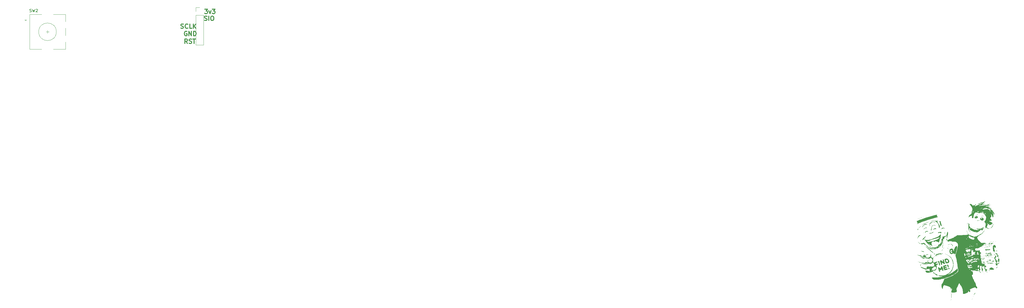
<source format=gto>
G04 #@! TF.GenerationSoftware,KiCad,Pcbnew,7.0.2*
G04 #@! TF.CreationDate,2023-06-28T22:35:23-06:00*
G04 #@! TF.ProjectId,TKL_Keyboard,544b4c5f-4b65-4796-926f-6172642e6b69,rev?*
G04 #@! TF.SameCoordinates,Original*
G04 #@! TF.FileFunction,Legend,Top*
G04 #@! TF.FilePolarity,Positive*
%FSLAX46Y46*%
G04 Gerber Fmt 4.6, Leading zero omitted, Abs format (unit mm)*
G04 Created by KiCad (PCBNEW 7.0.2) date 2023-06-28 22:35:23*
%MOMM*%
%LPD*%
G01*
G04 APERTURE LIST*
%ADD10C,0.300000*%
%ADD11C,0.150000*%
%ADD12C,0.120000*%
%ADD13C,1.850000*%
%ADD14C,3.100000*%
%ADD15C,4.100000*%
%ADD16C,3.987800*%
%ADD17C,3.048000*%
%ADD18C,1.750000*%
%ADD19C,3.000000*%
%ADD20R,1.700000X1.700000*%
%ADD21O,1.700000X1.700000*%
%ADD22R,2.000000X2.000000*%
%ADD23C,2.000000*%
%ADD24R,3.200000X2.000000*%
%ADD25C,0.700000*%
%ADD26O,0.900000X1.700000*%
%ADD27O,0.900000X2.400000*%
%ADD28C,0.900000*%
G04 APERTURE END LIST*
D10*
X91314285Y-30166428D02*
X92242857Y-30166428D01*
X92242857Y-30166428D02*
X91742857Y-30737857D01*
X91742857Y-30737857D02*
X91957142Y-30737857D01*
X91957142Y-30737857D02*
X92100000Y-30809285D01*
X92100000Y-30809285D02*
X92171428Y-30880714D01*
X92171428Y-30880714D02*
X92242857Y-31023571D01*
X92242857Y-31023571D02*
X92242857Y-31380714D01*
X92242857Y-31380714D02*
X92171428Y-31523571D01*
X92171428Y-31523571D02*
X92100000Y-31595000D01*
X92100000Y-31595000D02*
X91957142Y-31666428D01*
X91957142Y-31666428D02*
X91528571Y-31666428D01*
X91528571Y-31666428D02*
X91385714Y-31595000D01*
X91385714Y-31595000D02*
X91314285Y-31523571D01*
X92742856Y-30666428D02*
X93099999Y-31666428D01*
X93099999Y-31666428D02*
X93457142Y-30666428D01*
X93885713Y-30166428D02*
X94814285Y-30166428D01*
X94814285Y-30166428D02*
X94314285Y-30737857D01*
X94314285Y-30737857D02*
X94528570Y-30737857D01*
X94528570Y-30737857D02*
X94671428Y-30809285D01*
X94671428Y-30809285D02*
X94742856Y-30880714D01*
X94742856Y-30880714D02*
X94814285Y-31023571D01*
X94814285Y-31023571D02*
X94814285Y-31380714D01*
X94814285Y-31380714D02*
X94742856Y-31523571D01*
X94742856Y-31523571D02*
X94671428Y-31595000D01*
X94671428Y-31595000D02*
X94528570Y-31666428D01*
X94528570Y-31666428D02*
X94099999Y-31666428D01*
X94099999Y-31666428D02*
X93957142Y-31595000D01*
X93957142Y-31595000D02*
X93885713Y-31523571D01*
X83235714Y-36645000D02*
X83450000Y-36716428D01*
X83450000Y-36716428D02*
X83807142Y-36716428D01*
X83807142Y-36716428D02*
X83950000Y-36645000D01*
X83950000Y-36645000D02*
X84021428Y-36573571D01*
X84021428Y-36573571D02*
X84092857Y-36430714D01*
X84092857Y-36430714D02*
X84092857Y-36287857D01*
X84092857Y-36287857D02*
X84021428Y-36145000D01*
X84021428Y-36145000D02*
X83950000Y-36073571D01*
X83950000Y-36073571D02*
X83807142Y-36002142D01*
X83807142Y-36002142D02*
X83521428Y-35930714D01*
X83521428Y-35930714D02*
X83378571Y-35859285D01*
X83378571Y-35859285D02*
X83307142Y-35787857D01*
X83307142Y-35787857D02*
X83235714Y-35645000D01*
X83235714Y-35645000D02*
X83235714Y-35502142D01*
X83235714Y-35502142D02*
X83307142Y-35359285D01*
X83307142Y-35359285D02*
X83378571Y-35287857D01*
X83378571Y-35287857D02*
X83521428Y-35216428D01*
X83521428Y-35216428D02*
X83878571Y-35216428D01*
X83878571Y-35216428D02*
X84092857Y-35287857D01*
X85592856Y-36573571D02*
X85521428Y-36645000D01*
X85521428Y-36645000D02*
X85307142Y-36716428D01*
X85307142Y-36716428D02*
X85164285Y-36716428D01*
X85164285Y-36716428D02*
X84949999Y-36645000D01*
X84949999Y-36645000D02*
X84807142Y-36502142D01*
X84807142Y-36502142D02*
X84735713Y-36359285D01*
X84735713Y-36359285D02*
X84664285Y-36073571D01*
X84664285Y-36073571D02*
X84664285Y-35859285D01*
X84664285Y-35859285D02*
X84735713Y-35573571D01*
X84735713Y-35573571D02*
X84807142Y-35430714D01*
X84807142Y-35430714D02*
X84949999Y-35287857D01*
X84949999Y-35287857D02*
X85164285Y-35216428D01*
X85164285Y-35216428D02*
X85307142Y-35216428D01*
X85307142Y-35216428D02*
X85521428Y-35287857D01*
X85521428Y-35287857D02*
X85592856Y-35359285D01*
X86949999Y-36716428D02*
X86235713Y-36716428D01*
X86235713Y-36716428D02*
X86235713Y-35216428D01*
X87449999Y-36716428D02*
X87449999Y-35216428D01*
X88307142Y-36716428D02*
X87664285Y-35859285D01*
X88307142Y-35216428D02*
X87449999Y-36073571D01*
X85464285Y-41816428D02*
X84964285Y-41102142D01*
X84607142Y-41816428D02*
X84607142Y-40316428D01*
X84607142Y-40316428D02*
X85178571Y-40316428D01*
X85178571Y-40316428D02*
X85321428Y-40387857D01*
X85321428Y-40387857D02*
X85392857Y-40459285D01*
X85392857Y-40459285D02*
X85464285Y-40602142D01*
X85464285Y-40602142D02*
X85464285Y-40816428D01*
X85464285Y-40816428D02*
X85392857Y-40959285D01*
X85392857Y-40959285D02*
X85321428Y-41030714D01*
X85321428Y-41030714D02*
X85178571Y-41102142D01*
X85178571Y-41102142D02*
X84607142Y-41102142D01*
X86035714Y-41745000D02*
X86250000Y-41816428D01*
X86250000Y-41816428D02*
X86607142Y-41816428D01*
X86607142Y-41816428D02*
X86750000Y-41745000D01*
X86750000Y-41745000D02*
X86821428Y-41673571D01*
X86821428Y-41673571D02*
X86892857Y-41530714D01*
X86892857Y-41530714D02*
X86892857Y-41387857D01*
X86892857Y-41387857D02*
X86821428Y-41245000D01*
X86821428Y-41245000D02*
X86750000Y-41173571D01*
X86750000Y-41173571D02*
X86607142Y-41102142D01*
X86607142Y-41102142D02*
X86321428Y-41030714D01*
X86321428Y-41030714D02*
X86178571Y-40959285D01*
X86178571Y-40959285D02*
X86107142Y-40887857D01*
X86107142Y-40887857D02*
X86035714Y-40745000D01*
X86035714Y-40745000D02*
X86035714Y-40602142D01*
X86035714Y-40602142D02*
X86107142Y-40459285D01*
X86107142Y-40459285D02*
X86178571Y-40387857D01*
X86178571Y-40387857D02*
X86321428Y-40316428D01*
X86321428Y-40316428D02*
X86678571Y-40316428D01*
X86678571Y-40316428D02*
X86892857Y-40387857D01*
X87321428Y-40316428D02*
X88178571Y-40316428D01*
X87749999Y-41816428D02*
X87749999Y-40316428D01*
X85242857Y-37787857D02*
X85100000Y-37716428D01*
X85100000Y-37716428D02*
X84885714Y-37716428D01*
X84885714Y-37716428D02*
X84671428Y-37787857D01*
X84671428Y-37787857D02*
X84528571Y-37930714D01*
X84528571Y-37930714D02*
X84457142Y-38073571D01*
X84457142Y-38073571D02*
X84385714Y-38359285D01*
X84385714Y-38359285D02*
X84385714Y-38573571D01*
X84385714Y-38573571D02*
X84457142Y-38859285D01*
X84457142Y-38859285D02*
X84528571Y-39002142D01*
X84528571Y-39002142D02*
X84671428Y-39145000D01*
X84671428Y-39145000D02*
X84885714Y-39216428D01*
X84885714Y-39216428D02*
X85028571Y-39216428D01*
X85028571Y-39216428D02*
X85242857Y-39145000D01*
X85242857Y-39145000D02*
X85314285Y-39073571D01*
X85314285Y-39073571D02*
X85314285Y-38573571D01*
X85314285Y-38573571D02*
X85028571Y-38573571D01*
X85957142Y-39216428D02*
X85957142Y-37716428D01*
X85957142Y-37716428D02*
X86814285Y-39216428D01*
X86814285Y-39216428D02*
X86814285Y-37716428D01*
X87528571Y-39216428D02*
X87528571Y-37716428D01*
X87528571Y-37716428D02*
X87885714Y-37716428D01*
X87885714Y-37716428D02*
X88100000Y-37787857D01*
X88100000Y-37787857D02*
X88242857Y-37930714D01*
X88242857Y-37930714D02*
X88314286Y-38073571D01*
X88314286Y-38073571D02*
X88385714Y-38359285D01*
X88385714Y-38359285D02*
X88385714Y-38573571D01*
X88385714Y-38573571D02*
X88314286Y-38859285D01*
X88314286Y-38859285D02*
X88242857Y-39002142D01*
X88242857Y-39002142D02*
X88100000Y-39145000D01*
X88100000Y-39145000D02*
X87885714Y-39216428D01*
X87885714Y-39216428D02*
X87528571Y-39216428D01*
X91235714Y-33945000D02*
X91450000Y-34016428D01*
X91450000Y-34016428D02*
X91807142Y-34016428D01*
X91807142Y-34016428D02*
X91950000Y-33945000D01*
X91950000Y-33945000D02*
X92021428Y-33873571D01*
X92021428Y-33873571D02*
X92092857Y-33730714D01*
X92092857Y-33730714D02*
X92092857Y-33587857D01*
X92092857Y-33587857D02*
X92021428Y-33445000D01*
X92021428Y-33445000D02*
X91950000Y-33373571D01*
X91950000Y-33373571D02*
X91807142Y-33302142D01*
X91807142Y-33302142D02*
X91521428Y-33230714D01*
X91521428Y-33230714D02*
X91378571Y-33159285D01*
X91378571Y-33159285D02*
X91307142Y-33087857D01*
X91307142Y-33087857D02*
X91235714Y-32945000D01*
X91235714Y-32945000D02*
X91235714Y-32802142D01*
X91235714Y-32802142D02*
X91307142Y-32659285D01*
X91307142Y-32659285D02*
X91378571Y-32587857D01*
X91378571Y-32587857D02*
X91521428Y-32516428D01*
X91521428Y-32516428D02*
X91878571Y-32516428D01*
X91878571Y-32516428D02*
X92092857Y-32587857D01*
X92735713Y-34016428D02*
X92735713Y-32516428D01*
X93735714Y-32516428D02*
X94021428Y-32516428D01*
X94021428Y-32516428D02*
X94164285Y-32587857D01*
X94164285Y-32587857D02*
X94307142Y-32730714D01*
X94307142Y-32730714D02*
X94378571Y-33016428D01*
X94378571Y-33016428D02*
X94378571Y-33516428D01*
X94378571Y-33516428D02*
X94307142Y-33802142D01*
X94307142Y-33802142D02*
X94164285Y-33945000D01*
X94164285Y-33945000D02*
X94021428Y-34016428D01*
X94021428Y-34016428D02*
X93735714Y-34016428D01*
X93735714Y-34016428D02*
X93592857Y-33945000D01*
X93592857Y-33945000D02*
X93449999Y-33802142D01*
X93449999Y-33802142D02*
X93378571Y-33516428D01*
X93378571Y-33516428D02*
X93378571Y-33016428D01*
X93378571Y-33016428D02*
X93449999Y-32730714D01*
X93449999Y-32730714D02*
X93592857Y-32587857D01*
X93592857Y-32587857D02*
X93735714Y-32516428D01*
X345428572Y-112015357D02*
X345285715Y-111943928D01*
X345285715Y-111943928D02*
X345071429Y-111943928D01*
X345071429Y-111943928D02*
X344857143Y-112015357D01*
X344857143Y-112015357D02*
X344714286Y-112158214D01*
X344714286Y-112158214D02*
X344642857Y-112301071D01*
X344642857Y-112301071D02*
X344571429Y-112586785D01*
X344571429Y-112586785D02*
X344571429Y-112801071D01*
X344571429Y-112801071D02*
X344642857Y-113086785D01*
X344642857Y-113086785D02*
X344714286Y-113229642D01*
X344714286Y-113229642D02*
X344857143Y-113372500D01*
X344857143Y-113372500D02*
X345071429Y-113443928D01*
X345071429Y-113443928D02*
X345214286Y-113443928D01*
X345214286Y-113443928D02*
X345428572Y-113372500D01*
X345428572Y-113372500D02*
X345500000Y-113301071D01*
X345500000Y-113301071D02*
X345500000Y-112801071D01*
X345500000Y-112801071D02*
X345214286Y-112801071D01*
X346357143Y-111943928D02*
X346357143Y-112301071D01*
X346000000Y-112158214D02*
X346357143Y-112301071D01*
X346357143Y-112301071D02*
X346714286Y-112158214D01*
X346142857Y-112586785D02*
X346357143Y-112301071D01*
X346357143Y-112301071D02*
X346571429Y-112586785D01*
X347500000Y-111943928D02*
X347500000Y-112301071D01*
X347142857Y-112158214D02*
X347500000Y-112301071D01*
X347500000Y-112301071D02*
X347857143Y-112158214D01*
X347285714Y-112586785D02*
X347500000Y-112301071D01*
X347500000Y-112301071D02*
X347714286Y-112586785D01*
X348642857Y-111943928D02*
X348642857Y-112301071D01*
X348285714Y-112158214D02*
X348642857Y-112301071D01*
X348642857Y-112301071D02*
X349000000Y-112158214D01*
X348428571Y-112586785D02*
X348642857Y-112301071D01*
X348642857Y-112301071D02*
X348857143Y-112586785D01*
D11*
X31866667Y-31090000D02*
X32009524Y-31137619D01*
X32009524Y-31137619D02*
X32247619Y-31137619D01*
X32247619Y-31137619D02*
X32342857Y-31090000D01*
X32342857Y-31090000D02*
X32390476Y-31042380D01*
X32390476Y-31042380D02*
X32438095Y-30947142D01*
X32438095Y-30947142D02*
X32438095Y-30851904D01*
X32438095Y-30851904D02*
X32390476Y-30756666D01*
X32390476Y-30756666D02*
X32342857Y-30709047D01*
X32342857Y-30709047D02*
X32247619Y-30661428D01*
X32247619Y-30661428D02*
X32057143Y-30613809D01*
X32057143Y-30613809D02*
X31961905Y-30566190D01*
X31961905Y-30566190D02*
X31914286Y-30518571D01*
X31914286Y-30518571D02*
X31866667Y-30423333D01*
X31866667Y-30423333D02*
X31866667Y-30328095D01*
X31866667Y-30328095D02*
X31914286Y-30232857D01*
X31914286Y-30232857D02*
X31961905Y-30185238D01*
X31961905Y-30185238D02*
X32057143Y-30137619D01*
X32057143Y-30137619D02*
X32295238Y-30137619D01*
X32295238Y-30137619D02*
X32438095Y-30185238D01*
X32771429Y-30137619D02*
X33009524Y-31137619D01*
X33009524Y-31137619D02*
X33200000Y-30423333D01*
X33200000Y-30423333D02*
X33390476Y-31137619D01*
X33390476Y-31137619D02*
X33628572Y-30137619D01*
X33961905Y-30232857D02*
X34009524Y-30185238D01*
X34009524Y-30185238D02*
X34104762Y-30137619D01*
X34104762Y-30137619D02*
X34342857Y-30137619D01*
X34342857Y-30137619D02*
X34438095Y-30185238D01*
X34438095Y-30185238D02*
X34485714Y-30232857D01*
X34485714Y-30232857D02*
X34533333Y-30328095D01*
X34533333Y-30328095D02*
X34533333Y-30423333D01*
X34533333Y-30423333D02*
X34485714Y-30566190D01*
X34485714Y-30566190D02*
X33914286Y-31137619D01*
X33914286Y-31137619D02*
X34533333Y-31137619D01*
D12*
X88270000Y-29570000D02*
X89600000Y-29570000D01*
X88270000Y-30900000D02*
X88270000Y-29570000D01*
X88270000Y-32170000D02*
X88270000Y-42390000D01*
X88270000Y-32170000D02*
X90930000Y-32170000D01*
X88270000Y-42390000D02*
X90930000Y-42390000D01*
X90930000Y-32170000D02*
X90930000Y-42390000D01*
G36*
X333476452Y-103040645D02*
G01*
X333435484Y-103081613D01*
X333394516Y-103040645D01*
X333435484Y-102999677D01*
X333476452Y-103040645D01*
G37*
G36*
X333722258Y-101647742D02*
G01*
X333681290Y-101688709D01*
X333640323Y-101647742D01*
X333681290Y-101606774D01*
X333722258Y-101647742D01*
G37*
G36*
X333968065Y-101565806D02*
G01*
X333927097Y-101606774D01*
X333886129Y-101565806D01*
X333927097Y-101524838D01*
X333968065Y-101565806D01*
G37*
G36*
X334050000Y-106318064D02*
G01*
X334009032Y-106359032D01*
X333968065Y-106318064D01*
X334009032Y-106277096D01*
X334050000Y-106318064D01*
G37*
G36*
X334459677Y-101401935D02*
G01*
X334418710Y-101442903D01*
X334377742Y-101401935D01*
X334418710Y-101360967D01*
X334459677Y-101401935D01*
G37*
G36*
X334705484Y-101320000D02*
G01*
X334664516Y-101360967D01*
X334623548Y-101320000D01*
X334664516Y-101279032D01*
X334705484Y-101320000D01*
G37*
G36*
X334951290Y-116887742D02*
G01*
X334910323Y-116928709D01*
X334869355Y-116887742D01*
X334910323Y-116846774D01*
X334951290Y-116887742D01*
G37*
G36*
X335033226Y-107465161D02*
G01*
X334992258Y-107506129D01*
X334951290Y-107465161D01*
X334992258Y-107424193D01*
X335033226Y-107465161D01*
G37*
G36*
X335115161Y-107301290D02*
G01*
X335074194Y-107342258D01*
X335033226Y-107301290D01*
X335074194Y-107260322D01*
X335115161Y-107301290D01*
G37*
G36*
X335279032Y-107219354D02*
G01*
X335238065Y-107260322D01*
X335197097Y-107219354D01*
X335238065Y-107178387D01*
X335279032Y-107219354D01*
G37*
G36*
X335524839Y-101074193D02*
G01*
X335483871Y-101115161D01*
X335442903Y-101074193D01*
X335483871Y-101033225D01*
X335524839Y-101074193D01*
G37*
G36*
X335688710Y-106400000D02*
G01*
X335647742Y-106440967D01*
X335606774Y-106400000D01*
X335647742Y-106359032D01*
X335688710Y-106400000D01*
G37*
G36*
X336344194Y-111070322D02*
G01*
X336303226Y-111111290D01*
X336262258Y-111070322D01*
X336303226Y-111029354D01*
X336344194Y-111070322D01*
G37*
G36*
X336590000Y-111070322D02*
G01*
X336549032Y-111111290D01*
X336508065Y-111070322D01*
X336549032Y-111029354D01*
X336590000Y-111070322D01*
G37*
G36*
X336590000Y-115904516D02*
G01*
X336549032Y-115945484D01*
X336508065Y-115904516D01*
X336549032Y-115863548D01*
X336590000Y-115904516D01*
G37*
G36*
X337409355Y-110906451D02*
G01*
X337368387Y-110947419D01*
X337327419Y-110906451D01*
X337368387Y-110865484D01*
X337409355Y-110906451D01*
G37*
G36*
X337491290Y-105334838D02*
G01*
X337450323Y-105375806D01*
X337409355Y-105334838D01*
X337450323Y-105293871D01*
X337491290Y-105334838D01*
G37*
G36*
X337491290Y-105498709D02*
G01*
X337450323Y-105539677D01*
X337409355Y-105498709D01*
X337450323Y-105457742D01*
X337491290Y-105498709D01*
G37*
G36*
X337982903Y-115576774D02*
G01*
X337941936Y-115617742D01*
X337900968Y-115576774D01*
X337941936Y-115535806D01*
X337982903Y-115576774D01*
G37*
G36*
X338064839Y-111480000D02*
G01*
X338023871Y-111520967D01*
X337982903Y-111480000D01*
X338023871Y-111439032D01*
X338064839Y-111480000D01*
G37*
G36*
X338146774Y-110906451D02*
G01*
X338105807Y-110947419D01*
X338064839Y-110906451D01*
X338105807Y-110865484D01*
X338146774Y-110906451D01*
G37*
G36*
X338474516Y-119181935D02*
G01*
X338433548Y-119222903D01*
X338392581Y-119181935D01*
X338433548Y-119140967D01*
X338474516Y-119181935D01*
G37*
G36*
X338884194Y-110742580D02*
G01*
X338843226Y-110783548D01*
X338802258Y-110742580D01*
X338843226Y-110701613D01*
X338884194Y-110742580D01*
G37*
G36*
X339048065Y-110824516D02*
G01*
X339007097Y-110865484D01*
X338966129Y-110824516D01*
X339007097Y-110783548D01*
X339048065Y-110824516D01*
G37*
G36*
X339457742Y-118526451D02*
G01*
X339416774Y-118567419D01*
X339375807Y-118526451D01*
X339416774Y-118485484D01*
X339457742Y-118526451D01*
G37*
G36*
X339949355Y-113282580D02*
G01*
X339908387Y-113323548D01*
X339867419Y-113282580D01*
X339908387Y-113241613D01*
X339949355Y-113282580D01*
G37*
G36*
X340359032Y-100582580D02*
G01*
X340318065Y-100623548D01*
X340277097Y-100582580D01*
X340318065Y-100541613D01*
X340359032Y-100582580D01*
G37*
G36*
X341833871Y-113282580D02*
G01*
X341792903Y-113323548D01*
X341751936Y-113282580D01*
X341792903Y-113241613D01*
X341833871Y-113282580D01*
G37*
G36*
X341833871Y-122213548D02*
G01*
X341792903Y-122254516D01*
X341751936Y-122213548D01*
X341792903Y-122172580D01*
X341833871Y-122213548D01*
G37*
G36*
X341915807Y-103941935D02*
G01*
X341874839Y-103982903D01*
X341833871Y-103941935D01*
X341874839Y-103900967D01*
X341915807Y-103941935D01*
G37*
G36*
X342899032Y-105089032D02*
G01*
X342858065Y-105130000D01*
X342817097Y-105089032D01*
X342858065Y-105048064D01*
X342899032Y-105089032D01*
G37*
G36*
X343226774Y-105662580D02*
G01*
X343185807Y-105703548D01*
X343144839Y-105662580D01*
X343185807Y-105621613D01*
X343226774Y-105662580D01*
G37*
G36*
X343636452Y-113856129D02*
G01*
X343595484Y-113897096D01*
X343554516Y-113856129D01*
X343595484Y-113815161D01*
X343636452Y-113856129D01*
G37*
G36*
X343718387Y-108448387D02*
G01*
X343677419Y-108489354D01*
X343636452Y-108448387D01*
X343677419Y-108407419D01*
X343718387Y-108448387D01*
G37*
G36*
X344046129Y-111070322D02*
G01*
X344005161Y-111111290D01*
X343964194Y-111070322D01*
X344005161Y-111029354D01*
X344046129Y-111070322D01*
G37*
G36*
X344210000Y-111316129D02*
G01*
X344169032Y-111357096D01*
X344128065Y-111316129D01*
X344169032Y-111275161D01*
X344210000Y-111316129D01*
G37*
G36*
X344619677Y-125081290D02*
G01*
X344578710Y-125122258D01*
X344537742Y-125081290D01*
X344578710Y-125040322D01*
X344619677Y-125081290D01*
G37*
G36*
X344947419Y-129423871D02*
G01*
X344906452Y-129464838D01*
X344865484Y-129423871D01*
X344906452Y-129382903D01*
X344947419Y-129423871D01*
G37*
G36*
X345029355Y-111807742D02*
G01*
X344988387Y-111848709D01*
X344947419Y-111807742D01*
X344988387Y-111766774D01*
X345029355Y-111807742D01*
G37*
G36*
X345111290Y-125818709D02*
G01*
X345070323Y-125859677D01*
X345029355Y-125818709D01*
X345070323Y-125777742D01*
X345111290Y-125818709D01*
G37*
G36*
X345275161Y-111725806D02*
G01*
X345234194Y-111766774D01*
X345193226Y-111725806D01*
X345234194Y-111684838D01*
X345275161Y-111725806D01*
G37*
G36*
X345602903Y-111561935D02*
G01*
X345561936Y-111602903D01*
X345520968Y-111561935D01*
X345561936Y-111520967D01*
X345602903Y-111561935D01*
G37*
G36*
X345766774Y-111480000D02*
G01*
X345725807Y-111520967D01*
X345684839Y-111480000D01*
X345725807Y-111439032D01*
X345766774Y-111480000D01*
G37*
G36*
X346094516Y-113938064D02*
G01*
X346053548Y-113979032D01*
X346012581Y-113938064D01*
X346053548Y-113897096D01*
X346094516Y-113938064D01*
G37*
G36*
X346831936Y-118198709D02*
G01*
X346790968Y-118239677D01*
X346750000Y-118198709D01*
X346790968Y-118157742D01*
X346831936Y-118198709D01*
G37*
G36*
X350109355Y-113610322D02*
G01*
X350068387Y-113651290D01*
X350027419Y-113610322D01*
X350068387Y-113569354D01*
X350109355Y-113610322D01*
G37*
G36*
X350191290Y-111807742D02*
G01*
X350150323Y-111848709D01*
X350109355Y-111807742D01*
X350150323Y-111766774D01*
X350191290Y-111807742D01*
G37*
G36*
X350437097Y-114020000D02*
G01*
X350396129Y-114060967D01*
X350355161Y-114020000D01*
X350396129Y-113979032D01*
X350437097Y-114020000D01*
G37*
G36*
X350600968Y-113938064D02*
G01*
X350560000Y-113979032D01*
X350519032Y-113938064D01*
X350560000Y-113897096D01*
X350600968Y-113938064D01*
G37*
G36*
X351666129Y-106727742D02*
G01*
X351625161Y-106768709D01*
X351584194Y-106727742D01*
X351625161Y-106686774D01*
X351666129Y-106727742D01*
G37*
G36*
X352075807Y-118116774D02*
G01*
X352034839Y-118157742D01*
X351993871Y-118116774D01*
X352034839Y-118075806D01*
X352075807Y-118116774D01*
G37*
G36*
X352157742Y-129096129D02*
G01*
X352116774Y-129137096D01*
X352075807Y-129096129D01*
X352116774Y-129055161D01*
X352157742Y-129096129D01*
G37*
G36*
X352485484Y-128358709D02*
G01*
X352444516Y-128399677D01*
X352403548Y-128358709D01*
X352444516Y-128317742D01*
X352485484Y-128358709D01*
G37*
G36*
X352813226Y-104597419D02*
G01*
X352772258Y-104638387D01*
X352731290Y-104597419D01*
X352772258Y-104556451D01*
X352813226Y-104597419D01*
G37*
G36*
X353304839Y-100254838D02*
G01*
X353263871Y-100295806D01*
X353222903Y-100254838D01*
X353263871Y-100213871D01*
X353304839Y-100254838D01*
G37*
G36*
X353304839Y-104761290D02*
G01*
X353263871Y-104802258D01*
X353222903Y-104761290D01*
X353263871Y-104720322D01*
X353304839Y-104761290D01*
G37*
G36*
X353550645Y-106727742D02*
G01*
X353509677Y-106768709D01*
X353468710Y-106727742D01*
X353509677Y-106686774D01*
X353550645Y-106727742D01*
G37*
G36*
X354124194Y-104843225D02*
G01*
X354083226Y-104884193D01*
X354042258Y-104843225D01*
X354083226Y-104802258D01*
X354124194Y-104843225D01*
G37*
G36*
X354370000Y-102385161D02*
G01*
X354329032Y-102426129D01*
X354288065Y-102385161D01*
X354329032Y-102344193D01*
X354370000Y-102385161D01*
G37*
G36*
X354370000Y-113692258D02*
G01*
X354329032Y-113733225D01*
X354288065Y-113692258D01*
X354329032Y-113651290D01*
X354370000Y-113692258D01*
G37*
G36*
X354451936Y-102057419D02*
G01*
X354410968Y-102098387D01*
X354370000Y-102057419D01*
X354410968Y-102016451D01*
X354451936Y-102057419D01*
G37*
G36*
X354861613Y-102057419D02*
G01*
X354820645Y-102098387D01*
X354779677Y-102057419D01*
X354820645Y-102016451D01*
X354861613Y-102057419D01*
G37*
G36*
X355271290Y-114839354D02*
G01*
X355230323Y-114880322D01*
X355189355Y-114839354D01*
X355230323Y-114798387D01*
X355271290Y-114839354D01*
G37*
G36*
X355353226Y-100254838D02*
G01*
X355312258Y-100295806D01*
X355271290Y-100254838D01*
X355312258Y-100213871D01*
X355353226Y-100254838D01*
G37*
G36*
X355353226Y-111234193D02*
G01*
X355312258Y-111275161D01*
X355271290Y-111234193D01*
X355312258Y-111193225D01*
X355353226Y-111234193D01*
G37*
G36*
X355517097Y-111234193D02*
G01*
X355476129Y-111275161D01*
X355435161Y-111234193D01*
X355476129Y-111193225D01*
X355517097Y-111234193D01*
G37*
G36*
X355517097Y-116232258D02*
G01*
X355476129Y-116273225D01*
X355435161Y-116232258D01*
X355476129Y-116191290D01*
X355517097Y-116232258D01*
G37*
G36*
X356008710Y-110988387D02*
G01*
X355967742Y-111029354D01*
X355926774Y-110988387D01*
X355967742Y-110947419D01*
X356008710Y-110988387D01*
G37*
G36*
X356008710Y-118608387D02*
G01*
X355967742Y-118649354D01*
X355926774Y-118608387D01*
X355967742Y-118567419D01*
X356008710Y-118608387D01*
G37*
G36*
X356172581Y-110906451D02*
G01*
X356131613Y-110947419D01*
X356090645Y-110906451D01*
X356131613Y-110865484D01*
X356172581Y-110906451D01*
G37*
G36*
X356254516Y-110414838D02*
G01*
X356213548Y-110455806D01*
X356172581Y-110414838D01*
X356213548Y-110373871D01*
X356254516Y-110414838D01*
G37*
G36*
X356336452Y-116150322D02*
G01*
X356295484Y-116191290D01*
X356254516Y-116150322D01*
X356295484Y-116109354D01*
X356336452Y-116150322D01*
G37*
G36*
X356418387Y-116478064D02*
G01*
X356377419Y-116519032D01*
X356336452Y-116478064D01*
X356377419Y-116437096D01*
X356418387Y-116478064D01*
G37*
G36*
X356500323Y-99845161D02*
G01*
X356459355Y-99886129D01*
X356418387Y-99845161D01*
X356459355Y-99804193D01*
X356500323Y-99845161D01*
G37*
G36*
X356500323Y-111480000D02*
G01*
X356459355Y-111520967D01*
X356418387Y-111480000D01*
X356459355Y-111439032D01*
X356500323Y-111480000D01*
G37*
G36*
X356746129Y-115904516D02*
G01*
X356705161Y-115945484D01*
X356664194Y-115904516D01*
X356705161Y-115863548D01*
X356746129Y-115904516D01*
G37*
G36*
X356828065Y-111070322D02*
G01*
X356787097Y-111111290D01*
X356746129Y-111070322D01*
X356787097Y-111029354D01*
X356828065Y-111070322D01*
G37*
G36*
X356828065Y-114921290D02*
G01*
X356787097Y-114962258D01*
X356746129Y-114921290D01*
X356787097Y-114880322D01*
X356828065Y-114921290D01*
G37*
G36*
X356910000Y-111316129D02*
G01*
X356869032Y-111357096D01*
X356828065Y-111316129D01*
X356869032Y-111275161D01*
X356910000Y-111316129D01*
G37*
G36*
X356991936Y-110988387D02*
G01*
X356950968Y-111029354D01*
X356910000Y-110988387D01*
X356950968Y-110947419D01*
X356991936Y-110988387D01*
G37*
G36*
X356991936Y-114921290D02*
G01*
X356950968Y-114962258D01*
X356910000Y-114921290D01*
X356950968Y-114880322D01*
X356991936Y-114921290D01*
G37*
G36*
X357155807Y-114921290D02*
G01*
X357114839Y-114962258D01*
X357073871Y-114921290D01*
X357114839Y-114880322D01*
X357155807Y-114921290D01*
G37*
G36*
X357155807Y-118280645D02*
G01*
X357114839Y-118321613D01*
X357073871Y-118280645D01*
X357114839Y-118239677D01*
X357155807Y-118280645D01*
G37*
G36*
X357237742Y-110824516D02*
G01*
X357196774Y-110865484D01*
X357155807Y-110824516D01*
X357196774Y-110783548D01*
X357237742Y-110824516D01*
G37*
G36*
X357237742Y-118526451D02*
G01*
X357196774Y-118567419D01*
X357155807Y-118526451D01*
X357196774Y-118485484D01*
X357237742Y-118526451D01*
G37*
G36*
X357319677Y-114921290D02*
G01*
X357278710Y-114962258D01*
X357237742Y-114921290D01*
X357278710Y-114880322D01*
X357319677Y-114921290D01*
G37*
G36*
X357401613Y-110824516D02*
G01*
X357360645Y-110865484D01*
X357319677Y-110824516D01*
X357360645Y-110783548D01*
X357401613Y-110824516D01*
G37*
G36*
X357401613Y-115986451D02*
G01*
X357360645Y-116027419D01*
X357319677Y-115986451D01*
X357360645Y-115945484D01*
X357401613Y-115986451D01*
G37*
G36*
X357483548Y-116150322D02*
G01*
X357442581Y-116191290D01*
X357401613Y-116150322D01*
X357442581Y-116109354D01*
X357483548Y-116150322D01*
G37*
G36*
X357565484Y-110988387D02*
G01*
X357524516Y-111029354D01*
X357483548Y-110988387D01*
X357524516Y-110947419D01*
X357565484Y-110988387D01*
G37*
G36*
X357729355Y-115986451D02*
G01*
X357688387Y-116027419D01*
X357647419Y-115986451D01*
X357688387Y-115945484D01*
X357729355Y-115986451D01*
G37*
G36*
X357811290Y-114839354D02*
G01*
X357770323Y-114880322D01*
X357729355Y-114839354D01*
X357770323Y-114798387D01*
X357811290Y-114839354D01*
G37*
G36*
X357811290Y-115412903D02*
G01*
X357770323Y-115453871D01*
X357729355Y-115412903D01*
X357770323Y-115371935D01*
X357811290Y-115412903D01*
G37*
G36*
X357975161Y-98452258D02*
G01*
X357934194Y-98493225D01*
X357893226Y-98452258D01*
X357934194Y-98411290D01*
X357975161Y-98452258D01*
G37*
G36*
X358057097Y-114429677D02*
G01*
X358016129Y-114470645D01*
X357975161Y-114429677D01*
X358016129Y-114388709D01*
X358057097Y-114429677D01*
G37*
G36*
X358057097Y-114593548D02*
G01*
X358016129Y-114634516D01*
X357975161Y-114593548D01*
X358016129Y-114552580D01*
X358057097Y-114593548D01*
G37*
G36*
X358057097Y-114839354D02*
G01*
X358016129Y-114880322D01*
X357975161Y-114839354D01*
X358016129Y-114798387D01*
X358057097Y-114839354D01*
G37*
G36*
X358057097Y-115330967D02*
G01*
X358016129Y-115371935D01*
X357975161Y-115330967D01*
X358016129Y-115290000D01*
X358057097Y-115330967D01*
G37*
G36*
X358139032Y-97714838D02*
G01*
X358098065Y-97755806D01*
X358057097Y-97714838D01*
X358098065Y-97673871D01*
X358139032Y-97714838D01*
G37*
G36*
X358220968Y-109595484D02*
G01*
X358180000Y-109636451D01*
X358139032Y-109595484D01*
X358180000Y-109554516D01*
X358220968Y-109595484D01*
G37*
G36*
X358220968Y-115330967D02*
G01*
X358180000Y-115371935D01*
X358139032Y-115330967D01*
X358180000Y-115290000D01*
X358220968Y-115330967D01*
G37*
G36*
X358302903Y-96813548D02*
G01*
X358261936Y-96854516D01*
X358220968Y-96813548D01*
X358261936Y-96772580D01*
X358302903Y-96813548D01*
G37*
G36*
X358384839Y-116150322D02*
G01*
X358343871Y-116191290D01*
X358302903Y-116150322D01*
X358343871Y-116109354D01*
X358384839Y-116150322D01*
G37*
G36*
X358548710Y-115494838D02*
G01*
X358507742Y-115535806D01*
X358466774Y-115494838D01*
X358507742Y-115453871D01*
X358548710Y-115494838D01*
G37*
G36*
X358548710Y-116150322D02*
G01*
X358507742Y-116191290D01*
X358466774Y-116150322D01*
X358507742Y-116109354D01*
X358548710Y-116150322D01*
G37*
G36*
X358630645Y-114511613D02*
G01*
X358589677Y-114552580D01*
X358548710Y-114511613D01*
X358589677Y-114470645D01*
X358630645Y-114511613D01*
G37*
G36*
X358630645Y-115740645D02*
G01*
X358589677Y-115781613D01*
X358548710Y-115740645D01*
X358589677Y-115699677D01*
X358630645Y-115740645D01*
G37*
G36*
X358630645Y-115904516D02*
G01*
X358589677Y-115945484D01*
X358548710Y-115904516D01*
X358589677Y-115863548D01*
X358630645Y-115904516D01*
G37*
G36*
X358630645Y-116396129D02*
G01*
X358589677Y-116437096D01*
X358548710Y-116396129D01*
X358589677Y-116355161D01*
X358630645Y-116396129D01*
G37*
G36*
X358794516Y-109431613D02*
G01*
X358753548Y-109472580D01*
X358712581Y-109431613D01*
X358753548Y-109390645D01*
X358794516Y-109431613D01*
G37*
G36*
X358794516Y-114757419D02*
G01*
X358753548Y-114798387D01*
X358712581Y-114757419D01*
X358753548Y-114716451D01*
X358794516Y-114757419D01*
G37*
G36*
X358876452Y-115904516D02*
G01*
X358835484Y-115945484D01*
X358794516Y-115904516D01*
X358835484Y-115863548D01*
X358876452Y-115904516D01*
G37*
G36*
X358958387Y-114757419D02*
G01*
X358917419Y-114798387D01*
X358876452Y-114757419D01*
X358917419Y-114716451D01*
X358958387Y-114757419D01*
G37*
G36*
X358958387Y-116314193D02*
G01*
X358917419Y-116355161D01*
X358876452Y-116314193D01*
X358917419Y-116273225D01*
X358958387Y-116314193D01*
G37*
G36*
X359040323Y-116969677D02*
G01*
X358999355Y-117010645D01*
X358958387Y-116969677D01*
X358999355Y-116928709D01*
X359040323Y-116969677D01*
G37*
G36*
X359204194Y-109349677D02*
G01*
X359163226Y-109390645D01*
X359122258Y-109349677D01*
X359163226Y-109308709D01*
X359204194Y-109349677D01*
G37*
G36*
X359204194Y-110169032D02*
G01*
X359163226Y-110210000D01*
X359122258Y-110169032D01*
X359163226Y-110128064D01*
X359204194Y-110169032D01*
G37*
G36*
X359204194Y-114757419D02*
G01*
X359163226Y-114798387D01*
X359122258Y-114757419D01*
X359163226Y-114716451D01*
X359204194Y-114757419D01*
G37*
G36*
X359941613Y-113856129D02*
G01*
X359900645Y-113897096D01*
X359859677Y-113856129D01*
X359900645Y-113815161D01*
X359941613Y-113856129D01*
G37*
G36*
X360105484Y-113692258D02*
G01*
X360064516Y-113733225D01*
X360023548Y-113692258D01*
X360064516Y-113651290D01*
X360105484Y-113692258D01*
G37*
G36*
X360105484Y-116723871D02*
G01*
X360064516Y-116764838D01*
X360023548Y-116723871D01*
X360064516Y-116682903D01*
X360105484Y-116723871D01*
G37*
G36*
X360187419Y-111643871D02*
G01*
X360146452Y-111684838D01*
X360105484Y-111643871D01*
X360146452Y-111602903D01*
X360187419Y-111643871D01*
G37*
G36*
X360187419Y-113938064D02*
G01*
X360146452Y-113979032D01*
X360105484Y-113938064D01*
X360146452Y-113897096D01*
X360187419Y-113938064D01*
G37*
G36*
X360515161Y-115740645D02*
G01*
X360474194Y-115781613D01*
X360433226Y-115740645D01*
X360474194Y-115699677D01*
X360515161Y-115740645D01*
G37*
G36*
X360760968Y-112545161D02*
G01*
X360720000Y-112586129D01*
X360679032Y-112545161D01*
X360720000Y-112504193D01*
X360760968Y-112545161D01*
G37*
G36*
X333531075Y-113678602D02*
G01*
X333540881Y-113775840D01*
X333531075Y-113787849D01*
X333482365Y-113776602D01*
X333476452Y-113733225D01*
X333506431Y-113665783D01*
X333531075Y-113678602D01*
G37*
G36*
X334186559Y-101470215D02*
G01*
X334175312Y-101518925D01*
X334131936Y-101524838D01*
X334064493Y-101494859D01*
X334077312Y-101470215D01*
X334174550Y-101460409D01*
X334186559Y-101470215D01*
G37*
G36*
X335005914Y-101224408D02*
G01*
X334994667Y-101273119D01*
X334951290Y-101279032D01*
X334883848Y-101249053D01*
X334896667Y-101224408D01*
X334993905Y-101214602D01*
X335005914Y-101224408D01*
G37*
G36*
X338201398Y-115890860D02*
G01*
X338211204Y-115988098D01*
X338201398Y-116000107D01*
X338152687Y-115988860D01*
X338146774Y-115945484D01*
X338176753Y-115878041D01*
X338201398Y-115890860D01*
G37*
G36*
X339266559Y-110646989D02*
G01*
X339255312Y-110695699D01*
X339211936Y-110701613D01*
X339144493Y-110671634D01*
X339157312Y-110646989D01*
X339254550Y-110637183D01*
X339266559Y-110646989D01*
G37*
G36*
X339512366Y-110646989D02*
G01*
X339501118Y-110695699D01*
X339457742Y-110701613D01*
X339390300Y-110671634D01*
X339403118Y-110646989D01*
X339500357Y-110637183D01*
X339512366Y-110646989D01*
G37*
G36*
X339922043Y-113432795D02*
G01*
X339910796Y-113481506D01*
X339867419Y-113487419D01*
X339799977Y-113457440D01*
X339812796Y-113432795D01*
X339910034Y-113422989D01*
X339922043Y-113432795D01*
G37*
G36*
X341116936Y-113842832D02*
G01*
X341127229Y-113872738D01*
X341014516Y-113884159D01*
X340898198Y-113871283D01*
X340912097Y-113842832D01*
X341079847Y-113832010D01*
X341116936Y-113842832D01*
G37*
G36*
X341608548Y-105239606D02*
G01*
X341618841Y-105269512D01*
X341506129Y-105280933D01*
X341389811Y-105268057D01*
X341403710Y-105239606D01*
X341571460Y-105228784D01*
X341608548Y-105239606D01*
G37*
G36*
X341806200Y-107649516D02*
G01*
X341817022Y-107817266D01*
X341806200Y-107854354D01*
X341776294Y-107864647D01*
X341764873Y-107751935D01*
X341777749Y-107635617D01*
X341806200Y-107649516D01*
G37*
G36*
X342379748Y-109042419D02*
G01*
X342390570Y-109210169D01*
X342379748Y-109247258D01*
X342349842Y-109257551D01*
X342338421Y-109144838D01*
X342351297Y-109028520D01*
X342379748Y-109042419D01*
G37*
G36*
X343117527Y-113596666D02*
G01*
X343106280Y-113645377D01*
X343062903Y-113651290D01*
X342995461Y-113621311D01*
X343008280Y-113596666D01*
X343105518Y-113586860D01*
X343117527Y-113596666D01*
G37*
G36*
X343362974Y-108960484D02*
G01*
X343373796Y-109128234D01*
X343362974Y-109165322D01*
X343333068Y-109175615D01*
X343321647Y-109062903D01*
X343334523Y-108946585D01*
X343362974Y-108960484D01*
G37*
G36*
X343526845Y-106174677D02*
G01*
X343537667Y-106342427D01*
X343526845Y-106379516D01*
X343496939Y-106389809D01*
X343485518Y-106277096D01*
X343498394Y-106160778D01*
X343526845Y-106174677D01*
G37*
G36*
X344756237Y-111876021D02*
G01*
X344744989Y-111924732D01*
X344701613Y-111930645D01*
X344634171Y-111900666D01*
X344646989Y-111876021D01*
X344744228Y-111866215D01*
X344756237Y-111876021D01*
G37*
G36*
X345003391Y-128957863D02*
G01*
X345013159Y-129085918D01*
X344996922Y-129114906D01*
X344959681Y-129090469D01*
X344953888Y-129007365D01*
X344973898Y-128919937D01*
X345003391Y-128957863D01*
G37*
G36*
X346886559Y-118594731D02*
G01*
X346875312Y-118643441D01*
X346831936Y-118649354D01*
X346764493Y-118619376D01*
X346777312Y-118594731D01*
X346874550Y-118584925D01*
X346886559Y-118594731D01*
G37*
G36*
X346968495Y-117857311D02*
G01*
X346957247Y-117906022D01*
X346913871Y-117911935D01*
X346846429Y-117881956D01*
X346859247Y-117857311D01*
X346956486Y-117847505D01*
X346968495Y-117857311D01*
G37*
G36*
X347050430Y-118266989D02*
G01*
X347060236Y-118364227D01*
X347050430Y-118376236D01*
X347001720Y-118364989D01*
X346995807Y-118321613D01*
X347025785Y-118254170D01*
X347050430Y-118266989D01*
G37*
G36*
X350327850Y-105730860D02*
G01*
X350337656Y-105828098D01*
X350327850Y-105840107D01*
X350279139Y-105828860D01*
X350273226Y-105785484D01*
X350303205Y-105718041D01*
X350327850Y-105730860D01*
G37*
G36*
X350409785Y-105976666D02*
G01*
X350419591Y-106073905D01*
X350409785Y-106085914D01*
X350361074Y-106074666D01*
X350355161Y-106031290D01*
X350385140Y-105963848D01*
X350409785Y-105976666D01*
G37*
G36*
X350491720Y-103354731D02*
G01*
X350501527Y-103451969D01*
X350491720Y-103463978D01*
X350443010Y-103452731D01*
X350437097Y-103409354D01*
X350467076Y-103341912D01*
X350491720Y-103354731D01*
G37*
G36*
X351556882Y-115890860D02*
G01*
X351566688Y-115988098D01*
X351556882Y-116000107D01*
X351508171Y-115988860D01*
X351502258Y-115945484D01*
X351532237Y-115878041D01*
X351556882Y-115890860D01*
G37*
G36*
X351720753Y-117365699D02*
G01*
X351709505Y-117414409D01*
X351666129Y-117420322D01*
X351598687Y-117390343D01*
X351611505Y-117365699D01*
X351708744Y-117355892D01*
X351720753Y-117365699D01*
G37*
G36*
X352212366Y-128754731D02*
G01*
X352222172Y-128851969D01*
X352212366Y-128863978D01*
X352163655Y-128852731D01*
X352157742Y-128809354D01*
X352187721Y-128741912D01*
X352212366Y-128754731D01*
G37*
G36*
X352541455Y-127974637D02*
G01*
X352551223Y-128102692D01*
X352534987Y-128131680D01*
X352497746Y-128107243D01*
X352491953Y-128024139D01*
X352511963Y-127936711D01*
X352541455Y-127974637D01*
G37*
G36*
X353195591Y-116054731D02*
G01*
X353205398Y-116151969D01*
X353195591Y-116163978D01*
X353146881Y-116152731D01*
X353140968Y-116109354D01*
X353170947Y-116041912D01*
X353195591Y-116054731D01*
G37*
G36*
X353523333Y-100159247D02*
G01*
X353512086Y-100207957D01*
X353468710Y-100213871D01*
X353401268Y-100183892D01*
X353414086Y-100159247D01*
X353511324Y-100149441D01*
X353523333Y-100159247D01*
G37*
G36*
X353851075Y-96717957D02*
G01*
X353839828Y-96766667D01*
X353796452Y-96772580D01*
X353729009Y-96742601D01*
X353741828Y-96717957D01*
X353839066Y-96708151D01*
X353851075Y-96717957D01*
G37*
G36*
X353856196Y-104752755D02*
G01*
X353831760Y-104789996D01*
X353748656Y-104795789D01*
X353661228Y-104775779D01*
X353699153Y-104746286D01*
X353827209Y-104736519D01*
X353856196Y-104752755D01*
G37*
G36*
X354014946Y-113268924D02*
G01*
X354024752Y-113366163D01*
X354014946Y-113378172D01*
X353966236Y-113366924D01*
X353960323Y-113323548D01*
X353990302Y-113256106D01*
X354014946Y-113268924D01*
G37*
G36*
X355489785Y-114497957D02*
G01*
X355478538Y-114546667D01*
X355435161Y-114552580D01*
X355367719Y-114522601D01*
X355380538Y-114497957D01*
X355477776Y-114488151D01*
X355489785Y-114497957D01*
G37*
G36*
X355571720Y-110974731D02*
G01*
X355581527Y-111071969D01*
X355571720Y-111083978D01*
X355523010Y-111072731D01*
X355517097Y-111029354D01*
X355547076Y-110961912D01*
X355571720Y-110974731D01*
G37*
G36*
X355735591Y-119414086D02*
G01*
X355745398Y-119511324D01*
X355735591Y-119523333D01*
X355686881Y-119512086D01*
X355680968Y-119468709D01*
X355710947Y-119401267D01*
X355735591Y-119414086D01*
G37*
G36*
X355818875Y-119699153D02*
G01*
X355828642Y-119827208D01*
X355812406Y-119856196D01*
X355775165Y-119831760D01*
X355769372Y-119748656D01*
X355789382Y-119661228D01*
X355818875Y-119699153D01*
G37*
G36*
X355986519Y-115814045D02*
G01*
X355962083Y-115851286D01*
X355878979Y-115857079D01*
X355791551Y-115837069D01*
X355829476Y-115807577D01*
X355957531Y-115797809D01*
X355986519Y-115814045D01*
G37*
G36*
X356145269Y-114743763D02*
G01*
X356134022Y-114792474D01*
X356090645Y-114798387D01*
X356023203Y-114768408D01*
X356036022Y-114743763D01*
X356133260Y-114733957D01*
X356145269Y-114743763D01*
G37*
G36*
X356391075Y-116300537D02*
G01*
X356379828Y-116349248D01*
X356336452Y-116355161D01*
X356269009Y-116325182D01*
X356281828Y-116300537D01*
X356379066Y-116290731D01*
X356391075Y-116300537D01*
G37*
G36*
X356472651Y-114941774D02*
G01*
X356483473Y-115109524D01*
X356472651Y-115146613D01*
X356442746Y-115156906D01*
X356431324Y-115044193D01*
X356444201Y-114927875D01*
X356472651Y-114941774D01*
G37*
G36*
X356720165Y-114537217D02*
G01*
X356729933Y-114665273D01*
X356713696Y-114694260D01*
X356676456Y-114669824D01*
X356670662Y-114586720D01*
X356690672Y-114499292D01*
X356720165Y-114537217D01*
G37*
G36*
X357210430Y-114497957D02*
G01*
X357220236Y-114595195D01*
X357210430Y-114607204D01*
X357161720Y-114595957D01*
X357155807Y-114552580D01*
X357185785Y-114485138D01*
X357210430Y-114497957D01*
G37*
G36*
X357379422Y-110979852D02*
G01*
X357354986Y-111017092D01*
X357271882Y-111022886D01*
X357184454Y-111002876D01*
X357222379Y-110973383D01*
X357350434Y-110963615D01*
X357379422Y-110979852D01*
G37*
G36*
X357456237Y-120069570D02*
G01*
X357444989Y-120118280D01*
X357401613Y-120124193D01*
X357334171Y-120094214D01*
X357346989Y-120069570D01*
X357444228Y-120059763D01*
X357456237Y-120069570D01*
G37*
G36*
X357785326Y-114455282D02*
G01*
X357795094Y-114583337D01*
X357778858Y-114612325D01*
X357741617Y-114587889D01*
X357735823Y-114504785D01*
X357755834Y-114417357D01*
X357785326Y-114455282D01*
G37*
G36*
X357789100Y-110652110D02*
G01*
X357764663Y-110689350D01*
X357681559Y-110695144D01*
X357594131Y-110675134D01*
X357632057Y-110645641D01*
X357760112Y-110635873D01*
X357789100Y-110652110D01*
G37*
G36*
X357865914Y-110892795D02*
G01*
X357854667Y-110941506D01*
X357811290Y-110947419D01*
X357743848Y-110917440D01*
X357756667Y-110892795D01*
X357853905Y-110882989D01*
X357865914Y-110892795D01*
G37*
G36*
X357871035Y-111143723D02*
G01*
X357846599Y-111180963D01*
X357763495Y-111186757D01*
X357676067Y-111166747D01*
X357713992Y-111137254D01*
X357842047Y-111127486D01*
X357871035Y-111143723D01*
G37*
G36*
X358029785Y-109663763D02*
G01*
X358018538Y-109712474D01*
X357975161Y-109718387D01*
X357907719Y-109688408D01*
X357920538Y-109663763D01*
X358017776Y-109653957D01*
X358029785Y-109663763D01*
G37*
G36*
X358111720Y-111056666D02*
G01*
X358100473Y-111105377D01*
X358057097Y-111111290D01*
X357989655Y-111081311D01*
X358002473Y-111056666D01*
X358099711Y-111046860D01*
X358111720Y-111056666D01*
G37*
G36*
X358111720Y-116382473D02*
G01*
X358100473Y-116431183D01*
X358057097Y-116437096D01*
X357989655Y-116407117D01*
X358002473Y-116382473D01*
X358099711Y-116372667D01*
X358111720Y-116382473D01*
G37*
G36*
X358193656Y-114497957D02*
G01*
X358203462Y-114595195D01*
X358193656Y-114607204D01*
X358144945Y-114595957D01*
X358139032Y-114552580D01*
X358169011Y-114485138D01*
X358193656Y-114497957D01*
G37*
G36*
X358198777Y-110897916D02*
G01*
X358174341Y-110935157D01*
X358091237Y-110940950D01*
X358003809Y-110920940D01*
X358041734Y-110891448D01*
X358169789Y-110881680D01*
X358198777Y-110897916D01*
G37*
G36*
X358767204Y-114416021D02*
G01*
X358777010Y-114513259D01*
X358767204Y-114525268D01*
X358718494Y-114514021D01*
X358712581Y-114470645D01*
X358742560Y-114403203D01*
X358767204Y-114416021D01*
G37*
G36*
X359013011Y-114088279D02*
G01*
X359001764Y-114136990D01*
X358958387Y-114142903D01*
X358890945Y-114112924D01*
X358903763Y-114088279D01*
X359001002Y-114078473D01*
X359013011Y-114088279D01*
G37*
G36*
X359014358Y-114373346D02*
G01*
X359024126Y-114501402D01*
X359007890Y-114530389D01*
X358970649Y-114505953D01*
X358964856Y-114422849D01*
X358984866Y-114335421D01*
X359014358Y-114373346D01*
G37*
G36*
X359422688Y-109336021D02*
G01*
X359411441Y-109384732D01*
X359368065Y-109390645D01*
X359300622Y-109360666D01*
X359313441Y-109336021D01*
X359410679Y-109326215D01*
X359422688Y-109336021D01*
G37*
G36*
X334646978Y-109122523D02*
G01*
X334664516Y-109144838D01*
X334693355Y-109218532D01*
X334615836Y-109190777D01*
X334541613Y-109144838D01*
X334478622Y-109079062D01*
X334516293Y-109064158D01*
X334646978Y-109122523D01*
G37*
G36*
X339281211Y-118272821D02*
G01*
X339368482Y-118348986D01*
X339375807Y-118367416D01*
X339336922Y-118401092D01*
X339255965Y-118325632D01*
X339245079Y-118308953D01*
X339235422Y-118252885D01*
X339281211Y-118272821D01*
G37*
G36*
X343345422Y-113701962D02*
G01*
X343460751Y-113768081D01*
X343441431Y-113810835D01*
X343395481Y-113815161D01*
X343284375Y-113755653D01*
X343268322Y-113734164D01*
X343281510Y-113687604D01*
X343345422Y-113701962D01*
G37*
G36*
X343705727Y-111554111D02*
G01*
X343793689Y-111636611D01*
X343775645Y-111684041D01*
X343764190Y-111684838D01*
X343694888Y-111626641D01*
X343669595Y-111590243D01*
X343659938Y-111534175D01*
X343705727Y-111554111D01*
G37*
G36*
X344000906Y-111735511D02*
G01*
X344116235Y-111801629D01*
X344096915Y-111844383D01*
X344050965Y-111848709D01*
X343939859Y-111789201D01*
X343923806Y-111767712D01*
X343936994Y-111721152D01*
X344000906Y-111735511D01*
G37*
G36*
X350530367Y-103057017D02*
G01*
X350599324Y-103120600D01*
X350672334Y-103226652D01*
X350623636Y-103225969D01*
X350521405Y-103166748D01*
X350441725Y-103080324D01*
X350448278Y-103043120D01*
X350530367Y-103057017D01*
G37*
G36*
X353051643Y-116126418D02*
G01*
X353041601Y-116202617D01*
X352996473Y-116264295D01*
X352942926Y-116202287D01*
X352912860Y-116081663D01*
X352927924Y-116049280D01*
X353008924Y-116035824D01*
X353051643Y-116126418D01*
G37*
G36*
X353891532Y-100188663D02*
G01*
X353960323Y-100254838D01*
X354032619Y-100358888D01*
X353985010Y-100351880D01*
X353842243Y-100252233D01*
X353753424Y-100163314D01*
X353770759Y-100131935D01*
X353891532Y-100188663D01*
G37*
G36*
X355668308Y-116716046D02*
G01*
X355755579Y-116792212D01*
X355762903Y-116810642D01*
X355724019Y-116844318D01*
X355643061Y-116768858D01*
X355632176Y-116752179D01*
X355622519Y-116696111D01*
X355668308Y-116716046D01*
G37*
G36*
X356229501Y-114268379D02*
G01*
X356182748Y-114328623D01*
X356113856Y-114380402D01*
X356131048Y-114298301D01*
X356136881Y-114282756D01*
X356201790Y-114182423D01*
X356238692Y-114181702D01*
X356229501Y-114268379D01*
G37*
G36*
X356709815Y-116983445D02*
G01*
X356695457Y-117047357D01*
X356629338Y-117162686D01*
X356586585Y-117143366D01*
X356582258Y-117097416D01*
X356641766Y-116986310D01*
X356663255Y-116970257D01*
X356709815Y-116983445D01*
G37*
G36*
X356953136Y-110799372D02*
G01*
X356928547Y-110860322D01*
X356852082Y-110901183D01*
X356756358Y-110926129D01*
X356795629Y-110866107D01*
X356806215Y-110855316D01*
X356913642Y-110790597D01*
X356953136Y-110799372D01*
G37*
G36*
X357856912Y-116737639D02*
G01*
X357842553Y-116801551D01*
X357776435Y-116916880D01*
X357733681Y-116897560D01*
X357729355Y-116851609D01*
X357788863Y-116740503D01*
X357810352Y-116724451D01*
X357856912Y-116737639D01*
G37*
G36*
X358220344Y-116240789D02*
G01*
X358231135Y-116251376D01*
X358295854Y-116358803D01*
X358287079Y-116398297D01*
X358226130Y-116373708D01*
X358185268Y-116297243D01*
X358160322Y-116201519D01*
X358220344Y-116240789D01*
G37*
G36*
X358454115Y-110570885D02*
G01*
X358541386Y-110647051D01*
X358548710Y-110665480D01*
X358509825Y-110699157D01*
X358428868Y-110623697D01*
X358417982Y-110607017D01*
X358408325Y-110550949D01*
X358454115Y-110570885D01*
G37*
G36*
X358507162Y-109473519D02*
G01*
X358419527Y-109541440D01*
X358325612Y-109552839D01*
X358302903Y-109522314D01*
X358367174Y-109469692D01*
X358430062Y-109441317D01*
X358514642Y-109435591D01*
X358507162Y-109473519D01*
G37*
G36*
X358832569Y-116167075D02*
G01*
X358822545Y-116236430D01*
X358759007Y-116346468D01*
X358692139Y-116305138D01*
X358676919Y-116281811D01*
X358698034Y-116194526D01*
X358749846Y-116163081D01*
X358832569Y-116167075D01*
G37*
G36*
X359186674Y-116578494D02*
G01*
X359222926Y-116637350D01*
X359256756Y-116804192D01*
X359222926Y-116860816D01*
X359162424Y-116861952D01*
X359142742Y-116717535D01*
X359151126Y-116574081D01*
X359186674Y-116578494D01*
G37*
G36*
X360162405Y-109352250D02*
G01*
X360115651Y-109412494D01*
X360046760Y-109464273D01*
X360063951Y-109382172D01*
X360069784Y-109366627D01*
X360134693Y-109266294D01*
X360171595Y-109265573D01*
X360162405Y-109352250D01*
G37*
G36*
X360261658Y-116550725D02*
G01*
X360310778Y-116672265D01*
X360281919Y-116716105D01*
X360193286Y-116694616D01*
X360153109Y-116629737D01*
X360125193Y-116487579D01*
X360183157Y-116475920D01*
X360261658Y-116550725D01*
G37*
G36*
X333860423Y-116162281D02*
G01*
X333845161Y-116191290D01*
X333767961Y-116269539D01*
X333753555Y-116273225D01*
X333747964Y-116220299D01*
X333763226Y-116191290D01*
X333840427Y-116113041D01*
X333854833Y-116109354D01*
X333860423Y-116162281D01*
G37*
G36*
X334024294Y-116244216D02*
G01*
X334009032Y-116273225D01*
X333931832Y-116351474D01*
X333917426Y-116355161D01*
X333911835Y-116302235D01*
X333927097Y-116273225D01*
X334004298Y-116194977D01*
X334018703Y-116191290D01*
X334024294Y-116244216D01*
G37*
G36*
X337819032Y-115543477D02*
G01*
X337750340Y-115603838D01*
X337655161Y-115617742D01*
X337521785Y-115604525D01*
X337491290Y-115586330D01*
X337558849Y-115543290D01*
X337655161Y-115512065D01*
X337785814Y-115507470D01*
X337819032Y-115543477D01*
G37*
G36*
X338637362Y-116930529D02*
G01*
X338687712Y-116997712D01*
X338772805Y-117143411D01*
X338787030Y-117217056D01*
X338725769Y-117183235D01*
X338655769Y-117089966D01*
X338570203Y-116928139D01*
X338566378Y-116868320D01*
X338637362Y-116930529D01*
G37*
G36*
X338857882Y-110983739D02*
G01*
X338802258Y-111029354D01*
X338652888Y-111098687D01*
X338597419Y-111108781D01*
X338582763Y-111074970D01*
X338638387Y-111029354D01*
X338787757Y-110960022D01*
X338843226Y-110949928D01*
X338857882Y-110983739D01*
G37*
G36*
X339268158Y-114513697D02*
G01*
X339222387Y-114573064D01*
X339102793Y-114700448D01*
X339049410Y-114699894D01*
X339048065Y-114685516D01*
X339104057Y-114617121D01*
X339191452Y-114542129D01*
X339288504Y-114471267D01*
X339268158Y-114513697D01*
G37*
G36*
X339971398Y-110647868D02*
G01*
X339974122Y-110674766D01*
X339845855Y-110685752D01*
X339826452Y-110685639D01*
X339699373Y-110673824D01*
X339711504Y-110648886D01*
X339725592Y-110644832D01*
X339904073Y-110632837D01*
X339971398Y-110647868D01*
G37*
G36*
X340495062Y-120912095D02*
G01*
X340481936Y-120943548D01*
X340373395Y-121022425D01*
X340349361Y-121025484D01*
X340304939Y-120975001D01*
X340318065Y-120943548D01*
X340426606Y-120864672D01*
X340450639Y-120861613D01*
X340495062Y-120912095D01*
G37*
G36*
X342032113Y-113436279D02*
G01*
X342038710Y-113487419D01*
X341937726Y-113566160D01*
X341915807Y-113569354D01*
X341809697Y-113510034D01*
X341792903Y-113487419D01*
X341818637Y-113423521D01*
X341915807Y-113405484D01*
X342032113Y-113436279D01*
G37*
G36*
X342934950Y-106360194D02*
G01*
X342859824Y-106487916D01*
X342771009Y-106590461D01*
X342740737Y-106561290D01*
X342737767Y-106507255D01*
X342781285Y-106357191D01*
X342822548Y-106314695D01*
X342927744Y-106283775D01*
X342934950Y-106360194D01*
G37*
G36*
X344430100Y-111819700D02*
G01*
X344414839Y-111848709D01*
X344337638Y-111926958D01*
X344323232Y-111930645D01*
X344317642Y-111877719D01*
X344332903Y-111848709D01*
X344410104Y-111770461D01*
X344424510Y-111766774D01*
X344430100Y-111819700D01*
G37*
G36*
X345406825Y-111080528D02*
G01*
X345316129Y-111193225D01*
X345193004Y-111314403D01*
X345126860Y-111357096D01*
X345143498Y-111305923D01*
X345234194Y-111193225D01*
X345357319Y-111072048D01*
X345423463Y-111029354D01*
X345406825Y-111080528D01*
G37*
G36*
X350954556Y-118052571D02*
G01*
X350961238Y-118062150D01*
X350936172Y-118122001D01*
X350884138Y-118130430D01*
X350777331Y-118092478D01*
X350764839Y-118062150D01*
X350826914Y-117995181D01*
X350841939Y-117993871D01*
X350954556Y-118052571D01*
G37*
G36*
X351719806Y-117541623D02*
G01*
X351712233Y-117565401D01*
X351593433Y-117621972D01*
X351533346Y-117635040D01*
X351448581Y-117626763D01*
X351456154Y-117602985D01*
X351574955Y-117546415D01*
X351635041Y-117533346D01*
X351719806Y-117541623D01*
G37*
G36*
X353439523Y-106293966D02*
G01*
X353509594Y-106323953D01*
X353427504Y-106358494D01*
X353360078Y-106373411D01*
X353209861Y-106388194D01*
X353205822Y-106343380D01*
X353207988Y-106341173D01*
X353347770Y-106288950D01*
X353439523Y-106293966D01*
G37*
G36*
X353606874Y-115424861D02*
G01*
X353591613Y-115453871D01*
X353514412Y-115532119D01*
X353500006Y-115535806D01*
X353494416Y-115482880D01*
X353509677Y-115453871D01*
X353586878Y-115375622D01*
X353601284Y-115371935D01*
X353606874Y-115424861D01*
G37*
G36*
X354613426Y-102242673D02*
G01*
X354615807Y-102262258D01*
X354553456Y-102341812D01*
X354533871Y-102344193D01*
X354454316Y-102281842D01*
X354451936Y-102262258D01*
X354514286Y-102182703D01*
X354533871Y-102180322D01*
X354613426Y-102242673D01*
G37*
G36*
X355753963Y-116257693D02*
G01*
X355762903Y-116314193D01*
X355745373Y-116423512D01*
X355730702Y-116437096D01*
X355677869Y-116373026D01*
X355651338Y-116314193D01*
X355649635Y-116208688D01*
X355683539Y-116191290D01*
X355753963Y-116257693D01*
G37*
G36*
X355841504Y-111006897D02*
G01*
X355844839Y-111029354D01*
X355816884Y-111109160D01*
X355808707Y-111111290D01*
X355738753Y-111053875D01*
X355721936Y-111029354D01*
X355728432Y-110953852D01*
X355758068Y-110947419D01*
X355841504Y-111006897D01*
G37*
G36*
X356051762Y-120231842D02*
G01*
X356111129Y-120277613D01*
X356238513Y-120397206D01*
X356237958Y-120450590D01*
X356223581Y-120451935D01*
X356155186Y-120395942D01*
X356080194Y-120308548D01*
X356009332Y-120211496D01*
X356051762Y-120231842D01*
G37*
G36*
X356090593Y-114986766D02*
G01*
X356090645Y-114995159D01*
X356049236Y-115124108D01*
X355963138Y-115182932D01*
X355900068Y-115147949D01*
X355919563Y-115048408D01*
X355976342Y-114979511D01*
X356067211Y-114917292D01*
X356090593Y-114986766D01*
G37*
G36*
X356499383Y-111256618D02*
G01*
X356500323Y-111275161D01*
X356437335Y-111353948D01*
X356413552Y-111357096D01*
X356364617Y-111306900D01*
X356377419Y-111275161D01*
X356451047Y-111196996D01*
X356464190Y-111193225D01*
X356499383Y-111256618D01*
G37*
G36*
X356556552Y-116817764D02*
G01*
X356541290Y-116846774D01*
X356464090Y-116925022D01*
X356449684Y-116928709D01*
X356444093Y-116875783D01*
X356459355Y-116846774D01*
X356536556Y-116768525D01*
X356550962Y-116764838D01*
X356556552Y-116817764D01*
G37*
G36*
X356786402Y-113966099D02*
G01*
X356805536Y-114060967D01*
X356804665Y-114202292D01*
X356757133Y-114205018D01*
X356718817Y-114170215D01*
X356668645Y-114055720D01*
X356679958Y-113936127D01*
X356728693Y-113897096D01*
X356786402Y-113966099D01*
G37*
G36*
X356946245Y-110299576D02*
G01*
X356856610Y-110355760D01*
X356733066Y-110376103D01*
X356664624Y-110347072D01*
X356664194Y-110342459D01*
X356731756Y-110299424D01*
X356828178Y-110268165D01*
X356939068Y-110262769D01*
X356946245Y-110299576D01*
G37*
G36*
X356950968Y-114522950D02*
G01*
X357059202Y-114595887D01*
X357073871Y-114629626D01*
X357007205Y-114682501D01*
X356950968Y-114689139D01*
X356842159Y-114631916D01*
X356828065Y-114582464D01*
X356886041Y-114512982D01*
X356950968Y-114522950D01*
G37*
G36*
X357162233Y-119643778D02*
G01*
X357205132Y-119701583D01*
X357286913Y-119850753D01*
X357293705Y-119931671D01*
X357228527Y-119904241D01*
X357162445Y-119808855D01*
X357084727Y-119635933D01*
X357086804Y-119575512D01*
X357162233Y-119643778D01*
G37*
G36*
X357634927Y-114535909D02*
G01*
X357647419Y-114566236D01*
X357585344Y-114633205D01*
X357570320Y-114634516D01*
X357457702Y-114575815D01*
X357451021Y-114566236D01*
X357476086Y-114506386D01*
X357528120Y-114497957D01*
X357634927Y-114535909D01*
G37*
G36*
X357644814Y-115499662D02*
G01*
X357597562Y-115619586D01*
X357521910Y-115735821D01*
X357433607Y-115828222D01*
X357404219Y-115817757D01*
X357451470Y-115697832D01*
X357527122Y-115581597D01*
X357615425Y-115489197D01*
X357644814Y-115499662D01*
G37*
G36*
X357885988Y-119049445D02*
G01*
X357960095Y-119181589D01*
X358019701Y-119348099D01*
X357997670Y-119375617D01*
X357911461Y-119255666D01*
X357889470Y-119215885D01*
X357831418Y-119071375D01*
X357832310Y-119010700D01*
X357885988Y-119049445D01*
G37*
G36*
X358105773Y-110577463D02*
G01*
X358098065Y-110619677D01*
X357993314Y-110698487D01*
X357970326Y-110701613D01*
X357895433Y-110639117D01*
X357893226Y-110619677D01*
X357959918Y-110547769D01*
X358020965Y-110537742D01*
X358105773Y-110577463D01*
G37*
G36*
X358520545Y-114356971D02*
G01*
X358507742Y-114388709D01*
X358434114Y-114466874D01*
X358420971Y-114470645D01*
X358385778Y-114407252D01*
X358384839Y-114388709D01*
X358447827Y-114309922D01*
X358471610Y-114306774D01*
X358520545Y-114356971D01*
G37*
G36*
X358768810Y-110590668D02*
G01*
X358753548Y-110619677D01*
X358676348Y-110697926D01*
X358661942Y-110701613D01*
X358656351Y-110648686D01*
X358671613Y-110619677D01*
X358748814Y-110541428D01*
X358763220Y-110537742D01*
X358768810Y-110590668D01*
G37*
G36*
X358915215Y-109700177D02*
G01*
X358908980Y-109732043D01*
X358841782Y-109799214D01*
X358835484Y-109800322D01*
X358770066Y-109744290D01*
X358761988Y-109732043D01*
X358786400Y-109671706D01*
X358835484Y-109663763D01*
X358915215Y-109700177D01*
G37*
G36*
X359699007Y-113735598D02*
G01*
X359772373Y-113904874D01*
X359719540Y-113976855D01*
X359693235Y-113979032D01*
X359594031Y-113913408D01*
X359560210Y-113852595D01*
X359545890Y-113711694D01*
X359607229Y-113661232D01*
X359699007Y-113735598D01*
G37*
G36*
X359911118Y-112845152D02*
G01*
X359941613Y-112863347D01*
X359874055Y-112906387D01*
X359777742Y-112937611D01*
X359647089Y-112942206D01*
X359613871Y-112906200D01*
X359682564Y-112845839D01*
X359777742Y-112831935D01*
X359911118Y-112845152D01*
G37*
G36*
X361186442Y-114661126D02*
G01*
X361190125Y-114793524D01*
X361089870Y-114915361D01*
X360951949Y-114962258D01*
X360888717Y-114936038D01*
X360932193Y-114836345D01*
X360982465Y-114766293D01*
X361109634Y-114642814D01*
X361186442Y-114661126D01*
G37*
G36*
X334765901Y-117131410D02*
G01*
X334733218Y-117174516D01*
X334651711Y-117344194D01*
X334602107Y-117543225D01*
X334566166Y-117789032D01*
X334553890Y-117532774D01*
X334595130Y-117285597D01*
X334685000Y-117164064D01*
X334781717Y-117093722D01*
X334765901Y-117131410D01*
G37*
G36*
X342064515Y-112237272D02*
G01*
X341920490Y-112470065D01*
X341813939Y-112580159D01*
X341757581Y-112556643D01*
X341751936Y-112505486D01*
X341803805Y-112401280D01*
X341934467Y-112233428D01*
X342003063Y-112157260D01*
X342254191Y-111889677D01*
X342064515Y-112237272D01*
G37*
G36*
X342522106Y-111492838D02*
G01*
X342462128Y-111610924D01*
X342447463Y-111633782D01*
X342330336Y-111793768D01*
X342268716Y-111844182D01*
X342280238Y-111777142D01*
X342323042Y-111689402D01*
X342431452Y-111535048D01*
X342498294Y-111474475D01*
X342522106Y-111492838D01*
G37*
G36*
X354269295Y-102136554D02*
G01*
X354264237Y-102232527D01*
X354250466Y-102256806D01*
X354138130Y-102317261D01*
X353941589Y-102342347D01*
X353935003Y-102342327D01*
X353673548Y-102340462D01*
X353942144Y-102208074D01*
X354155553Y-102127395D01*
X354269295Y-102136554D01*
G37*
G36*
X357540614Y-111204212D02*
G01*
X357530345Y-111233455D01*
X357370024Y-111277983D01*
X357237742Y-111304245D01*
X357064752Y-111326713D01*
X357041212Y-111301391D01*
X357073871Y-111276301D01*
X357252410Y-111211204D01*
X357394785Y-111194480D01*
X357540614Y-111204212D01*
G37*
G36*
X334070482Y-109760384D02*
G01*
X334251692Y-109924587D01*
X334362049Y-110062839D01*
X334377740Y-110107580D01*
X334372289Y-110181924D01*
X334340015Y-110187557D01*
X334257043Y-110106542D01*
X334099495Y-109920937D01*
X334050000Y-109861326D01*
X333763226Y-109515607D01*
X334070482Y-109760384D01*
G37*
G36*
X335156129Y-112631159D02*
G01*
X335502078Y-112681091D01*
X335700917Y-112747721D01*
X335769134Y-112838253D01*
X335759379Y-112894819D01*
X335674293Y-112907182D01*
X335478621Y-112866741D01*
X335213664Y-112782211D01*
X335197097Y-112776160D01*
X334664516Y-112580278D01*
X335156129Y-112631159D01*
G37*
G36*
X338843411Y-117381645D02*
G01*
X338883519Y-117443380D01*
X338944902Y-117627795D01*
X338940178Y-117730155D01*
X338909295Y-117825195D01*
X338895745Y-117762112D01*
X338893698Y-117734282D01*
X338860524Y-117535046D01*
X338837039Y-117447507D01*
X338808528Y-117344000D01*
X338843411Y-117381645D01*
G37*
G36*
X339250201Y-113514328D02*
G01*
X339414209Y-113602215D01*
X339421598Y-113607716D01*
X339512500Y-113698497D01*
X339465862Y-113721066D01*
X339294374Y-113672672D01*
X339232419Y-113648737D01*
X339091208Y-113576324D01*
X339048065Y-113531027D01*
X339108450Y-113486553D01*
X339250201Y-113514328D01*
G37*
G36*
X340164467Y-114207012D02*
G01*
X340159719Y-114215899D01*
X340071826Y-114303242D01*
X339939960Y-114393037D01*
X339824834Y-114448604D01*
X339785484Y-114441983D01*
X339846286Y-114378210D01*
X339993304Y-114271406D01*
X340000411Y-114266731D01*
X340129885Y-114195747D01*
X340164467Y-114207012D01*
G37*
G36*
X340726642Y-113936142D02*
G01*
X340610971Y-114016473D01*
X340604839Y-114020000D01*
X340428416Y-114105804D01*
X340318065Y-114137096D01*
X340319165Y-114103857D01*
X340434835Y-114023526D01*
X340440968Y-114020000D01*
X340617391Y-113934196D01*
X340727742Y-113902903D01*
X340726642Y-113936142D01*
G37*
G36*
X344309955Y-118398252D02*
G01*
X344436025Y-118522874D01*
X344455807Y-118615222D01*
X344387164Y-118694361D01*
X344234304Y-118754341D01*
X344076825Y-118771811D01*
X344007087Y-118746872D01*
X343960102Y-118604368D01*
X344018403Y-118451980D01*
X344121155Y-118381614D01*
X344309955Y-118398252D01*
G37*
G36*
X356227678Y-116507675D02*
G01*
X356314689Y-116567500D01*
X356375639Y-116645941D01*
X356324884Y-116674790D01*
X356140640Y-116669331D01*
X355947388Y-116634627D01*
X355848286Y-116574430D01*
X355844839Y-116560689D01*
X355909343Y-116480573D01*
X356058923Y-116463220D01*
X356227678Y-116507675D01*
G37*
G36*
X357433608Y-113350150D02*
G01*
X357451305Y-113487606D01*
X357431245Y-113659839D01*
X357370745Y-113733197D01*
X357369370Y-113733225D01*
X357305729Y-113662066D01*
X357278717Y-113490600D01*
X357278710Y-113487419D01*
X357308968Y-113295287D01*
X357373647Y-113249545D01*
X357433608Y-113350150D01*
G37*
G36*
X358021601Y-113831558D02*
G01*
X358076579Y-113992688D01*
X358072961Y-114173910D01*
X357997103Y-114224838D01*
X357923206Y-114181999D01*
X357933147Y-114144596D01*
X357939170Y-114014765D01*
X357901441Y-113912446D01*
X357863224Y-113791253D01*
X357931324Y-113760537D01*
X358021601Y-113831558D01*
G37*
G36*
X333796559Y-104935272D02*
G01*
X333766900Y-105048064D01*
X333721567Y-105263347D01*
X333710101Y-105396290D01*
X333694399Y-105525185D01*
X333650807Y-105503483D01*
X333593132Y-105339065D01*
X333590293Y-105327904D01*
X333594251Y-105102985D01*
X333681407Y-104979678D01*
X333782248Y-104894118D01*
X333796559Y-104935272D01*
G37*
G36*
X334204689Y-116320787D02*
G01*
X334213871Y-116355161D01*
X334265361Y-116404817D01*
X334308466Y-116388305D01*
X334364534Y-116378647D01*
X334344598Y-116424437D01*
X334284976Y-116505735D01*
X334213699Y-116489804D01*
X334143672Y-116446084D01*
X334081163Y-116364991D01*
X334123188Y-116319600D01*
X334204689Y-116320787D01*
G37*
G36*
X350504392Y-106281983D02*
G01*
X350607657Y-106430819D01*
X350666203Y-106528394D01*
X350784681Y-106752117D01*
X350812091Y-106841632D01*
X350756426Y-106793269D01*
X350625678Y-106603359D01*
X350598304Y-106559561D01*
X350493970Y-106373239D01*
X350447468Y-106254091D01*
X350449572Y-106237310D01*
X350504392Y-106281983D01*
G37*
G36*
X355579736Y-114986996D02*
G01*
X355572431Y-115016170D01*
X355570134Y-115114692D01*
X355609776Y-115180041D01*
X355650404Y-115270310D01*
X355590804Y-115283234D01*
X355476980Y-115215431D01*
X355451548Y-115191677D01*
X355359336Y-115051826D01*
X355410075Y-114973187D01*
X355489785Y-114962258D01*
X355579736Y-114986996D01*
G37*
G36*
X356995523Y-114151968D02*
G01*
X357010765Y-114206059D01*
X356996910Y-114326934D01*
X356861010Y-114370585D01*
X356689768Y-114346741D01*
X356614627Y-114292860D01*
X356605477Y-114238851D01*
X356663964Y-114265664D01*
X356796604Y-114264843D01*
X356871407Y-114194480D01*
X356953264Y-114102385D01*
X356995523Y-114151968D01*
G37*
G36*
X357461688Y-110242763D02*
G01*
X357447067Y-110287641D01*
X357410433Y-110291935D01*
X357348748Y-110340000D01*
X357360645Y-110373871D01*
X357381524Y-110450471D01*
X357370316Y-110455806D01*
X357295240Y-110398524D01*
X357282209Y-110379532D01*
X357291799Y-110283221D01*
X357382729Y-110222613D01*
X357461688Y-110242763D01*
G37*
G36*
X360513037Y-112366845D02*
G01*
X360515161Y-112374589D01*
X360540521Y-112471342D01*
X360560838Y-112527886D01*
X360537893Y-112653751D01*
X360478902Y-112695887D01*
X360381126Y-112690458D01*
X360351342Y-112552592D01*
X360351290Y-112542589D01*
X360379662Y-112389842D01*
X360433226Y-112340322D01*
X360513037Y-112366845D01*
G37*
G36*
X338003272Y-105048064D02*
G01*
X338068470Y-105145336D01*
X338155516Y-105308160D01*
X338236210Y-105478472D01*
X338282354Y-105598205D01*
X338281814Y-105621613D01*
X338209186Y-105567266D01*
X338166835Y-105519193D01*
X338104276Y-105409796D01*
X338040691Y-105257341D01*
X337995062Y-105116502D01*
X337986369Y-105041956D01*
X338003272Y-105048064D01*
G37*
G36*
X339729085Y-104860437D02*
G01*
X339941350Y-104997542D01*
X339945964Y-105003010D01*
X339979892Y-105071623D01*
X339904482Y-105090886D01*
X339718831Y-105072497D01*
X339399349Y-105078585D01*
X339170036Y-105179113D01*
X338941716Y-105328713D01*
X339040840Y-105143499D01*
X339224913Y-104941784D01*
X339472301Y-104844640D01*
X339729085Y-104860437D01*
G37*
G36*
X356123749Y-116221028D02*
G01*
X356158883Y-116305405D01*
X356145269Y-116327849D01*
X356056203Y-116327933D01*
X356014173Y-116282065D01*
X355948343Y-116214748D01*
X355902193Y-116284438D01*
X355861514Y-116339493D01*
X355851307Y-116298545D01*
X355891485Y-116176535D01*
X355910202Y-116160564D01*
X356018384Y-116156756D01*
X356123749Y-116221028D01*
G37*
G36*
X357048300Y-113266285D02*
G01*
X356998548Y-113356548D01*
X356948763Y-113465577D01*
X356991352Y-113500880D01*
X357024903Y-113578850D01*
X356965849Y-113685763D01*
X356883609Y-113781586D01*
X356839786Y-113748512D01*
X356806678Y-113603349D01*
X356786210Y-113374902D01*
X356847605Y-113264866D01*
X356965836Y-113241613D01*
X357048300Y-113266285D01*
G37*
G36*
X334697629Y-104079259D02*
G01*
X334539664Y-104254246D01*
X334462476Y-104335583D01*
X334211650Y-104593879D01*
X334059086Y-104741290D01*
X333992094Y-104787526D01*
X333997988Y-104742300D01*
X334040066Y-104658871D01*
X334170856Y-104488952D01*
X334387515Y-104273914D01*
X334640592Y-104061054D01*
X334746452Y-103983259D01*
X334771740Y-103982502D01*
X334697629Y-104079259D01*
G37*
G36*
X356486977Y-110391041D02*
G01*
X356495202Y-110393238D01*
X356626094Y-110472887D01*
X356611917Y-110570310D01*
X356462781Y-110639076D01*
X356308914Y-110645352D01*
X356254516Y-110608315D01*
X356324069Y-110552723D01*
X356438871Y-110536487D01*
X356560124Y-110523453D01*
X356533247Y-110472790D01*
X356500323Y-110448314D01*
X356424481Y-110385306D01*
X356486977Y-110391041D01*
G37*
G36*
X336702894Y-104659586D02*
G01*
X336835807Y-104721462D01*
X336876982Y-104768372D01*
X336773306Y-104765219D01*
X336695434Y-104751536D01*
X336346036Y-104734794D01*
X336044030Y-104844717D01*
X335771242Y-105067383D01*
X335620420Y-105208195D01*
X335569557Y-105226427D01*
X335595992Y-105156838D01*
X335800904Y-104900886D01*
X336086094Y-104721315D01*
X336402959Y-104635192D01*
X336702894Y-104659586D01*
G37*
G36*
X355933095Y-100716471D02*
G01*
X355972566Y-100743845D01*
X356057994Y-100833379D01*
X356034029Y-100866749D01*
X355903516Y-100809859D01*
X355885807Y-100787419D01*
X355754292Y-100713848D01*
X355539547Y-100717578D01*
X355298603Y-100791176D01*
X355138953Y-100884744D01*
X354902581Y-101064005D01*
X355101218Y-100843777D01*
X355355311Y-100668762D01*
X355651079Y-100624208D01*
X355933095Y-100716471D01*
G37*
G36*
X356894645Y-98040881D02*
G01*
X356879457Y-98082885D01*
X356862204Y-98084435D01*
X356745194Y-98107186D01*
X356531646Y-98164089D01*
X356397903Y-98203419D01*
X356176238Y-98257914D01*
X356035287Y-98268028D01*
X356008710Y-98250289D01*
X356080444Y-98197250D01*
X356257910Y-98135231D01*
X356484499Y-98077615D01*
X356703604Y-98037781D01*
X356858617Y-98029109D01*
X356894645Y-98040881D01*
G37*
G36*
X357642908Y-116145836D02*
G01*
X357647419Y-116182470D01*
X357692502Y-116246201D01*
X357723693Y-116235757D01*
X357827299Y-116248675D01*
X357859256Y-116284549D01*
X357870253Y-116342551D01*
X357830948Y-116326342D01*
X357729881Y-116336294D01*
X357704925Y-116375134D01*
X357654523Y-116412552D01*
X357605869Y-116331143D01*
X357578257Y-116186094D01*
X357596329Y-116133133D01*
X357642908Y-116145836D01*
G37*
G36*
X360684384Y-117953331D02*
G01*
X360658386Y-118089325D01*
X360580147Y-118253151D01*
X360528770Y-118325154D01*
X360418192Y-118444878D01*
X360358229Y-118439802D01*
X360325312Y-118372097D01*
X360333269Y-118231322D01*
X360393169Y-118187022D01*
X360482284Y-118119686D01*
X360482323Y-118087704D01*
X360506862Y-117996515D01*
X360564729Y-117929189D01*
X360654408Y-117886256D01*
X360684384Y-117953331D01*
G37*
G36*
X343941261Y-117262589D02*
G01*
X344038152Y-117484377D01*
X344086500Y-117687584D01*
X344138174Y-117985665D01*
X344143361Y-118156282D01*
X344100036Y-118229697D01*
X344049542Y-118239677D01*
X343989805Y-118172043D01*
X343884802Y-117995688D01*
X343771217Y-117776601D01*
X343649373Y-117508527D01*
X343605171Y-117347559D01*
X343631211Y-117260722D01*
X343651729Y-117244123D01*
X343816165Y-117186290D01*
X343941261Y-117262589D01*
G37*
G36*
X344842898Y-125230084D02*
G01*
X344854289Y-125239991D01*
X344970458Y-125389644D01*
X344990348Y-125515404D01*
X344995042Y-125596300D01*
X345069393Y-125584597D01*
X345175465Y-125582431D01*
X345193226Y-125616442D01*
X345146235Y-125698576D01*
X345039011Y-125680945D01*
X344922177Y-125584466D01*
X344860996Y-125479162D01*
X344781676Y-125286640D01*
X344726036Y-125171904D01*
X344739382Y-125153167D01*
X344842898Y-125230084D01*
G37*
G36*
X350691433Y-115804449D02*
G01*
X350827353Y-115903202D01*
X350891807Y-115981155D01*
X350963127Y-116142361D01*
X350996743Y-116320429D01*
X350993831Y-116471691D01*
X350955566Y-116552481D01*
X350883125Y-116519134D01*
X350877499Y-116512275D01*
X350783584Y-116369627D01*
X350671575Y-116169466D01*
X350573453Y-115972960D01*
X350521200Y-115841281D01*
X350519032Y-115826649D01*
X350570975Y-115771602D01*
X350691433Y-115804449D01*
G37*
G36*
X357665396Y-116680499D02*
G01*
X357664757Y-116789322D01*
X357617765Y-116888886D01*
X357549505Y-116836705D01*
X357547009Y-116833216D01*
X357497404Y-116790956D01*
X357506946Y-116895247D01*
X357509738Y-116908225D01*
X357534709Y-117061102D01*
X357503591Y-117079667D01*
X357456237Y-117037957D01*
X357395331Y-116895026D01*
X357421760Y-116737809D01*
X357517316Y-116641748D01*
X357553222Y-116636083D01*
X357665396Y-116680499D01*
G37*
G36*
X334515087Y-107224873D02*
G01*
X334746452Y-107292157D01*
X334500645Y-107323549D01*
X334298892Y-107393682D01*
X334080328Y-107531740D01*
X333897737Y-107696550D01*
X333803905Y-107846937D01*
X333800498Y-107869684D01*
X333764525Y-107998826D01*
X333682477Y-108192266D01*
X333677505Y-108202580D01*
X333558207Y-108448387D01*
X333606289Y-108123476D01*
X333717725Y-107696104D01*
X333900870Y-107393735D01*
X334144877Y-107227096D01*
X334438899Y-107206912D01*
X334515087Y-107224873D01*
G37*
G36*
X337078445Y-105905884D02*
G01*
X337119386Y-105945825D01*
X337208531Y-106051256D01*
X337187402Y-106071818D01*
X337035732Y-106019808D01*
X337012126Y-106010908D01*
X336699028Y-105963923D01*
X336418662Y-106049998D01*
X336216942Y-106253936D01*
X336203756Y-106278457D01*
X336129808Y-106415855D01*
X336103496Y-106411226D01*
X336099595Y-106297580D01*
X336168860Y-106064624D01*
X336348572Y-105892697D01*
X336591536Y-105798079D01*
X336850559Y-105797048D01*
X337078445Y-105905884D01*
G37*
G36*
X358336358Y-115531529D02*
G01*
X358390596Y-115583711D01*
X358446442Y-115749945D01*
X358433265Y-115832690D01*
X358382749Y-115919439D01*
X358304360Y-115893751D01*
X358219260Y-115821034D01*
X358101906Y-115726095D01*
X358061083Y-115744686D01*
X358057097Y-115809881D01*
X358009156Y-115933103D01*
X357897215Y-115917670D01*
X357865914Y-115890860D01*
X357816086Y-115784116D01*
X357903240Y-115677346D01*
X358053688Y-115590756D01*
X358232305Y-115517096D01*
X358336358Y-115531529D01*
G37*
G36*
X336706202Y-103459088D02*
G01*
X336828019Y-103529292D01*
X336794250Y-103582021D01*
X336612630Y-103613208D01*
X336399922Y-103620046D01*
X336000605Y-103671351D01*
X335681458Y-103838263D01*
X335412328Y-104140274D01*
X335294315Y-104334843D01*
X335185811Y-104524534D01*
X335139579Y-104577385D01*
X335143448Y-104502545D01*
X335156375Y-104438546D01*
X335299768Y-104092855D01*
X335549959Y-103794623D01*
X335869448Y-103567552D01*
X336220732Y-103435341D01*
X336566308Y-103421691D01*
X336706202Y-103459088D01*
G37*
G36*
X353115638Y-126902900D02*
G01*
X353118175Y-126909096D01*
X353100678Y-127049232D01*
X353033990Y-127154902D01*
X352916947Y-127322981D01*
X352794206Y-127550931D01*
X352780620Y-127580322D01*
X352713800Y-127711380D01*
X352695785Y-127708775D01*
X352706090Y-127662258D01*
X352750276Y-127449150D01*
X352763771Y-127320047D01*
X352796026Y-127222661D01*
X352830937Y-127222559D01*
X352901958Y-127184838D01*
X352984423Y-127038633D01*
X352987017Y-127032188D01*
X353061907Y-126897061D01*
X353115638Y-126902900D01*
G37*
G36*
X356262107Y-114937074D02*
G01*
X356300378Y-115075764D01*
X356229339Y-115252376D01*
X356075222Y-115412733D01*
X356012982Y-115451584D01*
X355812368Y-115510734D01*
X355598185Y-115508717D01*
X355439059Y-115450807D01*
X355402366Y-115404653D01*
X355414230Y-115350551D01*
X355538259Y-115375166D01*
X355601128Y-115397807D01*
X355795916Y-115443811D01*
X355944152Y-115385164D01*
X356004605Y-115334682D01*
X356131374Y-115162031D01*
X356172581Y-115015107D01*
X356194453Y-114905252D01*
X356262107Y-114937074D01*
G37*
G36*
X337461120Y-102614453D02*
G01*
X337413518Y-102659334D01*
X337248166Y-102733163D01*
X337066437Y-102797894D01*
X336534880Y-103006391D01*
X335912335Y-103310322D01*
X335360968Y-103617189D01*
X335171956Y-103722918D01*
X335115460Y-103740597D01*
X335186654Y-103671572D01*
X335197097Y-103662863D01*
X335411031Y-103511457D01*
X335706693Y-103336753D01*
X336052895Y-103153193D01*
X336418452Y-102975219D01*
X336772176Y-102817273D01*
X337082880Y-102693795D01*
X337319378Y-102619229D01*
X337450482Y-102608016D01*
X337461120Y-102614453D01*
G37*
G36*
X342414090Y-104669504D02*
G01*
X342612292Y-104744343D01*
X342792327Y-104835136D01*
X342893250Y-104914115D01*
X342899032Y-104930148D01*
X342839194Y-104933394D01*
X342755645Y-104898501D01*
X342554768Y-104854973D01*
X342295973Y-104867986D01*
X342053991Y-104927199D01*
X341908645Y-105015725D01*
X341783400Y-105115806D01*
X341689738Y-105111853D01*
X341670000Y-105054011D01*
X341735829Y-104939993D01*
X341893900Y-104804926D01*
X342085096Y-104690550D01*
X342250294Y-104638608D01*
X342258667Y-104638387D01*
X342414090Y-104669504D01*
G37*
G36*
X357273705Y-116138924D02*
G01*
X357319677Y-116245859D01*
X357361740Y-116323699D01*
X357401613Y-116314193D01*
X357476894Y-116325594D01*
X357483548Y-116359092D01*
X357425015Y-116420278D01*
X357370629Y-116411298D01*
X357217940Y-116422472D01*
X357170375Y-116455302D01*
X357115455Y-116478869D01*
X357130352Y-116361797D01*
X357132330Y-116354151D01*
X357146364Y-116223069D01*
X357086778Y-116224281D01*
X357004447Y-116228807D01*
X357000278Y-116146700D01*
X357040914Y-116087688D01*
X357154736Y-116065591D01*
X357273705Y-116138924D01*
G37*
G36*
X344929600Y-126723101D02*
G01*
X344988186Y-126797112D01*
X345052055Y-126935693D01*
X345091235Y-127169578D01*
X345109190Y-127525847D01*
X345111290Y-127759853D01*
X345107412Y-128100215D01*
X345096965Y-128369141D01*
X345081737Y-128531610D01*
X345070323Y-128563548D01*
X345049782Y-128488180D01*
X345032083Y-128288345D01*
X345020417Y-128003448D01*
X345018898Y-127928548D01*
X345009431Y-127507728D01*
X344995175Y-127213416D01*
X344972815Y-127008254D01*
X344939038Y-126854887D01*
X344917784Y-126788661D01*
X344889546Y-126691540D01*
X344929600Y-126723101D01*
G37*
G36*
X358031808Y-113231098D02*
G01*
X358057016Y-113404133D01*
X358057097Y-113415516D01*
X358046721Y-113582861D01*
X358000027Y-113613728D01*
X357927949Y-113564172D01*
X357808222Y-113500490D01*
X357737997Y-113555371D01*
X357652741Y-113612421D01*
X357621339Y-113597898D01*
X357573632Y-113476466D01*
X357565484Y-113388945D01*
X357588865Y-113284999D01*
X357687999Y-113302446D01*
X357729355Y-113323548D01*
X357855367Y-113369245D01*
X357892796Y-113303740D01*
X357893226Y-113285463D01*
X357936584Y-113174588D01*
X357975161Y-113159677D01*
X358031808Y-113231098D01*
G37*
G36*
X358851523Y-118262090D02*
G01*
X359131245Y-118425768D01*
X359306613Y-118543138D01*
X359500594Y-118682393D01*
X359594817Y-118780894D01*
X359576074Y-118851753D01*
X359431159Y-118908087D01*
X359146866Y-118963007D01*
X358835484Y-119010973D01*
X358659089Y-119007368D01*
X358403651Y-118969919D01*
X358285010Y-118944800D01*
X358056428Y-118885593D01*
X357957380Y-118829728D01*
X357957129Y-118746387D01*
X357998235Y-118657253D01*
X358137193Y-118466229D01*
X358321020Y-118294797D01*
X358480526Y-118205201D01*
X358645988Y-118191433D01*
X358851523Y-118262090D01*
G37*
G36*
X338960743Y-106129560D02*
G01*
X338923490Y-106175988D01*
X338856782Y-106220463D01*
X338674157Y-106351771D01*
X338536987Y-106461451D01*
X338330128Y-106567252D01*
X338113753Y-106605957D01*
X337868591Y-106622222D01*
X337684892Y-106654063D01*
X337526635Y-106660224D01*
X337460900Y-106621952D01*
X337491373Y-106555618D01*
X337632927Y-106501962D01*
X337832783Y-106471921D01*
X338038161Y-106476434D01*
X338103732Y-106488736D01*
X338296904Y-106475076D01*
X338501682Y-106324417D01*
X338681454Y-106184087D01*
X338843389Y-106118701D01*
X338859985Y-106118044D01*
X338960743Y-106129560D01*
G37*
G36*
X340829398Y-116018384D02*
G01*
X340909490Y-116207270D01*
X341001996Y-116471285D01*
X341094015Y-116768315D01*
X341172651Y-117056248D01*
X341225002Y-117292971D01*
X341238172Y-117436370D01*
X341235042Y-117449956D01*
X341143475Y-117574949D01*
X341035642Y-117550184D01*
X340927566Y-117386563D01*
X340860279Y-117195000D01*
X340762752Y-116868166D01*
X340652752Y-116532762D01*
X340623712Y-116450486D01*
X340550986Y-116224849D01*
X340543407Y-116100617D01*
X340599596Y-116029438D01*
X340611482Y-116021579D01*
X340738098Y-115956302D01*
X340774617Y-115946738D01*
X340829398Y-116018384D01*
G37*
G36*
X355616067Y-95885650D02*
G01*
X355558065Y-95957075D01*
X355409882Y-96131179D01*
X355301929Y-96253631D01*
X355191869Y-96318842D01*
X354992695Y-96393739D01*
X354743829Y-96468613D01*
X354484693Y-96533753D01*
X354254710Y-96579449D01*
X354093301Y-96595991D01*
X354039889Y-96573668D01*
X354046256Y-96562924D01*
X354171679Y-96483769D01*
X354391803Y-96400191D01*
X354501198Y-96369361D01*
X354810507Y-96265327D01*
X355112817Y-96124324D01*
X355174689Y-96088200D01*
X355448269Y-95920093D01*
X355601339Y-95834296D01*
X355651428Y-95824814D01*
X355616067Y-95885650D01*
G37*
G36*
X342288730Y-109654321D02*
G01*
X342293303Y-109745417D01*
X342276923Y-109958734D01*
X342244853Y-110254735D01*
X342202360Y-110593882D01*
X342154709Y-110936637D01*
X342107164Y-111243462D01*
X342064992Y-111474818D01*
X342033457Y-111591169D01*
X342030148Y-111596075D01*
X342007870Y-111550878D01*
X341999335Y-111394398D01*
X341999354Y-111391236D01*
X342014645Y-111196575D01*
X342053619Y-110899501D01*
X342108439Y-110558415D01*
X342119399Y-110496774D01*
X342175309Y-110175531D01*
X342217790Y-109909106D01*
X342239415Y-109744750D01*
X342240690Y-109725215D01*
X342267254Y-109646759D01*
X342288730Y-109654321D01*
G37*
G36*
X358192012Y-111997224D02*
G01*
X358220417Y-112070142D01*
X358220968Y-112093599D01*
X358196290Y-112170432D01*
X358101290Y-112223107D01*
X357904518Y-112261589D01*
X357585968Y-112294846D01*
X357263348Y-112326582D01*
X356992932Y-112359373D01*
X356826190Y-112386863D01*
X356812571Y-112390345D01*
X356662744Y-112358101D01*
X356587248Y-112267711D01*
X356518502Y-112127660D01*
X356500323Y-112075535D01*
X356574754Y-112064645D01*
X356768914Y-112065660D01*
X357012419Y-112076813D01*
X357355502Y-112080513D01*
X357693034Y-112057005D01*
X357872742Y-112027954D01*
X358090098Y-111985797D01*
X358192012Y-111997224D01*
G37*
G36*
X359400858Y-115841717D02*
G01*
X359445152Y-115950245D01*
X359448524Y-116096214D01*
X359417370Y-116210858D01*
X359364732Y-116230198D01*
X359316129Y-116119708D01*
X359329122Y-116021039D01*
X359339797Y-115908529D01*
X359255197Y-115912002D01*
X359173862Y-115995498D01*
X359201652Y-116143637D01*
X359230070Y-116289534D01*
X359167248Y-116327849D01*
X359097360Y-116264466D01*
X359105439Y-116164822D01*
X359110721Y-116051553D01*
X359053229Y-116060410D01*
X358968442Y-116072083D01*
X358958387Y-116045406D01*
X359024399Y-115959920D01*
X359171929Y-115876324D01*
X359325215Y-115829494D01*
X359400858Y-115841717D01*
G37*
G36*
X343842782Y-106154193D02*
G01*
X343887553Y-106313780D01*
X343899166Y-106517579D01*
X343877048Y-106805652D01*
X343828296Y-107166946D01*
X343765421Y-107530107D01*
X343693674Y-107853556D01*
X343624807Y-108087205D01*
X343597636Y-108150172D01*
X343535311Y-108255747D01*
X343502894Y-108263554D01*
X343493851Y-108152707D01*
X343501647Y-107902321D01*
X343503902Y-107850587D01*
X343506214Y-107576507D01*
X343489616Y-107374620D01*
X343461751Y-107294597D01*
X343437651Y-107197755D01*
X343468021Y-107073041D01*
X343523168Y-106895065D01*
X343591576Y-106623984D01*
X343641167Y-106400000D01*
X343743117Y-105908387D01*
X343842782Y-106154193D01*
G37*
G36*
X345000404Y-110173664D02*
G01*
X345220518Y-110305597D01*
X345399112Y-110504002D01*
X345496380Y-110715980D01*
X345497561Y-110834363D01*
X345466153Y-110934814D01*
X345452271Y-110878096D01*
X345448537Y-110819361D01*
X345372145Y-110626950D01*
X345199545Y-110426338D01*
X344986784Y-110269926D01*
X344796825Y-110210000D01*
X344623321Y-110246211D01*
X344373503Y-110339220D01*
X344198507Y-110420662D01*
X343978722Y-110519162D01*
X343842794Y-110554219D01*
X343816406Y-110530459D01*
X343921811Y-110426556D01*
X344137565Y-110321531D01*
X344411025Y-110231247D01*
X344689552Y-110171567D01*
X344920506Y-110158353D01*
X345000404Y-110173664D01*
G37*
G36*
X335756793Y-109878362D02*
G01*
X335771435Y-109882484D01*
X336041103Y-109994508D01*
X336233863Y-110139703D01*
X336330067Y-110291218D01*
X336310065Y-110422206D01*
X336214589Y-110488008D01*
X336068198Y-110533393D01*
X336019728Y-110502279D01*
X336016452Y-110461659D01*
X335964126Y-110348695D01*
X335884915Y-110254039D01*
X335729439Y-110169823D01*
X335513173Y-110189977D01*
X335222544Y-110308274D01*
X335066979Y-110348688D01*
X334895212Y-110295225D01*
X334771899Y-110222569D01*
X334500645Y-110048889D01*
X334830640Y-110047509D01*
X335089402Y-110016954D01*
X335303804Y-109943413D01*
X335332237Y-109925934D01*
X335519746Y-109849221D01*
X335756793Y-109878362D01*
G37*
G36*
X341633776Y-106114180D02*
G01*
X341731722Y-106175487D01*
X341697775Y-106286710D01*
X341636317Y-106326607D01*
X341547765Y-106403366D01*
X341552002Y-106448904D01*
X341552604Y-106571203D01*
X341513055Y-106665641D01*
X341449570Y-106755756D01*
X341428775Y-106698270D01*
X341426685Y-106626883D01*
X341355555Y-106470126D01*
X341184730Y-106381527D01*
X340970498Y-106379015D01*
X340827898Y-106436158D01*
X340678009Y-106493889D01*
X340552965Y-106424012D01*
X340542146Y-106413390D01*
X340480789Y-106330013D01*
X340525410Y-106273276D01*
X340701694Y-106215915D01*
X340736881Y-106206663D01*
X341101933Y-106129968D01*
X341412281Y-106098784D01*
X341633776Y-106114180D01*
G37*
G36*
X353268923Y-96682470D02*
G01*
X353277459Y-96763628D01*
X353436242Y-96786987D01*
X353550645Y-96778872D01*
X353630903Y-96780845D01*
X353567851Y-96836701D01*
X353554557Y-96845693D01*
X353414845Y-96891825D01*
X353361042Y-96879580D01*
X353257042Y-96890821D01*
X353234226Y-96916887D01*
X353146041Y-96942316D01*
X353079158Y-96889491D01*
X353039934Y-96813548D01*
X353140968Y-96813548D01*
X353181936Y-96854516D01*
X353222903Y-96813548D01*
X353181936Y-96772580D01*
X353140968Y-96813548D01*
X353039934Y-96813548D01*
X353028215Y-96790859D01*
X353113594Y-96706201D01*
X353150497Y-96685545D01*
X353270464Y-96635799D01*
X353268923Y-96682470D01*
G37*
G36*
X357709584Y-113875275D02*
G01*
X357697153Y-113944765D01*
X357651886Y-114136825D01*
X357647419Y-114200604D01*
X357625339Y-114282060D01*
X357534373Y-114232937D01*
X357524516Y-114224838D01*
X357422706Y-114169995D01*
X357401613Y-114214806D01*
X357362993Y-114301948D01*
X357268626Y-114260935D01*
X357175516Y-114144015D01*
X357095443Y-113979243D01*
X357079675Y-113871885D01*
X357124252Y-113856924D01*
X357199380Y-113933241D01*
X357289585Y-114043662D01*
X357318604Y-114022891D01*
X357322283Y-113933241D01*
X357330778Y-113822819D01*
X357375168Y-113843590D01*
X357445187Y-113933241D01*
X357534120Y-114036036D01*
X357563532Y-114007121D01*
X357565484Y-113953724D01*
X357609500Y-113835059D01*
X357656186Y-113815161D01*
X357709584Y-113875275D01*
G37*
G36*
X358220968Y-109959358D02*
G01*
X358163292Y-110042815D01*
X358141604Y-110046129D01*
X358096697Y-110106259D01*
X358109759Y-110169961D01*
X358112832Y-110255127D01*
X358011811Y-110237973D01*
X357912328Y-110223116D01*
X357917148Y-110264355D01*
X357900361Y-110336041D01*
X357848654Y-110346559D01*
X357742209Y-110286493D01*
X357729355Y-110237311D01*
X357730073Y-110092041D01*
X357730320Y-110073440D01*
X357838602Y-110073440D01*
X357849849Y-110122151D01*
X357893226Y-110128064D01*
X357960668Y-110098085D01*
X357947850Y-110073440D01*
X357850611Y-110063634D01*
X357838602Y-110073440D01*
X357730320Y-110073440D01*
X357730411Y-110066613D01*
X357799310Y-110012825D01*
X357873896Y-110002112D01*
X358058330Y-109964215D01*
X358118647Y-109935825D01*
X358208186Y-109924749D01*
X358220968Y-109959358D01*
G37*
G36*
X339012306Y-102705916D02*
G01*
X339376506Y-102823915D01*
X339412091Y-102843899D01*
X339623054Y-102974940D01*
X339687639Y-103032827D01*
X339605743Y-103017607D01*
X339377262Y-102929328D01*
X339298430Y-102896357D01*
X339035932Y-102797748D01*
X338841603Y-102768954D01*
X338639174Y-102802393D01*
X338565314Y-102823471D01*
X338289644Y-102949671D01*
X338025415Y-103136583D01*
X337980196Y-103178861D01*
X337821747Y-103358987D01*
X337752812Y-103526587D01*
X337746062Y-103759437D01*
X337750571Y-103832396D01*
X337765808Y-104085117D01*
X337763193Y-104201676D01*
X337738859Y-104209185D01*
X337703959Y-104159442D01*
X337635653Y-103950409D01*
X337610070Y-103666692D01*
X337629930Y-103392523D01*
X337674474Y-103247218D01*
X337900134Y-102981008D01*
X338228644Y-102795018D01*
X338614526Y-102699802D01*
X339012306Y-102705916D01*
G37*
G36*
X350910516Y-117492830D02*
G01*
X351046815Y-117675809D01*
X351121375Y-117891451D01*
X351149616Y-118069884D01*
X351153472Y-118152120D01*
X351151984Y-118152789D01*
X351088688Y-118097224D01*
X350961965Y-117970303D01*
X350960158Y-117968434D01*
X350839682Y-117806999D01*
X350824351Y-117775376D01*
X350874086Y-117775376D01*
X350885333Y-117824087D01*
X350928710Y-117830000D01*
X350996152Y-117800021D01*
X350983333Y-117775376D01*
X350886095Y-117765570D01*
X350874086Y-117775376D01*
X350824351Y-117775376D01*
X350752777Y-117627745D01*
X350752169Y-117625161D01*
X350846774Y-117625161D01*
X350887742Y-117666129D01*
X350928710Y-117625161D01*
X350887742Y-117584193D01*
X350846774Y-117625161D01*
X350752169Y-117625161D01*
X350718413Y-117481813D01*
X350755558Y-117420340D01*
X350756849Y-117420322D01*
X350910516Y-117492830D01*
G37*
G36*
X339062371Y-119868008D02*
G01*
X339213092Y-119968899D01*
X339292820Y-120098383D01*
X339293871Y-120112742D01*
X339334745Y-120189588D01*
X339355323Y-120189405D01*
X339442243Y-120217316D01*
X339617280Y-120300821D01*
X339837384Y-120416303D01*
X340059503Y-120540143D01*
X340240587Y-120648725D01*
X340337587Y-120718431D01*
X340342278Y-120730853D01*
X340265951Y-120785071D01*
X340174677Y-120853862D01*
X340059532Y-120911333D01*
X340031290Y-120875489D01*
X339964094Y-120787078D01*
X339797365Y-120677871D01*
X339744516Y-120651282D01*
X339560791Y-120546004D01*
X339462767Y-120454575D01*
X339457742Y-120437764D01*
X339411417Y-120384153D01*
X339396290Y-120388763D01*
X339307967Y-120352365D01*
X339156180Y-120227446D01*
X339080000Y-120152164D01*
X338937677Y-119977893D01*
X338901376Y-119869542D01*
X338919562Y-119850906D01*
X339062371Y-119868008D01*
G37*
G36*
X336299544Y-107482334D02*
G01*
X336269275Y-107601717D01*
X336193796Y-107779540D01*
X336091825Y-107974273D01*
X335982083Y-108144385D01*
X335930606Y-108206743D01*
X335813173Y-108361314D01*
X335770645Y-108468630D01*
X335702774Y-108564304D01*
X335606774Y-108612258D01*
X335474357Y-108685819D01*
X335442903Y-108740682D01*
X335376456Y-108808502D01*
X335320000Y-108817096D01*
X335210788Y-108786498D01*
X335197097Y-108760715D01*
X335250573Y-108626862D01*
X335345541Y-108489354D01*
X335524839Y-108489354D01*
X335554818Y-108556797D01*
X335579462Y-108543978D01*
X335589268Y-108446740D01*
X335579462Y-108434731D01*
X335530752Y-108445978D01*
X335524839Y-108489354D01*
X335345541Y-108489354D01*
X335382526Y-108435802D01*
X335550243Y-108240628D01*
X335711010Y-108094436D01*
X335756534Y-108065304D01*
X335937215Y-107915140D01*
X336063827Y-107739544D01*
X336173287Y-107562835D01*
X336265882Y-107462921D01*
X336299544Y-107482334D01*
G37*
G36*
X341178387Y-102408651D02*
G01*
X341355438Y-102461376D01*
X341436641Y-102537612D01*
X341436674Y-102537848D01*
X341464862Y-102698033D01*
X341468190Y-102712903D01*
X341483977Y-102845216D01*
X341497007Y-103058206D01*
X341497933Y-103081613D01*
X341514903Y-103258448D01*
X341553566Y-103289706D01*
X341591808Y-103245484D01*
X341640921Y-103197838D01*
X341634568Y-103291463D01*
X341619572Y-103360124D01*
X341601126Y-103513689D01*
X341634789Y-103554036D01*
X341637566Y-103552463D01*
X341691088Y-103592328D01*
X341727970Y-103748805D01*
X341731403Y-103786049D01*
X341708675Y-103994528D01*
X341616966Y-104072032D01*
X341480189Y-104004347D01*
X341439052Y-103959839D01*
X341380701Y-103831980D01*
X341307440Y-103591874D01*
X341233956Y-103288451D01*
X341225433Y-103248252D01*
X341153771Y-102944257D01*
X341081252Y-102701251D01*
X341022115Y-102566076D01*
X341015769Y-102558478D01*
X340937546Y-102444186D01*
X341004167Y-102397595D01*
X341178387Y-102408651D01*
G37*
G36*
X339375952Y-103771203D02*
G01*
X339608650Y-103815801D01*
X339742110Y-103897121D01*
X339743223Y-103898875D01*
X339708261Y-103929489D01*
X339555870Y-103905155D01*
X339521376Y-103895718D01*
X339152731Y-103850221D01*
X338828591Y-103921162D01*
X338581487Y-104092701D01*
X338443951Y-104348996D01*
X338430208Y-104427066D01*
X338397594Y-104608904D01*
X338366728Y-104695866D01*
X338355536Y-104810662D01*
X338375313Y-105022748D01*
X338392856Y-105130709D01*
X338430356Y-105389913D01*
X338427105Y-105517310D01*
X338386393Y-105502947D01*
X338318528Y-105355573D01*
X338261684Y-105065317D01*
X338265365Y-104713522D01*
X338299149Y-104515484D01*
X338310645Y-104515484D01*
X338351613Y-104556451D01*
X338392581Y-104515484D01*
X338351613Y-104474516D01*
X338310645Y-104515484D01*
X338299149Y-104515484D01*
X338323192Y-104374547D01*
X338423592Y-104130429D01*
X338604229Y-103951344D01*
X338842084Y-103819588D01*
X338855278Y-103815054D01*
X339104624Y-103769047D01*
X339375952Y-103771203D01*
G37*
G36*
X353775015Y-100684881D02*
G01*
X353959881Y-100836874D01*
X354041839Y-101031518D01*
X354042258Y-101045878D01*
X353969540Y-101247741D01*
X353784444Y-101403673D01*
X353536556Y-101492670D01*
X353275461Y-101493728D01*
X353120484Y-101436340D01*
X353005993Y-101293072D01*
X353004870Y-101099060D01*
X353084517Y-100920371D01*
X353263764Y-100920371D01*
X353269609Y-100960574D01*
X353373918Y-101030337D01*
X353477104Y-100952264D01*
X353502840Y-100898595D01*
X353518628Y-100810905D01*
X353645788Y-100810905D01*
X353665724Y-100856695D01*
X353748225Y-100944656D01*
X353795654Y-100926612D01*
X353796452Y-100915158D01*
X353738255Y-100845855D01*
X353701856Y-100820563D01*
X353645788Y-100810905D01*
X353518628Y-100810905D01*
X353527211Y-100763230D01*
X353513586Y-100723048D01*
X353427388Y-100727877D01*
X353323165Y-100814046D01*
X353263764Y-100920371D01*
X353084517Y-100920371D01*
X353095298Y-100896183D01*
X353255462Y-100726318D01*
X353463546Y-100631345D01*
X353543893Y-100623548D01*
X353775015Y-100684881D01*
G37*
G36*
X350837763Y-103050713D02*
G01*
X350964552Y-103160572D01*
X351006953Y-103200979D01*
X351157129Y-103368474D01*
X351199602Y-103512895D01*
X351168596Y-103675802D01*
X351140865Y-103887687D01*
X351202323Y-104103529D01*
X351273555Y-104241624D01*
X351394741Y-104432677D01*
X351492336Y-104544439D01*
X351517346Y-104556451D01*
X351591862Y-104590261D01*
X351553270Y-104664322D01*
X351430743Y-104737588D01*
X351376457Y-104754696D01*
X351186815Y-104877597D01*
X351052736Y-105103636D01*
X351010645Y-105333896D01*
X351057569Y-105456241D01*
X351178646Y-105655285D01*
X351296878Y-105820175D01*
X351473059Y-106057784D01*
X351545292Y-106172313D01*
X351513416Y-106162794D01*
X351377267Y-106028261D01*
X351322103Y-105969838D01*
X351059259Y-105622602D01*
X350891964Y-105230722D01*
X350815012Y-104767395D01*
X350823200Y-104205815D01*
X350882105Y-103703880D01*
X350912963Y-103426923D01*
X350904918Y-103282260D01*
X350876560Y-103268042D01*
X350810387Y-103240430D01*
X350786091Y-103146608D01*
X350788441Y-103048561D01*
X350837763Y-103050713D01*
G37*
G36*
X358544218Y-116593700D02*
G01*
X358659655Y-116665984D01*
X358819590Y-116700376D01*
X358981220Y-116737111D01*
X359040323Y-116791475D01*
X358980410Y-116831887D01*
X358922713Y-116819175D01*
X358798210Y-116830998D01*
X358765311Y-116871861D01*
X358728968Y-116909133D01*
X358719049Y-116851597D01*
X358692761Y-116790297D01*
X358613938Y-116868560D01*
X358604616Y-116881168D01*
X358509835Y-116981449D01*
X358419971Y-116949203D01*
X358364034Y-116896199D01*
X358238245Y-116818780D01*
X358180388Y-116846145D01*
X358061675Y-116921570D01*
X358008063Y-116928709D01*
X357930605Y-116908216D01*
X357985348Y-116822505D01*
X357992415Y-116814832D01*
X358088826Y-116764838D01*
X358466774Y-116764838D01*
X358496753Y-116832281D01*
X358521398Y-116819462D01*
X358531204Y-116722224D01*
X358521398Y-116710215D01*
X358472687Y-116721462D01*
X358466774Y-116764838D01*
X358088826Y-116764838D01*
X358154149Y-116730965D01*
X358245527Y-116728977D01*
X358392043Y-116694380D01*
X358441285Y-116631146D01*
X358504170Y-116559032D01*
X358544218Y-116593700D01*
G37*
G36*
X355604064Y-101171440D02*
G01*
X355821728Y-101293852D01*
X355923517Y-101457094D01*
X355978852Y-101693526D01*
X355977168Y-101925693D01*
X355926029Y-102058317D01*
X355744561Y-102162719D01*
X355487371Y-102182679D01*
X355215952Y-102123345D01*
X354991796Y-101989863D01*
X354980792Y-101979208D01*
X354820842Y-101776817D01*
X354802630Y-101603372D01*
X354860630Y-101519738D01*
X355145237Y-101519738D01*
X355145529Y-101520214D01*
X355260334Y-101589930D01*
X355397815Y-101565872D01*
X355474881Y-101466039D01*
X355475943Y-101451210D01*
X355622244Y-101451210D01*
X355639435Y-101533311D01*
X355645268Y-101548856D01*
X355710177Y-101649189D01*
X355747079Y-101649910D01*
X355737888Y-101563234D01*
X355691135Y-101502989D01*
X355622244Y-101451210D01*
X355475943Y-101451210D01*
X355476129Y-101448609D01*
X355427121Y-101327864D01*
X355394194Y-101307676D01*
X355256027Y-101320837D01*
X355152016Y-101409496D01*
X355145237Y-101519738D01*
X354860630Y-101519738D01*
X354929531Y-101420385D01*
X355038457Y-101321657D01*
X355322297Y-101165849D01*
X355604064Y-101171440D01*
G37*
G36*
X360419612Y-113336924D02*
G01*
X360469000Y-113405266D01*
X360459798Y-113428777D01*
X360467281Y-113479995D01*
X360548046Y-113460891D01*
X360648876Y-113447826D01*
X360644269Y-113549346D01*
X360639485Y-113564880D01*
X360653382Y-113729099D01*
X360745793Y-113807039D01*
X360910929Y-113958081D01*
X361020799Y-114171466D01*
X361052263Y-114384709D01*
X361006713Y-114511687D01*
X360849125Y-114624117D01*
X360690504Y-114576028D01*
X360556326Y-114418479D01*
X360414774Y-114202442D01*
X360649322Y-114257097D01*
X360793630Y-114281987D01*
X360793101Y-114252209D01*
X360760968Y-114228582D01*
X360690441Y-114163436D01*
X360768990Y-114141616D01*
X360801936Y-114140222D01*
X360871635Y-114119238D01*
X360800708Y-114058457D01*
X360679555Y-113995057D01*
X360417509Y-113796990D01*
X360253329Y-113568832D01*
X360161534Y-113410783D01*
X360114198Y-113397728D01*
X360109419Y-113430803D01*
X360069444Y-113529695D01*
X360019570Y-113525928D01*
X359978828Y-113436655D01*
X360020090Y-113368683D01*
X360133142Y-113310157D01*
X360286987Y-113302395D01*
X360419612Y-113336924D01*
G37*
G36*
X343550567Y-115204291D02*
G01*
X343867477Y-115285298D01*
X344122321Y-115486981D01*
X344287853Y-115769886D01*
X344336823Y-116094559D01*
X344300070Y-116289547D01*
X344180544Y-116531527D01*
X343990001Y-116685858D01*
X343687935Y-116781589D01*
X343588081Y-116800135D01*
X343369239Y-116824470D01*
X343249421Y-116787606D01*
X343169370Y-116670770D01*
X343167471Y-116666879D01*
X343100693Y-116505175D01*
X343010308Y-116256533D01*
X342912442Y-115969501D01*
X342855594Y-115793094D01*
X343257415Y-115793094D01*
X343271635Y-115881275D01*
X343353427Y-116145695D01*
X343458645Y-116345733D01*
X343562490Y-116435833D01*
X343574225Y-116437096D01*
X343671921Y-116384854D01*
X343800323Y-116273225D01*
X343946146Y-116057798D01*
X343930296Y-115862219D01*
X343752035Y-115683296D01*
X343650533Y-115623698D01*
X343424285Y-115550824D01*
X343289517Y-115609824D01*
X343257415Y-115793094D01*
X342855594Y-115793094D01*
X342823219Y-115692629D01*
X342758765Y-115474466D01*
X342735161Y-115365325D01*
X342808777Y-115308678D01*
X342996532Y-115256348D01*
X343248785Y-115218137D01*
X343515896Y-115203849D01*
X343550567Y-115204291D01*
G37*
G36*
X358353091Y-113173632D02*
G01*
X358526595Y-113222040D01*
X358588580Y-113346118D01*
X358593425Y-113422887D01*
X358615632Y-113608191D01*
X358654877Y-113702833D01*
X358703058Y-113821285D01*
X358708850Y-113983951D01*
X358675669Y-114113342D01*
X358635481Y-114142903D01*
X358526916Y-114082649D01*
X358498443Y-114045922D01*
X358433673Y-114013172D01*
X358385032Y-114101383D01*
X358337503Y-114207130D01*
X358295975Y-114159276D01*
X358276263Y-114109727D01*
X358216354Y-113885741D01*
X358253488Y-113785919D01*
X358384839Y-113815161D01*
X358510851Y-113860858D01*
X358548279Y-113795352D01*
X358548710Y-113777076D01*
X358480242Y-113673799D01*
X358384839Y-113651290D01*
X358251039Y-113625458D01*
X358219849Y-113589838D01*
X358199640Y-113469588D01*
X358172512Y-113357688D01*
X358302903Y-113357688D01*
X358368874Y-113470558D01*
X358432634Y-113487419D01*
X358528195Y-113439779D01*
X358529933Y-113390121D01*
X358448379Y-113281919D01*
X358350198Y-113268162D01*
X358302903Y-113357688D01*
X358172512Y-113357688D01*
X358167618Y-113337503D01*
X358149960Y-113204675D01*
X358225700Y-113164993D01*
X358353091Y-113173632D01*
G37*
G36*
X359822737Y-110491558D02*
G01*
X359933385Y-110636869D01*
X360015276Y-110786071D01*
X360145130Y-111070505D01*
X360176468Y-111257878D01*
X360109991Y-111381550D01*
X360028935Y-111436149D01*
X359860549Y-111511336D01*
X359789511Y-111487934D01*
X359777742Y-111402136D01*
X359714865Y-111257940D01*
X359666853Y-111217781D01*
X359533881Y-111085400D01*
X359502074Y-111029354D01*
X359477324Y-111003066D01*
X359493610Y-111111290D01*
X359532177Y-111301530D01*
X359585472Y-111584158D01*
X359629534Y-111828225D01*
X359685004Y-112092300D01*
X359740662Y-112277212D01*
X359781088Y-112340322D01*
X359860220Y-112405036D01*
X359887788Y-112459265D01*
X359855714Y-112584426D01*
X359712199Y-112687041D01*
X359539429Y-112751314D01*
X359418985Y-112714322D01*
X359340485Y-112642938D01*
X359270636Y-112545729D01*
X359224326Y-112401376D01*
X359196232Y-112176530D01*
X359181030Y-111837846D01*
X359176614Y-111616291D01*
X359172375Y-111229219D01*
X359177522Y-110976191D01*
X359197522Y-110827426D01*
X359237839Y-110753145D01*
X359303940Y-110723566D01*
X359341630Y-110717177D01*
X359532017Y-110644431D01*
X359617953Y-110573790D01*
X359726919Y-110475514D01*
X359822737Y-110491558D01*
G37*
G36*
X341902719Y-117776025D02*
G01*
X341982320Y-117862502D01*
X342066533Y-118053699D01*
X342153470Y-118313788D01*
X342279975Y-118745340D01*
X342342259Y-119046798D01*
X342341079Y-119238503D01*
X342277195Y-119340796D01*
X342192902Y-119370489D01*
X342080526Y-119359808D01*
X342001579Y-119264328D01*
X341929214Y-119048188D01*
X341916935Y-119001863D01*
X341814517Y-118608387D01*
X341711092Y-118895161D01*
X341602178Y-119098660D01*
X341471111Y-119143461D01*
X341304821Y-119031110D01*
X341233082Y-118951611D01*
X341134916Y-118840568D01*
X341105111Y-118848372D01*
X341127967Y-118993389D01*
X341141248Y-119059032D01*
X341199873Y-119423536D01*
X341196980Y-119652503D01*
X341131516Y-119762706D01*
X341096185Y-119775832D01*
X341016966Y-119737999D01*
X340924774Y-119582810D01*
X340811031Y-119293480D01*
X340736454Y-119071938D01*
X340638906Y-118744214D01*
X340573995Y-118471252D01*
X340550375Y-118292706D01*
X340557201Y-118250469D01*
X340694277Y-118163364D01*
X340899528Y-118208537D01*
X341137419Y-118369697D01*
X341383226Y-118581453D01*
X341451552Y-118308146D01*
X341540835Y-118013167D01*
X341638686Y-117846353D01*
X341768166Y-117772637D01*
X341809072Y-117764511D01*
X341902719Y-117776025D01*
G37*
G36*
X342425310Y-115509093D02*
G01*
X342525343Y-115687694D01*
X342638051Y-116006935D01*
X342764225Y-116418179D01*
X342843087Y-116698284D01*
X342876550Y-116872417D01*
X342866527Y-116965743D01*
X342814931Y-117003426D01*
X342723673Y-117010631D01*
X342714343Y-117010645D01*
X342529713Y-116960779D01*
X342299184Y-116834908D01*
X342202581Y-116764838D01*
X341971621Y-116592659D01*
X341844699Y-116534706D01*
X341806980Y-116592411D01*
X341843625Y-116767207D01*
X341853074Y-116798594D01*
X341900783Y-117075355D01*
X341857335Y-117264494D01*
X341729502Y-117338227D01*
X341721520Y-117338387D01*
X341630104Y-117260325D01*
X341523057Y-117037894D01*
X341437476Y-116785322D01*
X341316168Y-116378561D01*
X341239937Y-116101350D01*
X341206136Y-115926469D01*
X341212118Y-115826702D01*
X341255235Y-115774830D01*
X341332839Y-115743636D01*
X341336050Y-115742615D01*
X341488477Y-115743753D01*
X341683036Y-115848597D01*
X341849355Y-115980696D01*
X342103464Y-116181681D01*
X342265115Y-116272317D01*
X342325296Y-116247649D01*
X342325484Y-116242559D01*
X342300737Y-116153589D01*
X342238590Y-115966628D01*
X342208829Y-115881257D01*
X342138260Y-115636331D01*
X342152661Y-115505290D01*
X342260695Y-115457000D01*
X342327731Y-115453871D01*
X342425310Y-115509093D01*
G37*
G36*
X359236474Y-109849921D02*
G01*
X359153584Y-109971280D01*
X359135791Y-109990756D01*
X359018426Y-110131869D01*
X358977261Y-110214947D01*
X358978122Y-110217059D01*
X358952742Y-110196621D01*
X358896936Y-110133869D01*
X358807033Y-110074603D01*
X358778207Y-110160829D01*
X358786843Y-110236574D01*
X358746272Y-110266250D01*
X358710632Y-110249763D01*
X358669853Y-110160534D01*
X358718635Y-110079802D01*
X358760682Y-109991505D01*
X358903763Y-109991505D01*
X358915011Y-110040216D01*
X358958387Y-110046129D01*
X359025829Y-110016150D01*
X359013011Y-109991505D01*
X358915773Y-109981699D01*
X358903763Y-109991505D01*
X358760682Y-109991505D01*
X358764359Y-109983783D01*
X358732607Y-109964193D01*
X358630825Y-110025602D01*
X358528058Y-110148548D01*
X358405482Y-110332903D01*
X358415644Y-110128064D01*
X358438259Y-110005161D01*
X358466774Y-110005161D01*
X358507742Y-110046129D01*
X358548710Y-110005161D01*
X358507742Y-109964193D01*
X358466774Y-110005161D01*
X358438259Y-110005161D01*
X358439434Y-109998776D01*
X358524510Y-109939691D01*
X358717204Y-109924479D01*
X358774032Y-109924388D01*
X358986747Y-109911972D01*
X359109945Y-109879373D01*
X359122258Y-109862937D01*
X359186739Y-109803843D01*
X359218476Y-109800322D01*
X359236474Y-109849921D01*
G37*
G36*
X336610484Y-111234193D02*
G01*
X336754536Y-111286088D01*
X336794839Y-111357059D01*
X336860845Y-111478172D01*
X336908663Y-111504285D01*
X336983025Y-111495464D01*
X336963872Y-111429178D01*
X336967271Y-111401656D01*
X337053114Y-111483901D01*
X337068861Y-111501522D01*
X337226565Y-111661056D01*
X337449711Y-111864926D01*
X337587200Y-111982874D01*
X337773405Y-112143010D01*
X338007814Y-112351326D01*
X338263171Y-112582684D01*
X338512225Y-112811943D01*
X338727723Y-113013966D01*
X338882411Y-113163613D01*
X338949036Y-113235744D01*
X338948643Y-113238709D01*
X338868183Y-113201061D01*
X338749528Y-113136290D01*
X338581419Y-113024284D01*
X338359078Y-112855943D01*
X338257915Y-112773854D01*
X338065279Y-112614057D01*
X337786255Y-112383220D01*
X337460938Y-112114490D01*
X337184032Y-111886034D01*
X336890915Y-111642770D01*
X336794966Y-111561935D01*
X336999677Y-111561935D01*
X337040645Y-111602903D01*
X337081613Y-111561935D01*
X337040645Y-111520967D01*
X336999677Y-111561935D01*
X336794966Y-111561935D01*
X336650528Y-111440248D01*
X336506826Y-111316129D01*
X336671936Y-111316129D01*
X336712903Y-111357096D01*
X336753871Y-111316129D01*
X336712903Y-111275161D01*
X336671936Y-111316129D01*
X336506826Y-111316129D01*
X336487422Y-111299369D01*
X336426148Y-111241031D01*
X336426129Y-111240873D01*
X336495572Y-111230174D01*
X336610484Y-111234193D01*
G37*
G36*
X340132984Y-102289653D02*
G01*
X340393335Y-102319464D01*
X340481936Y-102344193D01*
X340592514Y-102398054D01*
X340549241Y-102416568D01*
X340461452Y-102420370D01*
X340312045Y-102475553D01*
X340294218Y-102626567D01*
X340407811Y-102871784D01*
X340522164Y-103040645D01*
X340721413Y-103325159D01*
X340926846Y-103636081D01*
X340981282Y-103722430D01*
X341109025Y-103944380D01*
X341155972Y-104103001D01*
X341133946Y-104270151D01*
X341093176Y-104402505D01*
X340998133Y-104642605D01*
X340916242Y-104764891D01*
X340861028Y-104755098D01*
X340845550Y-104663706D01*
X340798681Y-104117178D01*
X340687779Y-103675442D01*
X340493817Y-103285724D01*
X340215373Y-102915700D01*
X339877351Y-102595451D01*
X339576162Y-102448384D01*
X339891772Y-102448384D01*
X339941804Y-102539849D01*
X339949355Y-102549032D01*
X340066338Y-102651960D01*
X340120687Y-102671935D01*
X340157138Y-102611476D01*
X340142856Y-102549032D01*
X340034085Y-102440046D01*
X339971524Y-102426129D01*
X339891772Y-102448384D01*
X339576162Y-102448384D01*
X339524653Y-102423233D01*
X339124226Y-102384237D01*
X339042846Y-102390387D01*
X338711170Y-102422685D01*
X338364163Y-102456163D01*
X338310645Y-102461290D01*
X337941936Y-102496556D01*
X338351613Y-102387273D01*
X338621145Y-102337906D01*
X338979256Y-102302547D01*
X339380737Y-102282109D01*
X339780383Y-102277506D01*
X340132984Y-102289653D01*
G37*
G36*
X343364768Y-117360212D02*
G01*
X343388597Y-117411506D01*
X343377495Y-117511380D01*
X343375860Y-117522742D01*
X343304968Y-117667734D01*
X343118454Y-117762142D01*
X343042419Y-117782999D01*
X342845834Y-117857692D01*
X342740679Y-117948551D01*
X342735161Y-117971066D01*
X342777640Y-118040263D01*
X342926804Y-118045962D01*
X343042419Y-118028548D01*
X343263879Y-117990143D01*
X343416200Y-117965523D01*
X343431613Y-117963384D01*
X343497872Y-118022671D01*
X343513548Y-118116774D01*
X343463788Y-118244769D01*
X343293007Y-118332539D01*
X343206290Y-118356547D01*
X342998296Y-118436703D01*
X342901271Y-118535411D01*
X342899032Y-118551690D01*
X342972344Y-118623335D01*
X343181045Y-118634250D01*
X343508288Y-118584343D01*
X343634506Y-118555702D01*
X343743379Y-118599088D01*
X343783094Y-118707005D01*
X343778331Y-118814118D01*
X343702125Y-118893139D01*
X343520862Y-118967838D01*
X343334394Y-119024298D01*
X343071920Y-119102237D01*
X342876149Y-119165160D01*
X342800724Y-119194264D01*
X342722153Y-119160582D01*
X342666248Y-119081811D01*
X342599678Y-118922443D01*
X342510881Y-118667886D01*
X342415367Y-118368527D01*
X342328643Y-118074755D01*
X342266219Y-117836958D01*
X342243548Y-117708427D01*
X342318146Y-117634287D01*
X342517867Y-117547036D01*
X342772484Y-117471251D01*
X343087832Y-117392740D01*
X343274887Y-117354842D01*
X343364768Y-117360212D01*
G37*
G36*
X341550222Y-113421996D02*
G01*
X341641462Y-113458664D01*
X341684303Y-113535897D01*
X341693300Y-113567671D01*
X341676499Y-113734797D01*
X341549309Y-113811057D01*
X341406413Y-113788391D01*
X341393363Y-113755600D01*
X341502032Y-113739694D01*
X341630934Y-113712176D01*
X341624936Y-113659458D01*
X341506735Y-113635514D01*
X341282395Y-113649088D01*
X341003009Y-113691533D01*
X340719673Y-113754206D01*
X340483482Y-113828462D01*
X340400000Y-113866699D01*
X340230993Y-113925067D01*
X340141218Y-113922667D01*
X340017086Y-113946891D01*
X339993576Y-113973768D01*
X340005626Y-114026569D01*
X340088486Y-114013950D01*
X340114194Y-114019169D01*
X340015453Y-114082694D01*
X339914241Y-114137792D01*
X339654446Y-114263234D01*
X339509870Y-114302290D01*
X339459657Y-114259886D01*
X339458997Y-114245322D01*
X339490758Y-114137580D01*
X339554588Y-114041711D01*
X339609193Y-114010130D01*
X339620358Y-114040484D01*
X339676543Y-114135668D01*
X339708699Y-114142903D01*
X339770954Y-114077370D01*
X339772195Y-113999516D01*
X339789688Y-113856129D01*
X339867419Y-113856129D01*
X339908387Y-113897096D01*
X339949355Y-113856129D01*
X339908387Y-113815161D01*
X339867419Y-113856129D01*
X339789688Y-113856129D01*
X339798131Y-113786926D01*
X339953736Y-113670508D01*
X340101674Y-113651290D01*
X340298317Y-113623073D01*
X340409179Y-113568369D01*
X340527805Y-113520808D01*
X340760589Y-113474692D01*
X341058027Y-113439732D01*
X341069743Y-113438770D01*
X341372382Y-113417997D01*
X341550222Y-113421996D01*
G37*
G36*
X346920146Y-111062240D02*
G01*
X346978993Y-111209252D01*
X347007480Y-111344392D01*
X347003520Y-111507450D01*
X346965026Y-111738217D01*
X346889912Y-112076486D01*
X346860314Y-112203218D01*
X346714016Y-112799255D01*
X346589238Y-113241565D01*
X346481864Y-113538274D01*
X346387780Y-113697508D01*
X346302872Y-113727393D01*
X346223027Y-113636057D01*
X346182010Y-113543006D01*
X346099328Y-113377407D01*
X346021472Y-113290622D01*
X345977865Y-113303613D01*
X345988810Y-113405370D01*
X345993111Y-113536067D01*
X345956589Y-113569354D01*
X345811311Y-113498198D01*
X345707711Y-113327688D01*
X345684839Y-113194290D01*
X345630435Y-113002061D01*
X345588029Y-112948010D01*
X345855178Y-112948010D01*
X345870243Y-113054282D01*
X345898212Y-113055551D01*
X345917772Y-112945889D01*
X345904681Y-112898508D01*
X345868299Y-112867472D01*
X345855178Y-112948010D01*
X345588029Y-112948010D01*
X345559955Y-112912227D01*
X345475357Y-112810802D01*
X345475599Y-112768056D01*
X345460403Y-112682024D01*
X345452470Y-112668064D01*
X345930645Y-112668064D01*
X345960624Y-112735506D01*
X345985269Y-112722688D01*
X345995075Y-112625450D01*
X345985269Y-112613440D01*
X345936558Y-112624688D01*
X345930645Y-112668064D01*
X345452470Y-112668064D01*
X345370335Y-112523525D01*
X345350218Y-112494533D01*
X345227926Y-112352503D01*
X345086562Y-112285666D01*
X344863213Y-112269494D01*
X344776205Y-112270732D01*
X344530617Y-112266456D01*
X344358794Y-112245328D01*
X344316361Y-112228189D01*
X344344317Y-112188972D01*
X344462634Y-112174652D01*
X344657136Y-112139933D01*
X344913932Y-112054635D01*
X345017819Y-112010781D01*
X345241017Y-111915204D01*
X345401183Y-111856991D01*
X345439864Y-111848709D01*
X345506258Y-111917581D01*
X345602050Y-112092695D01*
X345654835Y-112211616D01*
X345759911Y-112430221D01*
X345843873Y-112510388D01*
X345907966Y-112489015D01*
X345972897Y-112342504D01*
X345964194Y-112187560D01*
X345943431Y-112051518D01*
X345977048Y-112058265D01*
X346004699Y-112094516D01*
X346059004Y-112163692D01*
X346090382Y-112157786D01*
X346109059Y-112048793D01*
X346125263Y-111808708D01*
X346128325Y-111755986D01*
X346185947Y-111577855D01*
X346322259Y-111338763D01*
X346462666Y-111147590D01*
X346784512Y-110754820D01*
X346920146Y-111062240D01*
G37*
G36*
X340086330Y-100265283D02*
G01*
X340072258Y-100295806D01*
X340094496Y-100365532D01*
X340169842Y-100383500D01*
X340271036Y-100393737D01*
X340220897Y-100426963D01*
X340164639Y-100449545D01*
X340060568Y-100512654D01*
X340102371Y-100600077D01*
X340129524Y-100628141D01*
X340249227Y-100782138D01*
X340278351Y-100930806D01*
X340312837Y-100930611D01*
X340348885Y-100882968D01*
X340416382Y-100820117D01*
X340466213Y-100898894D01*
X340472858Y-100953386D01*
X340434698Y-101004585D01*
X340331980Y-101059696D01*
X340144950Y-101125926D01*
X339853855Y-101210483D01*
X339438944Y-101320572D01*
X339007097Y-101431233D01*
X338577457Y-101548256D01*
X338069827Y-101699178D01*
X337506430Y-101876181D01*
X336909492Y-102071446D01*
X336301237Y-102277157D01*
X335703890Y-102485496D01*
X335139676Y-102688645D01*
X334630818Y-102878787D01*
X334199543Y-103048103D01*
X333868074Y-103188776D01*
X333658636Y-103292990D01*
X333603452Y-103331994D01*
X333479593Y-103404869D01*
X333400696Y-103370669D01*
X333394516Y-103336185D01*
X333459661Y-103246422D01*
X333516038Y-103216384D01*
X333591424Y-103118888D01*
X333556888Y-102962974D01*
X333425614Y-102798388D01*
X333399594Y-102776960D01*
X333328177Y-102694702D01*
X333374032Y-102674541D01*
X333469596Y-102629092D01*
X333452309Y-102538135D01*
X333337901Y-102457754D01*
X333310901Y-102449430D01*
X333269307Y-102434918D01*
X333257687Y-102415325D01*
X333289185Y-102385615D01*
X333290073Y-102385161D01*
X334377742Y-102385161D01*
X334418710Y-102426129D01*
X334459677Y-102385161D01*
X334418710Y-102344193D01*
X334377742Y-102385161D01*
X333290073Y-102385161D01*
X333376948Y-102340754D01*
X333534122Y-102275707D01*
X333773854Y-102185439D01*
X334109289Y-102064915D01*
X334553575Y-101909099D01*
X334598472Y-101893548D01*
X336753871Y-101893548D01*
X336794839Y-101934516D01*
X336835807Y-101893548D01*
X336794839Y-101852580D01*
X336753871Y-101893548D01*
X334598472Y-101893548D01*
X335119856Y-101712957D01*
X335821280Y-101471453D01*
X336240010Y-101327572D01*
X336807716Y-101136992D01*
X337397285Y-100946911D01*
X337984297Y-100764454D01*
X338544334Y-100596745D01*
X339052976Y-100450907D01*
X339485802Y-100334066D01*
X339818393Y-100253346D01*
X340026330Y-100215871D01*
X340056610Y-100214091D01*
X340086330Y-100265283D01*
G37*
G36*
X355987569Y-104582585D02*
G01*
X355836415Y-104740434D01*
X355619847Y-104889801D01*
X355592133Y-104904550D01*
X355441605Y-104993468D01*
X355401433Y-105043750D01*
X355418746Y-105047937D01*
X355560762Y-105012472D01*
X355760678Y-104926230D01*
X355774377Y-104919228D01*
X355940208Y-104838978D01*
X355996117Y-104846082D01*
X355977226Y-104951633D01*
X355968954Y-104980679D01*
X355882814Y-105141732D01*
X355732660Y-105319914D01*
X355561199Y-105475196D01*
X355411135Y-105567547D01*
X355338569Y-105571586D01*
X355303647Y-105476543D01*
X355312258Y-105457742D01*
X355301163Y-105356570D01*
X355284265Y-105342857D01*
X355187634Y-105366075D01*
X355003166Y-105469503D01*
X354770832Y-105630722D01*
X354491087Y-105828952D01*
X354200584Y-106015353D01*
X353938848Y-106166575D01*
X353745403Y-106259264D01*
X353676813Y-106277096D01*
X353632650Y-106216378D01*
X353632581Y-106212756D01*
X353558550Y-106173998D01*
X353368066Y-106142663D01*
X353193992Y-106130063D01*
X352823256Y-106079276D01*
X352430051Y-105967253D01*
X352047006Y-105810734D01*
X351706748Y-105626462D01*
X351441905Y-105431176D01*
X351429992Y-105416774D01*
X351666129Y-105416774D01*
X351707097Y-105457742D01*
X351748065Y-105416774D01*
X351707097Y-105375806D01*
X351666129Y-105416774D01*
X351429992Y-105416774D01*
X351285106Y-105241618D01*
X351256452Y-105135930D01*
X351320063Y-104981407D01*
X351444895Y-104861503D01*
X351568991Y-104796267D01*
X351693454Y-104791056D01*
X351873478Y-104851881D01*
X352038927Y-104926191D01*
X352340060Y-105064322D01*
X352637995Y-105198562D01*
X352750741Y-105248433D01*
X352960555Y-105313941D01*
X353244642Y-105368844D01*
X353562678Y-105409876D01*
X353874343Y-105433773D01*
X354139312Y-105437270D01*
X354317265Y-105417102D01*
X354370000Y-105379549D01*
X354301629Y-105309261D01*
X354210965Y-105293871D01*
X354053858Y-105255875D01*
X354000817Y-105211169D01*
X353901273Y-105122211D01*
X353715184Y-105001091D01*
X353647755Y-104962754D01*
X353501635Y-104873151D01*
X353473335Y-104833734D01*
X353509677Y-104838183D01*
X354117835Y-104982916D01*
X354581842Y-105075097D01*
X354912099Y-105116657D01*
X355025484Y-105119210D01*
X355155804Y-105110110D01*
X355145800Y-105091319D01*
X354986427Y-105058314D01*
X354861613Y-105037300D01*
X354534655Y-104979874D01*
X354369155Y-104939724D01*
X354363791Y-104915235D01*
X354517242Y-104904794D01*
X354753789Y-104905474D01*
X355070442Y-104892758D01*
X355303818Y-104849104D01*
X355385040Y-104809854D01*
X355538183Y-104705811D01*
X355757962Y-104580357D01*
X355806365Y-104555180D01*
X356103130Y-104403880D01*
X355987569Y-104582585D01*
G37*
G36*
X341445260Y-107512630D02*
G01*
X341404086Y-107920469D01*
X341343247Y-108190434D01*
X341256988Y-108347930D01*
X341255778Y-108349237D01*
X341112649Y-108603729D01*
X341015657Y-109005875D01*
X340999492Y-109124354D01*
X340938673Y-109219859D01*
X340910042Y-109226774D01*
X340869903Y-109293795D01*
X340884292Y-109431613D01*
X340890030Y-109583772D01*
X340798473Y-109633767D01*
X340599461Y-109581489D01*
X340282835Y-109426826D01*
X340279530Y-109425029D01*
X339985121Y-109297955D01*
X339722676Y-109242908D01*
X339526313Y-109260917D01*
X339430152Y-109353008D01*
X339426187Y-109399326D01*
X339415878Y-109481309D01*
X339338983Y-109477343D01*
X339200100Y-109413427D01*
X339028838Y-109345820D01*
X338877888Y-109353334D01*
X338668473Y-109440660D01*
X338658106Y-109445714D01*
X338425744Y-109602555D01*
X338351613Y-109759354D01*
X338327817Y-109913356D01*
X338297815Y-109964298D01*
X338282852Y-110066208D01*
X338330191Y-110253810D01*
X338418181Y-110472065D01*
X338525174Y-110665931D01*
X338614918Y-110770455D01*
X338704065Y-110846348D01*
X338660094Y-110851052D01*
X338556452Y-110822610D01*
X338166079Y-110667275D01*
X337718749Y-110407769D01*
X337450323Y-110223840D01*
X337251059Y-110091754D01*
X337161915Y-110055067D01*
X337171136Y-110099628D01*
X337266970Y-110211288D01*
X337437664Y-110375897D01*
X337671464Y-110579305D01*
X337896043Y-110760458D01*
X337975943Y-110839297D01*
X337919247Y-110862497D01*
X337907325Y-110862878D01*
X337802455Y-110808310D01*
X337617690Y-110659753D01*
X337384343Y-110443578D01*
X337251841Y-110310776D01*
X336969354Y-110007515D01*
X336667682Y-109663161D01*
X336376946Y-109314217D01*
X336156540Y-109034359D01*
X336549032Y-109034359D01*
X336723507Y-109220830D01*
X336965458Y-109389309D01*
X337299966Y-109468881D01*
X337737244Y-109459044D01*
X338287505Y-109359293D01*
X338960962Y-109169127D01*
X339170968Y-109100292D01*
X339869658Y-108840059D01*
X340413478Y-108581574D01*
X340800182Y-108326298D01*
X341027523Y-108075696D01*
X341093960Y-107848068D01*
X341082840Y-107754816D01*
X341034600Y-107808853D01*
X341013966Y-107843610D01*
X340944200Y-107928644D01*
X340825795Y-108007621D01*
X340635629Y-108089264D01*
X340350581Y-108182295D01*
X339947532Y-108295435D01*
X339517745Y-108408051D01*
X339062562Y-108537081D01*
X338592148Y-108690197D01*
X338170613Y-108845586D01*
X337929822Y-108948286D01*
X337623953Y-109078740D01*
X337359759Y-109168526D01*
X337182531Y-109202958D01*
X337152883Y-109200244D01*
X337028045Y-109199740D01*
X336999677Y-109236333D01*
X336940529Y-109251124D01*
X336795963Y-109186409D01*
X336774355Y-109173423D01*
X336549032Y-109034359D01*
X336156540Y-109034359D01*
X336127265Y-108997187D01*
X335948759Y-108748573D01*
X335905663Y-108679301D01*
X335925056Y-108642079D01*
X336065067Y-108690545D01*
X336107591Y-108711066D01*
X336364406Y-108790937D01*
X336735715Y-108824443D01*
X337012836Y-108824053D01*
X337285923Y-108810458D01*
X337543678Y-108777953D01*
X337821989Y-108717788D01*
X338156746Y-108621215D01*
X338583839Y-108479486D01*
X338944132Y-108353273D01*
X339471982Y-108164481D01*
X339873710Y-108013820D01*
X340178149Y-107886115D01*
X340414138Y-107766195D01*
X340610511Y-107638885D01*
X340796106Y-107489014D01*
X340999757Y-107301408D01*
X341068958Y-107235238D01*
X341492109Y-106829121D01*
X341445260Y-107512630D01*
G37*
G36*
X360231571Y-114138243D02*
G01*
X360251761Y-114319255D01*
X360282251Y-114516239D01*
X360345482Y-114630906D01*
X360346597Y-114631615D01*
X360337890Y-114695480D01*
X360208597Y-114790488D01*
X360140611Y-114825639D01*
X359963928Y-114938736D01*
X359879463Y-115048725D01*
X359903954Y-115122396D01*
X359984629Y-115135143D01*
X360064566Y-115200098D01*
X360180126Y-115369473D01*
X360249762Y-115496370D01*
X360427634Y-115754982D01*
X360629831Y-115908549D01*
X360824952Y-115940073D01*
X360947225Y-115873936D01*
X360982729Y-115800673D01*
X360879774Y-115780358D01*
X360777923Y-115764975D01*
X360828042Y-115710715D01*
X360833637Y-115707138D01*
X360911179Y-115570577D01*
X360907812Y-115428738D01*
X360907074Y-115269547D01*
X361016520Y-115196170D01*
X361080949Y-115181451D01*
X361241130Y-115155598D01*
X361302652Y-115153848D01*
X361315935Y-115235303D01*
X361340873Y-115432288D01*
X361364128Y-115632348D01*
X361385000Y-115927206D01*
X361361033Y-116110012D01*
X361287721Y-116226380D01*
X361126696Y-116339571D01*
X361010140Y-116340271D01*
X360975129Y-116232876D01*
X360983291Y-116190306D01*
X360989241Y-116071896D01*
X360889606Y-116052307D01*
X360832233Y-116061315D01*
X360656941Y-116091695D01*
X360576613Y-116103266D01*
X360512809Y-116164062D01*
X360536725Y-116276283D01*
X360627337Y-116368762D01*
X360658548Y-116380616D01*
X360746761Y-116412094D01*
X360677629Y-116427224D01*
X360672739Y-116427592D01*
X360583614Y-116481469D01*
X360574742Y-116646167D01*
X360579619Y-116682903D01*
X360620430Y-116855353D01*
X360668551Y-116928685D01*
X360669312Y-116928709D01*
X360763831Y-116886442D01*
X360939887Y-116779783D01*
X361028722Y-116720917D01*
X361209170Y-116611727D01*
X361318981Y-116571171D01*
X361334516Y-116582353D01*
X361267970Y-116731842D01*
X361094379Y-116912595D01*
X360912537Y-117045954D01*
X360751233Y-117128745D01*
X360671977Y-117108340D01*
X360655411Y-117076159D01*
X360640059Y-117081179D01*
X360646821Y-117215525D01*
X360658017Y-117317903D01*
X360673177Y-117529648D01*
X360661244Y-117653142D01*
X360648853Y-117666129D01*
X360601923Y-117599979D01*
X360597097Y-117551992D01*
X360539581Y-117434752D01*
X360418796Y-117378682D01*
X360312388Y-117417741D01*
X360307285Y-117425237D01*
X360224822Y-117479042D01*
X360159450Y-117410846D01*
X360146053Y-117261550D01*
X360149559Y-117240316D01*
X360134080Y-117041513D01*
X360083071Y-116939536D01*
X360023996Y-116854342D01*
X360078827Y-116873332D01*
X360091275Y-116880727D01*
X360230223Y-116874483D01*
X360371729Y-116761776D01*
X360543487Y-116577415D01*
X360201582Y-116258490D01*
X360091169Y-116150322D01*
X360351290Y-116150322D01*
X360392258Y-116191290D01*
X360433226Y-116150322D01*
X360392258Y-116109354D01*
X360351290Y-116150322D01*
X360091169Y-116150322D01*
X359997807Y-116058859D01*
X359879557Y-115923200D01*
X359858818Y-115867645D01*
X359935951Y-115901017D01*
X360039239Y-115887634D01*
X360072989Y-115849839D01*
X360139214Y-115815713D01*
X360195795Y-115909954D01*
X360243237Y-116013620D01*
X360260218Y-115964190D01*
X360263596Y-115886080D01*
X360240605Y-115756777D01*
X360128342Y-115724658D01*
X360044032Y-115732117D01*
X359919792Y-115740882D01*
X359929165Y-115723105D01*
X359933022Y-115721770D01*
X360006364Y-115676772D01*
X359933022Y-115610698D01*
X359870207Y-115552618D01*
X359961269Y-115537068D01*
X359962097Y-115537061D01*
X360083760Y-115499509D01*
X360105484Y-115458575D01*
X360038975Y-115409673D01*
X359939424Y-115413324D01*
X359825311Y-115411987D01*
X359816051Y-115376238D01*
X359791608Y-115293226D01*
X359734849Y-115259631D01*
X359657426Y-115154863D01*
X359629587Y-114969057D01*
X359652392Y-114777697D01*
X359726369Y-114656595D01*
X359763176Y-114664286D01*
X359744598Y-114703792D01*
X359720529Y-114789023D01*
X359736546Y-114798387D01*
X359795769Y-114730291D01*
X359890788Y-114556653D01*
X359950054Y-114429677D01*
X360080521Y-114172952D01*
X360174298Y-114075830D01*
X360231571Y-114138243D01*
G37*
G36*
X343425845Y-107332924D02*
G01*
X343399911Y-107430510D01*
X343265441Y-107568772D01*
X343060328Y-107714817D01*
X342869842Y-107815597D01*
X342711877Y-107910182D01*
X342659969Y-108040986D01*
X342669035Y-108204790D01*
X342679360Y-108395486D01*
X342627035Y-108474019D01*
X342479252Y-108489354D01*
X342478382Y-108489354D01*
X342315125Y-108514914D01*
X342260750Y-108626024D01*
X342258311Y-108714677D01*
X342230750Y-109015795D01*
X342151841Y-109399825D01*
X342039278Y-109801065D01*
X341910757Y-110153811D01*
X341822043Y-110334549D01*
X341654400Y-110568674D01*
X341423231Y-110832299D01*
X341272885Y-110980558D01*
X341061182Y-111175583D01*
X340890824Y-111334162D01*
X340815625Y-111405607D01*
X340585830Y-111568008D01*
X340322471Y-111669904D01*
X340206400Y-111684838D01*
X340019099Y-111740637D01*
X339906296Y-111821538D01*
X339793168Y-111892548D01*
X339603183Y-111938352D01*
X339304051Y-111964499D01*
X339019637Y-111973928D01*
X338653925Y-111971963D01*
X338323409Y-111953219D01*
X338081918Y-111921351D01*
X338023871Y-111906284D01*
X337566091Y-111685810D01*
X337086485Y-111323920D01*
X336773586Y-111025829D01*
X336532097Y-110762052D01*
X336412303Y-110596782D01*
X336408859Y-110537390D01*
X336516418Y-110591244D01*
X336729633Y-110765713D01*
X336868496Y-110895004D01*
X337396082Y-111327281D01*
X337926018Y-111606449D01*
X338478024Y-111742347D01*
X338587710Y-111752832D01*
X338938203Y-111753555D01*
X339327102Y-111716133D01*
X339698143Y-111649664D01*
X339995061Y-111563240D01*
X340113226Y-111506233D01*
X340164593Y-111458490D01*
X340071095Y-111467912D01*
X340031290Y-111477119D01*
X339357375Y-111603634D01*
X338804262Y-111629824D01*
X338585100Y-111606916D01*
X338400678Y-111568239D01*
X338343804Y-111538765D01*
X338392581Y-111527930D01*
X338470781Y-111507934D01*
X338410995Y-111460789D01*
X338250452Y-111398064D01*
X340277097Y-111398064D01*
X340318065Y-111439032D01*
X340359032Y-111398064D01*
X340318065Y-111357096D01*
X340277097Y-111398064D01*
X338250452Y-111398064D01*
X338203668Y-111379785D01*
X338159749Y-111364470D01*
X337890176Y-111255214D01*
X337670751Y-111137978D01*
X337586201Y-111073511D01*
X337539017Y-111007991D01*
X337608105Y-111021474D01*
X337805599Y-111116409D01*
X337809938Y-111118639D01*
X338210838Y-111260276D01*
X338700224Y-111337700D01*
X339214251Y-111347102D01*
X339689072Y-111284672D01*
X339849075Y-111240286D01*
X340089756Y-111143714D01*
X340357307Y-111011382D01*
X340615746Y-110864879D01*
X340829094Y-110725794D01*
X340961367Y-110615716D01*
X340982417Y-110560266D01*
X340895406Y-110572863D01*
X340755777Y-110652287D01*
X340556818Y-110767022D01*
X340464254Y-110757735D01*
X340461452Y-110682111D01*
X340544387Y-110581602D01*
X340717078Y-110477361D01*
X340726891Y-110472973D01*
X340918908Y-110362418D01*
X341037907Y-110247224D01*
X341038221Y-110246668D01*
X341155006Y-110141835D01*
X341213486Y-110128064D01*
X341312172Y-110073582D01*
X341407043Y-109900820D01*
X341503372Y-109595802D01*
X341606435Y-109144552D01*
X341630995Y-109021935D01*
X341713159Y-108619870D01*
X341770158Y-108379124D01*
X341802258Y-108299131D01*
X341809728Y-108379324D01*
X341792834Y-108619137D01*
X341785784Y-108694193D01*
X341713607Y-109321889D01*
X341623982Y-109816069D01*
X341502683Y-110207057D01*
X341335480Y-110525177D01*
X341108146Y-110800752D01*
X340806453Y-111064105D01*
X340602902Y-111215278D01*
X340508296Y-111288660D01*
X340536597Y-111289781D01*
X340698135Y-111217190D01*
X340743479Y-111195550D01*
X341131345Y-110921262D01*
X341450347Y-110512428D01*
X341690849Y-109987297D01*
X341843210Y-109364116D01*
X341881811Y-109040349D01*
X341919246Y-108697426D01*
X341969634Y-108378129D01*
X342019390Y-108161613D01*
X342076947Y-107879893D01*
X342091049Y-107603339D01*
X342090956Y-107601847D01*
X342099377Y-107419724D01*
X342152349Y-107377966D01*
X342158595Y-107381360D01*
X342227624Y-107497501D01*
X342243548Y-107609287D01*
X342261810Y-107725671D01*
X342330604Y-107697342D01*
X342341871Y-107686387D01*
X342495692Y-107609976D01*
X342649129Y-107587758D01*
X342860867Y-107544789D01*
X343098526Y-107440387D01*
X343121381Y-107426900D01*
X343300107Y-107339453D01*
X343413900Y-107323468D01*
X343425845Y-107332924D01*
G37*
G36*
X343833048Y-113942638D02*
G01*
X344010051Y-114042803D01*
X344241790Y-114200474D01*
X344493063Y-114391503D01*
X344728666Y-114591742D01*
X344756239Y-114617126D01*
X344977992Y-114872807D01*
X345214992Y-115223544D01*
X345430827Y-115608873D01*
X345589087Y-115968334D01*
X345613308Y-116040330D01*
X345771757Y-116820426D01*
X345773730Y-117622220D01*
X345621033Y-118424973D01*
X345342373Y-119153025D01*
X345133649Y-119481429D01*
X344832032Y-119829631D01*
X344488526Y-120146533D01*
X344154136Y-120381038D01*
X344075968Y-120421740D01*
X343911166Y-120515841D01*
X343853191Y-120583374D01*
X343867465Y-120597219D01*
X343999188Y-120584571D01*
X344195864Y-120511861D01*
X344221595Y-120499400D01*
X344413389Y-120412540D01*
X344540564Y-120370679D01*
X344548887Y-120370000D01*
X344682349Y-120321994D01*
X344924825Y-120187108D01*
X345255952Y-119979034D01*
X345655366Y-119711467D01*
X345709496Y-119673548D01*
X345930645Y-119673548D01*
X345971613Y-119714516D01*
X346012581Y-119673548D01*
X345971613Y-119632580D01*
X345930645Y-119673548D01*
X345709496Y-119673548D01*
X346102705Y-119398100D01*
X346577606Y-119052628D01*
X347059706Y-118688745D01*
X347132765Y-118632351D01*
X347194974Y-118626088D01*
X347210999Y-118754294D01*
X347205629Y-118849496D01*
X347205941Y-119040435D01*
X347236341Y-119137785D01*
X347245354Y-119140967D01*
X347278516Y-119206466D01*
X347265595Y-119303917D01*
X347198889Y-119413085D01*
X347139733Y-119415415D01*
X347086139Y-119426638D01*
X347093427Y-119474797D01*
X347064896Y-119602872D01*
X346944744Y-119757642D01*
X346941518Y-119760653D01*
X346827948Y-119899792D01*
X346810051Y-119998543D01*
X346812784Y-120002021D01*
X346802015Y-120033783D01*
X346725261Y-120015283D01*
X346625569Y-120002860D01*
X346624178Y-120037535D01*
X346613340Y-120141908D01*
X346587466Y-120164335D01*
X346511128Y-120156405D01*
X346504194Y-120124193D01*
X346454098Y-120071176D01*
X346420922Y-120084051D01*
X346377954Y-120186477D01*
X346392614Y-120224450D01*
X346396221Y-120275371D01*
X346363301Y-120261298D01*
X346261128Y-120282096D01*
X346132202Y-120404742D01*
X346130040Y-120407603D01*
X346006421Y-120534939D01*
X345915866Y-120565673D01*
X345914882Y-120565096D01*
X345852043Y-120584128D01*
X345848710Y-120608399D01*
X345786878Y-120655364D01*
X345705323Y-120641148D01*
X345614564Y-120626825D01*
X345622147Y-120656135D01*
X345607222Y-120731843D01*
X345492877Y-120818253D01*
X345338257Y-120884702D01*
X345202505Y-120900530D01*
X345172038Y-120889486D01*
X345123278Y-120887546D01*
X345136908Y-120918711D01*
X345090072Y-120980627D01*
X344936976Y-121081527D01*
X344722804Y-121197796D01*
X344492740Y-121305822D01*
X344291969Y-121381991D01*
X344213525Y-121401270D01*
X344107765Y-121436415D01*
X344046129Y-121461864D01*
X343858552Y-121535456D01*
X343596880Y-121628646D01*
X343312231Y-121724442D01*
X343055721Y-121805846D01*
X342878469Y-121855866D01*
X342837581Y-121863660D01*
X342742135Y-121921553D01*
X342735161Y-121950462D01*
X342685345Y-121971618D01*
X342610382Y-121925217D01*
X342522029Y-121866239D01*
X342529375Y-121934725D01*
X342540871Y-121965684D01*
X342562276Y-122062608D01*
X342486978Y-122049843D01*
X342428447Y-122019963D01*
X342271227Y-121974339D01*
X342164226Y-122046528D01*
X342028939Y-122124592D01*
X341954163Y-122119273D01*
X341807666Y-122115501D01*
X341587095Y-122160847D01*
X341529992Y-122178435D01*
X341270688Y-122255030D01*
X341040597Y-122308659D01*
X341014516Y-122313096D01*
X340787477Y-122337244D01*
X340466243Y-122357520D01*
X340096527Y-122372696D01*
X339724044Y-122381543D01*
X339394508Y-122382832D01*
X339153633Y-122375337D01*
X339067333Y-122365411D01*
X338941986Y-122302171D01*
X338937387Y-122234734D01*
X338934390Y-122179174D01*
X338857650Y-122196675D01*
X338751571Y-122199989D01*
X338741789Y-122149148D01*
X338699370Y-122072728D01*
X338652781Y-122072191D01*
X338583594Y-122048981D01*
X338594318Y-122013728D01*
X338581221Y-121902169D01*
X338496118Y-121784505D01*
X338443233Y-121724143D01*
X338441508Y-121682518D01*
X338513293Y-121655776D01*
X338680939Y-121640062D01*
X338966797Y-121631524D01*
X339393219Y-121626307D01*
X339414903Y-121626100D01*
X339874877Y-121609484D01*
X340365208Y-121571087D01*
X340854206Y-121515683D01*
X341310181Y-121448047D01*
X341701442Y-121372953D01*
X341996300Y-121295177D01*
X342163064Y-121219493D01*
X342173224Y-121210518D01*
X342132029Y-121180714D01*
X341961245Y-121163128D01*
X341694891Y-121160685D01*
X341617711Y-121162771D01*
X341186968Y-121157212D01*
X340881447Y-121109589D01*
X340772133Y-121052795D01*
X342516667Y-121052795D01*
X342527914Y-121101506D01*
X342571290Y-121107419D01*
X342638733Y-121077440D01*
X342625914Y-121052795D01*
X342528676Y-121042989D01*
X342516667Y-121052795D01*
X340772133Y-121052795D01*
X340714649Y-121022929D01*
X340686774Y-120954111D01*
X340762900Y-120930461D01*
X340968658Y-120917990D01*
X341270121Y-120917803D01*
X341538422Y-120926380D01*
X342002684Y-120937989D01*
X342358069Y-120922210D01*
X342657944Y-120874709D01*
X342861078Y-120820645D01*
X343308710Y-120820645D01*
X343349677Y-120861613D01*
X343390645Y-120820645D01*
X343349677Y-120779677D01*
X343308710Y-120820645D01*
X342861078Y-120820645D01*
X342869874Y-120818304D01*
X343061778Y-120738709D01*
X343472581Y-120738709D01*
X343513548Y-120779677D01*
X343554516Y-120738709D01*
X343513548Y-120697742D01*
X343472581Y-120738709D01*
X343061778Y-120738709D01*
X343611701Y-120510620D01*
X344264538Y-120073238D01*
X344813929Y-119521482D01*
X345245417Y-118870677D01*
X345544547Y-118136146D01*
X345601396Y-117922716D01*
X345668363Y-117323559D01*
X345608687Y-116685966D01*
X345436752Y-116043033D01*
X345166941Y-115427851D01*
X344813638Y-114873514D01*
X344391228Y-114413116D01*
X343936095Y-114091321D01*
X343789335Y-113995373D01*
X343743309Y-113927930D01*
X343745983Y-113924125D01*
X343833048Y-113942638D01*
G37*
G36*
X337143065Y-113712033D02*
G01*
X337245067Y-113773499D01*
X337199756Y-113827094D01*
X337023656Y-113861536D01*
X336915243Y-113867563D01*
X336597761Y-113923891D01*
X336385378Y-114055075D01*
X336290759Y-114233184D01*
X336326571Y-114430291D01*
X336505480Y-114618465D01*
X336559297Y-114652425D01*
X336761999Y-114739614D01*
X337011576Y-114806306D01*
X337260596Y-114845722D01*
X337461622Y-114851082D01*
X337567219Y-114815606D01*
X337573226Y-114797336D01*
X337510843Y-114718794D01*
X337491290Y-114716451D01*
X337423032Y-114648965D01*
X337411846Y-114573064D01*
X337421382Y-114474323D01*
X337465313Y-114518433D01*
X337498818Y-114574787D01*
X337603181Y-114668913D01*
X337672857Y-114664547D01*
X337723538Y-114659930D01*
X337703953Y-114703792D01*
X337673935Y-114789294D01*
X337685292Y-114798387D01*
X337758253Y-114728140D01*
X337846246Y-114555333D01*
X337926547Y-114336870D01*
X337976429Y-114129652D01*
X337982903Y-114053215D01*
X338012801Y-113862435D01*
X338084366Y-113764340D01*
X338170406Y-113790835D01*
X338186916Y-113813824D01*
X338186604Y-113890504D01*
X338160319Y-113897096D01*
X338125849Y-113965263D01*
X338139444Y-114136800D01*
X338190002Y-114362257D01*
X338266419Y-114592189D01*
X338357595Y-114777148D01*
X338358086Y-114777903D01*
X338531738Y-114932269D01*
X338731839Y-114946880D01*
X338867806Y-114863935D01*
X338950215Y-114810594D01*
X338966129Y-114859100D01*
X338908190Y-114985542D01*
X338889407Y-115000003D01*
X338819184Y-115114066D01*
X338806270Y-115189194D01*
X338798709Y-115645480D01*
X338826830Y-115984835D01*
X338894969Y-116251173D01*
X338916611Y-116306368D01*
X339040331Y-116602470D01*
X339593141Y-116394393D01*
X339969188Y-116270296D01*
X340214874Y-116232042D01*
X340339097Y-116279098D01*
X340359032Y-116348745D01*
X340291887Y-116431749D01*
X340124729Y-116538896D01*
X340064734Y-116569062D01*
X339817327Y-116717300D01*
X339700706Y-116849653D01*
X339713838Y-116943371D01*
X339855688Y-116975705D01*
X340081429Y-116936633D01*
X340307307Y-116891510D01*
X340427880Y-116918865D01*
X340456567Y-116951144D01*
X340517788Y-117107420D01*
X340443821Y-117172321D01*
X340409077Y-117174516D01*
X340266204Y-117222921D01*
X340107469Y-117326573D01*
X339985337Y-117446553D01*
X339967567Y-117567262D01*
X340025787Y-117734778D01*
X340083366Y-117961144D01*
X340068581Y-118135786D01*
X340022597Y-118291727D01*
X340021475Y-118351675D01*
X340002511Y-118549644D01*
X339899033Y-118793500D01*
X339745747Y-119016703D01*
X339613460Y-119133947D01*
X339471101Y-119248990D01*
X339432069Y-119342544D01*
X339437552Y-119352055D01*
X339427084Y-119359339D01*
X339320972Y-119279868D01*
X339300271Y-119262997D01*
X339181186Y-119177488D01*
X339150132Y-119182130D01*
X339154717Y-119191089D01*
X339132348Y-119253120D01*
X339003250Y-119276124D01*
X338818807Y-119264135D01*
X338630402Y-119221184D01*
X338489418Y-119151304D01*
X338474516Y-119137710D01*
X338386007Y-119053034D01*
X338371386Y-119048236D01*
X338344764Y-119133608D01*
X338307732Y-119185445D01*
X338303738Y-119272414D01*
X338418646Y-119336074D01*
X338607830Y-119363671D01*
X338826661Y-119342450D01*
X338843226Y-119338485D01*
X339008504Y-119329188D01*
X339048065Y-119386658D01*
X338988851Y-119449050D01*
X338925161Y-119439079D01*
X338817863Y-119432601D01*
X338823510Y-119518474D01*
X338904677Y-119626772D01*
X338950562Y-119696794D01*
X338874996Y-119701988D01*
X338773937Y-119680598D01*
X338557486Y-119669412D01*
X338430591Y-119716970D01*
X338304548Y-119770432D01*
X338063099Y-119836879D01*
X337753134Y-119906639D01*
X337421544Y-119970040D01*
X337115220Y-120017410D01*
X336881052Y-120039076D01*
X336867463Y-120039399D01*
X336696255Y-119985744D01*
X336503624Y-119850488D01*
X336478270Y-119826246D01*
X336367365Y-119659892D01*
X337682473Y-119659892D01*
X337693720Y-119708603D01*
X337737097Y-119714516D01*
X337804539Y-119684537D01*
X337791720Y-119659892D01*
X337694482Y-119650086D01*
X337682473Y-119659892D01*
X336367365Y-119659892D01*
X336300457Y-119559532D01*
X336262258Y-119362902D01*
X336269323Y-119196260D01*
X336314085Y-119172109D01*
X336426129Y-119263871D01*
X336549310Y-119346807D01*
X336590000Y-119312702D01*
X336630503Y-119246495D01*
X336657193Y-119254759D01*
X336759432Y-119294236D01*
X336965982Y-119344406D01*
X337301512Y-119410987D01*
X337450323Y-119438554D01*
X337696129Y-119483539D01*
X337667737Y-119066446D01*
X337644552Y-118850283D01*
X338448724Y-118850283D01*
X338570793Y-119014650D01*
X338822227Y-119101836D01*
X339038949Y-119112413D01*
X339248997Y-119094926D01*
X339352824Y-119063488D01*
X339347214Y-119039803D01*
X339302488Y-118987880D01*
X339359047Y-118978351D01*
X339517498Y-118910139D01*
X339687498Y-118747008D01*
X339820214Y-118546379D01*
X339867419Y-118380587D01*
X339809598Y-118193300D01*
X339669057Y-118000661D01*
X339655620Y-117987669D01*
X339443821Y-117789032D01*
X339297082Y-117969902D01*
X339180494Y-118087801D01*
X339112240Y-118112670D01*
X339020541Y-118122973D01*
X338863526Y-118216774D01*
X338687522Y-118357615D01*
X338538853Y-118509036D01*
X338468369Y-118619407D01*
X338448724Y-118850283D01*
X337644552Y-118850283D01*
X337641018Y-118817335D01*
X337580738Y-118688789D01*
X337452358Y-118663471D01*
X337221335Y-118724044D01*
X337081613Y-118772258D01*
X336752499Y-118859048D01*
X336440735Y-118891238D01*
X336190689Y-118868436D01*
X336046726Y-118790254D01*
X336041007Y-118781399D01*
X335932292Y-118703996D01*
X335712238Y-118612964D01*
X335446556Y-118532976D01*
X335101542Y-118419401D01*
X334838091Y-118282481D01*
X334746215Y-118198709D01*
X334869355Y-118198709D01*
X334910323Y-118239677D01*
X334951290Y-118198709D01*
X334910323Y-118157742D01*
X334869355Y-118198709D01*
X334746215Y-118198709D01*
X334681497Y-118139700D01*
X334657049Y-118008543D01*
X334665172Y-117992810D01*
X334783129Y-117919883D01*
X334812739Y-117918404D01*
X334860824Y-117938414D01*
X334807393Y-117966370D01*
X334739637Y-118044994D01*
X334748565Y-118079226D01*
X334851264Y-118117510D01*
X334913990Y-118104029D01*
X335080534Y-118107466D01*
X335136689Y-118137637D01*
X335253707Y-118195550D01*
X335480786Y-118285144D01*
X335771234Y-118390326D01*
X336078360Y-118495004D01*
X336355470Y-118583087D01*
X336555873Y-118638482D01*
X336621484Y-118649354D01*
X336659279Y-118579025D01*
X336656057Y-118407276D01*
X336652651Y-118383064D01*
X336634953Y-118106279D01*
X336669952Y-118021182D01*
X338501828Y-118021182D01*
X338513075Y-118069893D01*
X338556452Y-118075806D01*
X338623894Y-118045827D01*
X338611075Y-118021182D01*
X338513837Y-118011376D01*
X338501828Y-118021182D01*
X336669952Y-118021182D01*
X336690255Y-117971817D01*
X336813574Y-117971430D01*
X336901170Y-117982478D01*
X336876774Y-117911935D01*
X336857196Y-117837314D01*
X336945269Y-117854472D01*
X337058921Y-117858377D01*
X337081613Y-117817396D01*
X337123592Y-117772443D01*
X337184032Y-117808438D01*
X337332209Y-117878777D01*
X337550879Y-117939018D01*
X337562733Y-117941323D01*
X337740143Y-117968242D01*
X337784957Y-117943883D01*
X337726604Y-117857503D01*
X337660000Y-117766391D01*
X337707952Y-117772931D01*
X337795798Y-117817996D01*
X337971457Y-117862710D01*
X338246309Y-117884367D01*
X338560478Y-117883838D01*
X338854088Y-117861997D01*
X339067266Y-117819714D01*
X339114210Y-117798791D01*
X339172846Y-117686720D01*
X339207720Y-117473595D01*
X339211936Y-117361769D01*
X339170690Y-117026148D01*
X339026339Y-116743052D01*
X338996456Y-116702637D01*
X338780976Y-116420128D01*
X338607262Y-116633227D01*
X338437669Y-116796794D01*
X338190809Y-116985590D01*
X338023871Y-117094795D01*
X337811573Y-117221219D01*
X337727280Y-117262855D01*
X337760424Y-117222387D01*
X337860000Y-117136393D01*
X338105807Y-116929523D01*
X337807313Y-116929116D01*
X337580167Y-116945805D01*
X337258624Y-116990185D01*
X336907956Y-117053081D01*
X336869237Y-117060978D01*
X336296107Y-117140081D01*
X335764259Y-117138710D01*
X335317343Y-117058198D01*
X335184238Y-117009484D01*
X335129032Y-116970328D01*
X335204118Y-116953288D01*
X335421704Y-116957348D01*
X335647742Y-116970988D01*
X336035954Y-116986094D01*
X336355728Y-116963125D01*
X336689337Y-116892219D01*
X336958710Y-116813864D01*
X337267940Y-116709681D01*
X337380559Y-116658544D01*
X337706320Y-116658544D01*
X337819032Y-116669966D01*
X337935350Y-116657089D01*
X337921452Y-116628639D01*
X337753701Y-116617817D01*
X337716613Y-116628639D01*
X337706320Y-116658544D01*
X337380559Y-116658544D01*
X337421956Y-116639747D01*
X337426658Y-116608384D01*
X337287949Y-116619912D01*
X337011727Y-116678652D01*
X336835807Y-116723871D01*
X336122651Y-116836122D01*
X335422032Y-116785677D01*
X335279032Y-116755163D01*
X334970664Y-116682542D01*
X334776663Y-116639761D01*
X334652100Y-116618207D01*
X334552046Y-116609265D01*
X334507473Y-116607236D01*
X334400301Y-116582480D01*
X334398186Y-116553211D01*
X334494864Y-116542473D01*
X334716301Y-116552296D01*
X335024994Y-116580350D01*
X335242001Y-116605656D01*
X335611577Y-116649459D01*
X335851617Y-116667943D01*
X335994684Y-116659830D01*
X336073338Y-116623842D01*
X336113263Y-116571476D01*
X336233853Y-116457132D01*
X336307297Y-116437096D01*
X336413584Y-116384657D01*
X336426129Y-116342462D01*
X336472825Y-116311548D01*
X336571852Y-116379705D01*
X336759478Y-116480007D01*
X336893395Y-116498337D01*
X337015991Y-116462683D01*
X337002036Y-116360128D01*
X336993467Y-116343556D01*
X336963506Y-116173717D01*
X337003176Y-115978995D01*
X337090284Y-115827006D01*
X337177908Y-115781613D01*
X337236603Y-115805693D01*
X337179936Y-115879935D01*
X337087759Y-116073584D01*
X337134593Y-116290184D01*
X337210369Y-116390276D01*
X337410648Y-116484886D01*
X337759746Y-116518933D01*
X337783917Y-116519032D01*
X338041463Y-116512432D01*
X338176133Y-116481592D01*
X338228742Y-116409947D01*
X338238214Y-116334677D01*
X338251401Y-116221399D01*
X338277010Y-116264909D01*
X338285948Y-116297645D01*
X338270010Y-116482477D01*
X338223886Y-116565811D01*
X338167844Y-116651541D01*
X338238493Y-116642383D01*
X338258088Y-116635045D01*
X338372774Y-116519017D01*
X338392581Y-116433166D01*
X338432296Y-116279981D01*
X338474516Y-116232258D01*
X338542649Y-116117024D01*
X338556452Y-116017748D01*
X338585530Y-115905167D01*
X338629628Y-115899102D01*
X338668974Y-115874068D01*
X338656549Y-115743613D01*
X338604540Y-115553189D01*
X338525137Y-115348249D01*
X338438385Y-115185977D01*
X338236295Y-114969153D01*
X338023427Y-114912190D01*
X337807780Y-115016956D01*
X337788592Y-115034303D01*
X337646673Y-115145325D01*
X337485590Y-115209853D01*
X337269562Y-115231665D01*
X336962807Y-115214542D01*
X336550455Y-115165075D01*
X336237051Y-115130361D01*
X335996544Y-115117657D01*
X335865851Y-115128301D01*
X335852581Y-115139769D01*
X335787839Y-115205860D01*
X335612148Y-115191322D01*
X335353312Y-115102710D01*
X335043200Y-114948875D01*
X334770046Y-114794494D01*
X334612308Y-114701000D01*
X334542585Y-114648922D01*
X334533476Y-114618789D01*
X334550236Y-114598580D01*
X334639566Y-114605058D01*
X334842209Y-114655315D01*
X335116846Y-114738892D01*
X335157925Y-114752403D01*
X335684542Y-114885803D01*
X336318690Y-114968084D01*
X336630968Y-114989047D01*
X337532258Y-115035933D01*
X336508065Y-114877353D01*
X335973410Y-114780088D01*
X335457202Y-114660240D01*
X335019071Y-114532325D01*
X334869355Y-114478389D01*
X334546346Y-114355970D01*
X334254829Y-114252332D01*
X334050410Y-114187123D01*
X334028742Y-114181378D01*
X333848087Y-114115923D01*
X333756790Y-114050554D01*
X333657587Y-114015028D01*
X333614177Y-114030683D01*
X333560177Y-114047283D01*
X333604120Y-113990384D01*
X333722607Y-113963387D01*
X333950984Y-113982192D01*
X334245141Y-114036587D01*
X334560969Y-114116357D01*
X334854356Y-114211290D01*
X335081194Y-114311174D01*
X335136302Y-114345134D01*
X335283129Y-114429730D01*
X335401210Y-114471022D01*
X335445219Y-114457243D01*
X335417785Y-114418215D01*
X335433840Y-114330254D01*
X335532392Y-114162872D01*
X335620775Y-114043290D01*
X335786944Y-113854738D01*
X335891579Y-113794586D01*
X335944453Y-113829430D01*
X335978681Y-113992709D01*
X335962256Y-114099839D01*
X335945567Y-114188642D01*
X335995539Y-114186819D01*
X336138639Y-114088296D01*
X336193450Y-114046790D01*
X336460595Y-113881470D01*
X336750852Y-113759991D01*
X337007853Y-113702222D01*
X337143065Y-113712033D01*
G37*
G36*
X356525217Y-95743543D02*
G01*
X356415768Y-95832766D01*
X356356936Y-95870392D01*
X356184663Y-95994400D01*
X356094500Y-96096330D01*
X356090645Y-96112139D01*
X356030458Y-96200864D01*
X355874315Y-96350157D01*
X355701452Y-96491870D01*
X355503701Y-96653476D01*
X355439174Y-96731771D01*
X355503471Y-96732400D01*
X355517097Y-96728321D01*
X355928345Y-96601683D01*
X356202872Y-96521460D01*
X356359509Y-96482520D01*
X356417089Y-96479731D01*
X356418387Y-96482720D01*
X356345930Y-96565760D01*
X356157174Y-96670555D01*
X355895048Y-96780112D01*
X355602477Y-96877438D01*
X355322387Y-96945539D01*
X355205713Y-96962781D01*
X354883640Y-97012443D01*
X354585260Y-97084825D01*
X354434816Y-97138838D01*
X354295905Y-97209241D01*
X354309415Y-97222875D01*
X354370000Y-97209113D01*
X354519927Y-97190467D01*
X354800592Y-97173724D01*
X355178861Y-97160195D01*
X355621603Y-97151188D01*
X355903232Y-97148506D01*
X356403659Y-97144199D01*
X356766326Y-97135592D01*
X357017338Y-97119735D01*
X357182803Y-97093680D01*
X357288824Y-97054478D01*
X357361509Y-96999179D01*
X357378071Y-96981906D01*
X357475614Y-96872880D01*
X357459397Y-96873215D01*
X357369448Y-96940182D01*
X357222928Y-96995622D01*
X356975731Y-97038382D01*
X356675072Y-97066228D01*
X356368167Y-97076927D01*
X356102232Y-97068244D01*
X355924482Y-97037947D01*
X355880991Y-97010595D01*
X355924622Y-96966000D01*
X356087964Y-96939303D01*
X356188229Y-96935977D01*
X356473098Y-96920333D01*
X356821641Y-96880736D01*
X357032903Y-96847599D01*
X357311713Y-96799477D01*
X357531509Y-96764664D01*
X357626936Y-96752482D01*
X357722452Y-96714670D01*
X357729355Y-96696698D01*
X357790421Y-96621130D01*
X357896864Y-96543517D01*
X358006778Y-96481254D01*
X358019426Y-96512448D01*
X357943454Y-96661634D01*
X357940436Y-96667195D01*
X357819428Y-96866666D01*
X357692162Y-97042368D01*
X357583511Y-97165813D01*
X357518346Y-97208511D01*
X357518765Y-97150185D01*
X357541777Y-97045427D01*
X357480851Y-97070842D01*
X357433912Y-97109217D01*
X357268623Y-97202464D01*
X357028583Y-97290636D01*
X356966917Y-97307617D01*
X356705925Y-97393576D01*
X356604855Y-97467552D01*
X356659779Y-97514948D01*
X356866768Y-97521168D01*
X357020065Y-97505095D01*
X357463921Y-97412721D01*
X357803384Y-97260584D01*
X357999171Y-97114871D01*
X358103731Y-97031758D01*
X358114507Y-97064468D01*
X358091611Y-97128562D01*
X357986608Y-97256482D01*
X357796131Y-97392645D01*
X357748475Y-97418611D01*
X357459812Y-97566704D01*
X357737970Y-97627229D01*
X357910569Y-97672006D01*
X357938744Y-97710420D01*
X357852258Y-97756989D01*
X357789280Y-97799709D01*
X357864435Y-97823243D01*
X358061920Y-97831983D01*
X358329888Y-97863327D01*
X358547070Y-97935176D01*
X358594501Y-97965165D01*
X358701062Y-98053993D01*
X358673390Y-98052783D01*
X358574580Y-98006133D01*
X358397829Y-97931915D01*
X358344012Y-97942316D01*
X358414920Y-98042550D01*
X358612346Y-98237831D01*
X358673857Y-98294913D01*
X359081290Y-98670149D01*
X358712581Y-98386843D01*
X358468856Y-98217332D01*
X358243139Y-98089426D01*
X358139032Y-98047515D01*
X358071509Y-98047364D01*
X358145541Y-98120905D01*
X358315337Y-98237499D01*
X358555321Y-98409927D01*
X358750602Y-98580789D01*
X358820886Y-98661119D01*
X358953064Y-98780066D01*
X359046434Y-98776222D01*
X359108448Y-98759416D01*
X359080733Y-98821869D01*
X359091480Y-98954832D01*
X359252428Y-99130295D01*
X359373225Y-99241816D01*
X359391081Y-99282153D01*
X359368065Y-99274529D01*
X359294902Y-99249229D01*
X359350801Y-99307165D01*
X359374144Y-99326988D01*
X359455611Y-99448420D01*
X359543252Y-99653146D01*
X359618598Y-99884066D01*
X359663180Y-100084082D01*
X359658530Y-100196095D01*
X359656164Y-100198890D01*
X359605996Y-100149844D01*
X359508230Y-99990667D01*
X359413161Y-99812340D01*
X359269437Y-99564183D01*
X359147983Y-99418582D01*
X359066045Y-99391074D01*
X359040323Y-99476451D01*
X359095521Y-99556075D01*
X359112531Y-99558387D01*
X359185096Y-99634058D01*
X359253326Y-99836064D01*
X359310013Y-100126896D01*
X359347946Y-100469041D01*
X359359915Y-100824991D01*
X359359678Y-100844186D01*
X359352435Y-101120295D01*
X359339111Y-101246221D01*
X359316258Y-101235628D01*
X359287240Y-101131487D01*
X359218579Y-100897694D01*
X359162942Y-100817466D01*
X359125886Y-100893735D01*
X359114028Y-101040053D01*
X359105797Y-101320000D01*
X359032819Y-101010079D01*
X358863315Y-100524530D01*
X358600642Y-100147243D01*
X358501194Y-100050000D01*
X358274237Y-99845161D01*
X358452441Y-100141606D01*
X358605949Y-100504365D01*
X358605968Y-100822159D01*
X358452670Y-101088643D01*
X358425807Y-101115161D01*
X358287222Y-101263236D01*
X358221749Y-101368386D01*
X358220968Y-101375014D01*
X358271807Y-101469045D01*
X358402323Y-101637976D01*
X358515299Y-101768221D01*
X358708712Y-102011389D01*
X358764447Y-102172429D01*
X358678080Y-102264589D01*
X358445186Y-102301120D01*
X358336656Y-102303225D01*
X358081045Y-102316994D01*
X357957739Y-102364309D01*
X357934194Y-102425324D01*
X358004295Y-102532823D01*
X358139032Y-102593368D01*
X358401162Y-102673879D01*
X358662266Y-102787980D01*
X358871169Y-102909780D01*
X358976696Y-103013383D01*
X358978512Y-103018124D01*
X358989769Y-103184785D01*
X358976012Y-103267694D01*
X358920231Y-103363943D01*
X358825476Y-103319113D01*
X358743289Y-103280338D01*
X358714226Y-103372111D01*
X358712581Y-103440290D01*
X358672977Y-103611531D01*
X358569194Y-103656063D01*
X358394374Y-103669733D01*
X358153884Y-103702054D01*
X358118548Y-103707751D01*
X357913887Y-103728525D01*
X357825647Y-103692115D01*
X357811290Y-103624914D01*
X357860462Y-103509304D01*
X357909613Y-103491290D01*
X357960100Y-103456078D01*
X357930097Y-103415657D01*
X357798245Y-103373247D01*
X357637657Y-103382192D01*
X357470712Y-103460059D01*
X357361159Y-103641626D01*
X357330399Y-103733621D01*
X357268451Y-103975769D01*
X357235436Y-104173057D01*
X357234046Y-104197248D01*
X357213689Y-104265187D01*
X357152944Y-104188480D01*
X357110356Y-104105806D01*
X356990362Y-103860000D01*
X357033308Y-104142491D01*
X357154484Y-104529436D01*
X357374333Y-104792870D01*
X357680534Y-104923262D01*
X358033969Y-104916408D01*
X358286680Y-104811711D01*
X358565947Y-104611048D01*
X358824532Y-104358669D01*
X359015196Y-104098827D01*
X359083643Y-103933124D01*
X359131860Y-103727083D01*
X359166491Y-103596333D01*
X359144331Y-103471621D01*
X359118680Y-103448111D01*
X359048188Y-103331787D01*
X359046791Y-103302100D01*
X359066801Y-103254014D01*
X359094757Y-103307446D01*
X359175314Y-103373925D01*
X359211192Y-103364062D01*
X359272380Y-103380957D01*
X359283747Y-103514310D01*
X359249518Y-103725877D01*
X359173916Y-103977413D01*
X359131696Y-104083788D01*
X358885273Y-104487293D01*
X358554763Y-104784462D01*
X358169747Y-104966675D01*
X357759805Y-105025309D01*
X357354516Y-104951743D01*
X356983459Y-104737354D01*
X356959589Y-104716900D01*
X356684939Y-104475755D01*
X356634691Y-104789993D01*
X356480840Y-105302672D01*
X356195968Y-105825907D01*
X355806984Y-106326541D01*
X355340799Y-106771414D01*
X354824324Y-107127368D01*
X354672809Y-107207350D01*
X354243215Y-107478415D01*
X353991338Y-107752278D01*
X353785445Y-108063404D01*
X353989745Y-108460734D01*
X354144011Y-108724304D01*
X354308443Y-108951273D01*
X354384442Y-109033562D01*
X354553048Y-109190033D01*
X354778987Y-109401005D01*
X354923698Y-109536653D01*
X355126797Y-109719497D01*
X355279273Y-109811707D01*
X355448919Y-109835920D01*
X355703529Y-109814776D01*
X355743053Y-109810261D01*
X356177149Y-109799881D01*
X356208358Y-109805511D01*
X356172581Y-109841290D01*
X356213548Y-109882258D01*
X356254516Y-109841290D01*
X356221022Y-109807796D01*
X356548353Y-109866850D01*
X356815010Y-110002866D01*
X356844513Y-110029803D01*
X356895874Y-110109924D01*
X356819871Y-110128064D01*
X356657165Y-110074003D01*
X356593791Y-110025645D01*
X356523104Y-109971558D01*
X356539777Y-110052166D01*
X356545202Y-110066613D01*
X356552538Y-110173738D01*
X356437812Y-110209019D01*
X356392038Y-110210000D01*
X356174793Y-110263367D01*
X356046444Y-110347842D01*
X355954083Y-110460482D01*
X355984703Y-110537966D01*
X356042999Y-110583958D01*
X356131384Y-110667396D01*
X356081556Y-110718414D01*
X356054252Y-110729487D01*
X355914794Y-110708705D01*
X355840819Y-110636758D01*
X355774842Y-110541539D01*
X355778895Y-110586778D01*
X355795113Y-110640161D01*
X355797101Y-110758742D01*
X355760332Y-110783548D01*
X355683175Y-110721194D01*
X355680968Y-110702154D01*
X355628970Y-110693002D01*
X355501533Y-110777288D01*
X355478924Y-110796436D01*
X355354800Y-110938591D01*
X355324630Y-111048128D01*
X355327712Y-111054360D01*
X355324603Y-111097472D01*
X355288986Y-111081259D01*
X355177237Y-111090126D01*
X355132939Y-111138020D01*
X355026465Y-111212939D01*
X354805068Y-111309395D01*
X354512696Y-111408760D01*
X354451936Y-111426664D01*
X354209893Y-111500896D01*
X354087607Y-111548584D01*
X354100930Y-111562858D01*
X354150496Y-111557278D01*
X354392989Y-111516097D01*
X354581525Y-111474653D01*
X354601141Y-111469009D01*
X354689861Y-111448468D01*
X354631085Y-111495986D01*
X354615807Y-111505901D01*
X354450924Y-111574347D01*
X354194769Y-111643284D01*
X353904921Y-111701645D01*
X353638955Y-111738364D01*
X353454447Y-111742374D01*
X353422741Y-111735225D01*
X353233982Y-111714981D01*
X353134868Y-111830505D01*
X353126355Y-112061584D01*
X353187118Y-112288059D01*
X353325983Y-112413333D01*
X353375919Y-112435036D01*
X353571947Y-112468605D01*
X353865255Y-112474000D01*
X354192307Y-112454540D01*
X354489568Y-112413545D01*
X354662307Y-112367829D01*
X354762912Y-112386386D01*
X354779677Y-112454459D01*
X354734214Y-112568946D01*
X354690112Y-112586129D01*
X354691954Y-112642166D01*
X354782801Y-112789097D01*
X354942999Y-112995150D01*
X354943548Y-112995806D01*
X355129543Y-113237607D01*
X355194512Y-113373742D01*
X355161869Y-113405484D01*
X355006856Y-113459762D01*
X354905605Y-113537067D01*
X354820034Y-113661943D01*
X354866628Y-113780125D01*
X354879269Y-113795822D01*
X354939582Y-113955938D01*
X354976105Y-114241108D01*
X354984516Y-114504077D01*
X354988466Y-114806649D01*
X355006864Y-114979168D01*
X355049535Y-115055387D01*
X355126304Y-115069056D01*
X355148387Y-115067061D01*
X355244044Y-115067956D01*
X355226564Y-115088798D01*
X355184422Y-115189436D01*
X355175606Y-115406610D01*
X355195179Y-115697516D01*
X355238205Y-116019348D01*
X355299748Y-116329302D01*
X355374870Y-116584573D01*
X355408075Y-116662723D01*
X355508626Y-116845706D01*
X355615111Y-116936236D01*
X355786612Y-116966716D01*
X355967742Y-116969677D01*
X356377419Y-116969677D01*
X356377419Y-117311132D01*
X356387021Y-117520000D01*
X356423325Y-117591721D01*
X356486084Y-117562207D01*
X356607123Y-117518742D01*
X356649954Y-117555497D01*
X356762974Y-117661165D01*
X356862593Y-117725216D01*
X356952584Y-117788334D01*
X356929967Y-117847176D01*
X356777679Y-117936536D01*
X356752560Y-117949578D01*
X356590372Y-118049048D01*
X356524988Y-118121506D01*
X356528445Y-118131240D01*
X356535106Y-118231129D01*
X356495339Y-118375688D01*
X356457098Y-118513405D01*
X356500895Y-118525506D01*
X356514494Y-118517693D01*
X356574165Y-118513711D01*
X356550884Y-118612932D01*
X356526663Y-118711825D01*
X356549905Y-118709020D01*
X356652137Y-118702945D01*
X356717670Y-118741671D01*
X356883506Y-118799270D01*
X356984432Y-118791447D01*
X357119994Y-118819635D01*
X357197298Y-118942328D01*
X357192367Y-119093784D01*
X357126852Y-119181935D01*
X357051642Y-119312179D01*
X357056438Y-119376532D01*
X357040281Y-119455428D01*
X356981694Y-119448225D01*
X356893198Y-119356412D01*
X356891546Y-119308990D01*
X356864116Y-119249902D01*
X356830095Y-119262616D01*
X356760749Y-119241609D01*
X356744874Y-119166287D01*
X356698223Y-118966925D01*
X356660450Y-118895161D01*
X356608314Y-118845076D01*
X356607100Y-118910803D01*
X356646007Y-119056347D01*
X356714236Y-119245716D01*
X356800989Y-119442918D01*
X356856398Y-119548210D01*
X357021777Y-119837419D01*
X356803272Y-119639960D01*
X356634752Y-119417723D01*
X356530966Y-119154940D01*
X356529687Y-119148347D01*
X356456710Y-118857802D01*
X356362680Y-118586032D01*
X356295800Y-118327032D01*
X356331934Y-118166183D01*
X356352688Y-117997779D01*
X356254468Y-117860927D01*
X356081741Y-117775294D01*
X355878972Y-117760546D01*
X355690627Y-117836349D01*
X355655607Y-117867066D01*
X355545742Y-117949112D01*
X355502706Y-117952168D01*
X355488703Y-117999797D01*
X355497449Y-118160630D01*
X355502123Y-118203654D01*
X355571815Y-118438643D01*
X355695203Y-118600939D01*
X355695887Y-118601421D01*
X355796912Y-118697762D01*
X355755462Y-118760027D01*
X355748167Y-118763514D01*
X355684123Y-118818654D01*
X355742419Y-118861021D01*
X355837115Y-118975565D01*
X355803970Y-119131795D01*
X355728781Y-119217221D01*
X355626283Y-119263789D01*
X355568096Y-119165802D01*
X355549266Y-119143142D01*
X355553410Y-119257093D01*
X355562934Y-119345806D01*
X355579833Y-119539239D01*
X355562005Y-119589138D01*
X355512901Y-119526929D01*
X355453737Y-119357354D01*
X355401479Y-119082195D01*
X355393562Y-119018064D01*
X355680968Y-119018064D01*
X355721936Y-119059032D01*
X355762903Y-119018064D01*
X355721936Y-118977096D01*
X355680968Y-119018064D01*
X355393562Y-119018064D01*
X355378389Y-118895161D01*
X355517097Y-118895161D01*
X355547076Y-118962603D01*
X355571720Y-118949785D01*
X355581527Y-118852546D01*
X355571720Y-118840537D01*
X355523010Y-118851785D01*
X355517097Y-118895161D01*
X355378389Y-118895161D01*
X355360649Y-118751465D01*
X355356125Y-118690322D01*
X355517097Y-118690322D01*
X355558065Y-118731290D01*
X355599032Y-118690322D01*
X355558065Y-118649354D01*
X355517097Y-118690322D01*
X355356125Y-118690322D01*
X355335769Y-118415178D01*
X355331361Y-118123346D01*
X355351946Y-117925984D01*
X355364927Y-117890236D01*
X355393789Y-117760855D01*
X355315792Y-117705881D01*
X355127029Y-117647018D01*
X355074150Y-117630687D01*
X354936678Y-117658194D01*
X354820552Y-117748168D01*
X354740964Y-117864807D01*
X354722871Y-118006764D01*
X354761465Y-118233176D01*
X354776016Y-118295706D01*
X354856294Y-118646829D01*
X354894834Y-118871463D01*
X354891483Y-119001625D01*
X354846084Y-119069333D01*
X354772120Y-119102398D01*
X354643358Y-119192717D01*
X354615807Y-119265753D01*
X354656350Y-119393605D01*
X354756202Y-119577303D01*
X354882698Y-119768118D01*
X355003170Y-119917320D01*
X355084953Y-119976180D01*
X355091029Y-119974661D01*
X355152503Y-120010451D01*
X355160677Y-120038161D01*
X355151682Y-120073169D01*
X355136948Y-120048909D01*
X355038529Y-120002837D01*
X354979223Y-120014659D01*
X354877483Y-119996460D01*
X354861613Y-119935066D01*
X354805717Y-119803366D01*
X354666499Y-119628882D01*
X354615682Y-119578223D01*
X354467078Y-119420464D01*
X354405160Y-119275593D01*
X354407470Y-119071512D01*
X354421606Y-118955203D01*
X354446819Y-118723223D01*
X354433892Y-118617657D01*
X354372116Y-118603362D01*
X354319311Y-118619548D01*
X354135527Y-118706512D01*
X354062742Y-118754042D01*
X353975262Y-118782895D01*
X353960323Y-118727667D01*
X353930544Y-118662370D01*
X353907679Y-118674686D01*
X353908279Y-118771272D01*
X353955701Y-118848624D01*
X354015322Y-118989363D01*
X354002254Y-119057473D01*
X354007359Y-119123420D01*
X354044042Y-119122514D01*
X354141578Y-119171924D01*
X354215243Y-119294844D01*
X354254092Y-119425761D01*
X354202992Y-119463885D01*
X354033256Y-119438232D01*
X353755416Y-119400482D01*
X353499436Y-119386774D01*
X353300529Y-119360341D01*
X353243347Y-119285453D01*
X353243387Y-119285251D01*
X353197696Y-119217722D01*
X353018065Y-119222861D01*
X352707312Y-119252763D01*
X352386986Y-119252651D01*
X352108624Y-119225722D01*
X351923763Y-119175172D01*
X351891148Y-119152954D01*
X351753798Y-119064311D01*
X351677726Y-119124522D01*
X351666129Y-119219745D01*
X351719283Y-119347401D01*
X351898166Y-119440559D01*
X351982757Y-119465717D01*
X352178333Y-119530938D01*
X352280370Y-119624619D01*
X352331988Y-119801167D01*
X352351466Y-119930956D01*
X352391490Y-120263508D01*
X352394942Y-120469956D01*
X352354383Y-120585457D01*
X352262375Y-120645167D01*
X352196207Y-120664723D01*
X352042038Y-120744919D01*
X352028445Y-120850639D01*
X352075654Y-121027186D01*
X352125108Y-121230322D01*
X352204291Y-121466625D01*
X352292870Y-121637747D01*
X352382810Y-121843591D01*
X352403548Y-121977207D01*
X352450253Y-122138139D01*
X352518204Y-122199045D01*
X352615331Y-122299717D01*
X352714066Y-122495124D01*
X352736005Y-122556037D01*
X352841250Y-122805721D01*
X352998620Y-123104789D01*
X353103965Y-123278709D01*
X353315306Y-123697079D01*
X353419538Y-124094805D01*
X353519197Y-124481400D01*
X353691664Y-124820657D01*
X353821313Y-125016320D01*
X353862818Y-125127179D01*
X353823490Y-125201629D01*
X353757146Y-125254078D01*
X353585336Y-125354473D01*
X353485543Y-125329328D01*
X353430144Y-125211762D01*
X353349145Y-125070141D01*
X353202730Y-125009333D01*
X352960888Y-125024411D01*
X352677177Y-125088157D01*
X352454973Y-125162190D01*
X352167757Y-125279932D01*
X351851365Y-125423743D01*
X351541633Y-125575983D01*
X351274396Y-125719013D01*
X351085491Y-125835193D01*
X351010754Y-125906882D01*
X351010645Y-125908488D01*
X351073314Y-125901890D01*
X351225227Y-125834948D01*
X351235968Y-125829443D01*
X351392540Y-125759168D01*
X351457783Y-125793779D01*
X351482003Y-125962079D01*
X351482725Y-125970726D01*
X351483760Y-126291997D01*
X351415061Y-126482198D01*
X351267227Y-126562618D01*
X351218988Y-126567945D01*
X351045301Y-126536526D01*
X350994114Y-126401494D01*
X351000942Y-126330806D01*
X350948781Y-126271291D01*
X350928710Y-126269354D01*
X350856018Y-126202990D01*
X350846774Y-126146451D01*
X350805265Y-126037374D01*
X350769990Y-126023548D01*
X350729155Y-126093774D01*
X350731356Y-126265307D01*
X350734868Y-126289838D01*
X350741169Y-126502990D01*
X350668545Y-126669748D01*
X350494113Y-126812299D01*
X350194988Y-126952833D01*
X349961085Y-127040129D01*
X349570549Y-127170181D01*
X349303890Y-127234804D01*
X349135726Y-127236212D01*
X349040676Y-127176621D01*
X349011992Y-127122976D01*
X348986463Y-126977653D01*
X348968521Y-126725032D01*
X348962258Y-126441396D01*
X348917972Y-125982580D01*
X351256452Y-125982580D01*
X351297419Y-126023548D01*
X351338387Y-125982580D01*
X351297419Y-125941613D01*
X351256452Y-125982580D01*
X348917972Y-125982580D01*
X348892953Y-125723369D01*
X348678622Y-125066909D01*
X348356848Y-124507742D01*
X348167859Y-124221061D01*
X348004681Y-123946961D01*
X347904982Y-123749838D01*
X347819036Y-123573042D01*
X347750893Y-123485778D01*
X347743769Y-123483815D01*
X347691313Y-123554377D01*
X347598437Y-123741239D01*
X347483072Y-124007568D01*
X347454579Y-124077847D01*
X347300971Y-124438694D01*
X347129863Y-124806242D01*
X346983546Y-125091096D01*
X346852280Y-125344416D01*
X346794729Y-125533944D01*
X346797535Y-125734709D01*
X346832031Y-125942118D01*
X346878107Y-126198169D01*
X346907791Y-126388266D01*
X346913871Y-126448590D01*
X346838773Y-126553607D01*
X346639684Y-126641114D01*
X346355906Y-126707306D01*
X346026746Y-126748379D01*
X345691507Y-126760529D01*
X345389494Y-126739954D01*
X345160011Y-126682849D01*
X345070908Y-126626944D01*
X344986930Y-126490732D01*
X345024088Y-126405719D01*
X345098578Y-126255706D01*
X345114194Y-126150548D01*
X345156110Y-125948772D01*
X345224197Y-125789442D01*
X345273348Y-125674832D01*
X345258577Y-125573077D01*
X345160093Y-125444159D01*
X344958103Y-125248061D01*
X344955003Y-125245168D01*
X344609051Y-124955680D01*
X344249351Y-124733942D01*
X343827338Y-124555499D01*
X343294448Y-124395893D01*
X343240998Y-124382030D01*
X342910105Y-124299130D01*
X342700922Y-124257222D01*
X342576793Y-124255167D01*
X342501066Y-124291827D01*
X342443789Y-124357256D01*
X342314361Y-124602349D01*
X342212768Y-124928769D01*
X342163495Y-125254004D01*
X342162070Y-125306613D01*
X342139370Y-125479129D01*
X342080762Y-125517059D01*
X341998982Y-125442299D01*
X341906766Y-125276747D01*
X341816849Y-125042300D01*
X341741966Y-124760858D01*
X341701150Y-124514099D01*
X341679206Y-124243454D01*
X341706190Y-124059446D01*
X341801850Y-123887459D01*
X341901309Y-123757893D01*
X342049522Y-123530636D01*
X342218438Y-123208330D01*
X342377059Y-122851431D01*
X342412810Y-122760375D01*
X342538332Y-122453547D01*
X342653687Y-122212155D01*
X342740673Y-122072733D01*
X342765200Y-122053123D01*
X343019505Y-121973643D01*
X343379717Y-121847204D01*
X343800951Y-121690998D01*
X344238320Y-121522220D01*
X344646939Y-121358062D01*
X344981924Y-121215719D01*
X345131118Y-121146855D01*
X345582496Y-120908636D01*
X346035678Y-120637443D01*
X346460104Y-120354651D01*
X346825212Y-120081632D01*
X347100439Y-119839759D01*
X347244516Y-119668851D01*
X347342498Y-119463551D01*
X347381855Y-119233307D01*
X347363483Y-118937249D01*
X347356527Y-118899997D01*
X351748065Y-118899997D01*
X351774395Y-118974443D01*
X351776425Y-118972261D01*
X351911936Y-118972261D01*
X351971413Y-119055697D01*
X351993871Y-119059032D01*
X352073676Y-119031077D01*
X352075807Y-119022900D01*
X352018391Y-118952946D01*
X351993871Y-118936129D01*
X351918369Y-118942625D01*
X351911936Y-118972261D01*
X351776425Y-118972261D01*
X351834816Y-118909497D01*
X351836882Y-118904845D01*
X353304839Y-118904845D01*
X353364719Y-118958204D01*
X353430844Y-118946276D01*
X353563358Y-118964022D01*
X353603481Y-119019445D01*
X353669033Y-119132396D01*
X353708449Y-119084781D01*
X353714516Y-118994967D01*
X353644804Y-118868994D01*
X353509677Y-118832014D01*
X353356374Y-118849723D01*
X353304839Y-118904845D01*
X351836882Y-118904845D01*
X351861263Y-118849938D01*
X351866989Y-118765358D01*
X351829062Y-118772838D01*
X351750976Y-118877742D01*
X351748065Y-118899997D01*
X347356527Y-118899997D01*
X347349511Y-118862429D01*
X351087564Y-118862429D01*
X351200860Y-118875359D01*
X351256452Y-118876152D01*
X351405518Y-118867609D01*
X351423086Y-118846341D01*
X351399839Y-118838681D01*
X351192032Y-118825938D01*
X351113065Y-118838681D01*
X351087564Y-118862429D01*
X347349511Y-118862429D01*
X347320474Y-118706931D01*
X351061804Y-118706931D01*
X351174516Y-118718353D01*
X351290834Y-118705477D01*
X351276936Y-118677026D01*
X351109185Y-118666204D01*
X351072097Y-118677026D01*
X351061804Y-118706931D01*
X347320474Y-118706931D01*
X347302815Y-118612365D01*
X353093100Y-118612365D01*
X353100580Y-118650293D01*
X353188215Y-118718215D01*
X353282130Y-118729613D01*
X353304839Y-118699088D01*
X353240568Y-118646466D01*
X353177680Y-118618091D01*
X353093100Y-118612365D01*
X347302815Y-118612365D01*
X347302072Y-118608387D01*
X353386774Y-118608387D01*
X353427742Y-118649354D01*
X353550645Y-118649354D01*
X353580624Y-118716797D01*
X353605269Y-118703978D01*
X353615075Y-118606740D01*
X353605269Y-118594731D01*
X353556558Y-118605978D01*
X353550645Y-118649354D01*
X353427742Y-118649354D01*
X353468710Y-118608387D01*
X353427742Y-118567419D01*
X353386774Y-118608387D01*
X347302072Y-118608387D01*
X347288276Y-118534508D01*
X347271063Y-118457588D01*
X347241386Y-118291100D01*
X347200877Y-118018248D01*
X347157861Y-117695415D01*
X347154187Y-117666129D01*
X347131832Y-117498339D01*
X350529997Y-117498339D01*
X350567386Y-117705931D01*
X350648564Y-117990632D01*
X350778097Y-118426814D01*
X351438969Y-118375851D01*
X351588731Y-118362580D01*
X354124194Y-118362580D01*
X354165161Y-118403548D01*
X354206129Y-118362580D01*
X354165161Y-118321613D01*
X354124194Y-118362580D01*
X351588731Y-118362580D01*
X351749914Y-118348297D01*
X351991369Y-118320176D01*
X352122184Y-118296498D01*
X352133463Y-118291268D01*
X352133706Y-118280645D01*
X354370000Y-118280645D01*
X354410968Y-118321613D01*
X354451936Y-118280645D01*
X354410968Y-118239677D01*
X354370000Y-118280645D01*
X352133706Y-118280645D01*
X352135587Y-118198380D01*
X352096830Y-118014532D01*
X352087867Y-117982372D01*
X352081247Y-117962974D01*
X353946123Y-117962974D01*
X354020302Y-118075806D01*
X354149262Y-118207469D01*
X354244834Y-118226688D01*
X354336095Y-118176971D01*
X354422388Y-118062735D01*
X354510091Y-117867990D01*
X354514431Y-117855521D01*
X354562642Y-117653582D01*
X354524815Y-117533819D01*
X354490817Y-117500526D01*
X354312098Y-117438085D01*
X354143247Y-117500746D01*
X354047420Y-117658648D01*
X354042258Y-117712618D01*
X354013784Y-117863943D01*
X353961125Y-117911935D01*
X353946123Y-117962974D01*
X352081247Y-117962974D01*
X352034716Y-117826619D01*
X352007210Y-117826072D01*
X352001261Y-117886616D01*
X351968538Y-118022109D01*
X351905648Y-118121008D01*
X351848176Y-118142999D01*
X351830000Y-118080642D01*
X351767151Y-117997245D01*
X351743229Y-117993871D01*
X351694895Y-118044340D01*
X351708351Y-118077836D01*
X351704907Y-118136033D01*
X351619302Y-118129252D01*
X351514110Y-118069370D01*
X351481774Y-118034838D01*
X351395992Y-118016200D01*
X351340953Y-118075806D01*
X351285011Y-118134104D01*
X351271525Y-118048968D01*
X351274027Y-117993871D01*
X351279007Y-117857311D01*
X351611505Y-117857311D01*
X351622753Y-117906022D01*
X351666129Y-117911935D01*
X351733571Y-117881956D01*
X351720753Y-117857311D01*
X351623514Y-117847505D01*
X351611505Y-117857311D01*
X351279007Y-117857311D01*
X351285891Y-117668549D01*
X351280355Y-117627036D01*
X351337646Y-117627036D01*
X351377745Y-117758758D01*
X351387780Y-117770145D01*
X351493749Y-117783355D01*
X351613102Y-117752649D01*
X351787555Y-117696728D01*
X351870968Y-117680273D01*
X351951719Y-117606873D01*
X351977792Y-117527069D01*
X351983788Y-117429004D01*
X351927742Y-117478285D01*
X351909232Y-117502258D01*
X351843200Y-117572165D01*
X351843154Y-117499932D01*
X351851751Y-117457778D01*
X351851571Y-117343825D01*
X351757692Y-117294366D01*
X351602915Y-117282806D01*
X351427115Y-117291664D01*
X351411061Y-117332159D01*
X351430669Y-117346515D01*
X351493923Y-117406126D01*
X351440807Y-117419068D01*
X351362908Y-117485716D01*
X351337646Y-117627036D01*
X351280355Y-117627036D01*
X351259844Y-117473234D01*
X351176549Y-117375114D01*
X351016671Y-117341382D01*
X350887742Y-117338387D01*
X350678736Y-117345761D01*
X350563300Y-117388680D01*
X350529997Y-117498339D01*
X347131832Y-117498339D01*
X347102767Y-117280184D01*
X347040103Y-116848994D01*
X346972784Y-116413871D01*
X346907396Y-116016131D01*
X346867137Y-115790260D01*
X350031546Y-115790260D01*
X350457523Y-116359485D01*
X350655890Y-116615682D01*
X350820582Y-116812054D01*
X350925610Y-116918264D01*
X350945183Y-116928709D01*
X351029195Y-116867318D01*
X351142135Y-116722266D01*
X351224609Y-116481329D01*
X351570026Y-116481329D01*
X351591090Y-116597602D01*
X351652473Y-116673954D01*
X351746913Y-116753988D01*
X351843062Y-116758550D01*
X351994562Y-116680244D01*
X352101060Y-116612114D01*
X352321860Y-116484158D01*
X352505709Y-116404093D01*
X352551705Y-116393243D01*
X352707981Y-116372440D01*
X352959378Y-116336076D01*
X353140968Y-116308808D01*
X353409311Y-116274010D01*
X353617793Y-116257902D01*
X353694032Y-116260273D01*
X353772844Y-116206685D01*
X353796452Y-116071979D01*
X353750556Y-115916975D01*
X353649631Y-115859298D01*
X353548819Y-115920613D01*
X353526650Y-115965967D01*
X353463039Y-116017262D01*
X353320081Y-115973661D01*
X353233048Y-115928810D01*
X353083252Y-115863548D01*
X353304839Y-115863548D01*
X353367190Y-115943103D01*
X353386774Y-115945484D01*
X353466329Y-115883133D01*
X353468710Y-115863548D01*
X353406359Y-115783993D01*
X353386774Y-115781613D01*
X353307220Y-115843963D01*
X353304839Y-115863548D01*
X353083252Y-115863548D01*
X353066765Y-115856365D01*
X352980484Y-115854383D01*
X352977097Y-115864787D01*
X352916838Y-115906482D01*
X352853564Y-115892936D01*
X352762192Y-115898282D01*
X352751144Y-116029863D01*
X352728159Y-116182765D01*
X352667790Y-116237564D01*
X352620120Y-116236155D01*
X352647307Y-116219285D01*
X352727679Y-116126299D01*
X352686163Y-116042178D01*
X352620908Y-116027419D01*
X352502429Y-116092732D01*
X352413535Y-116211774D01*
X352356937Y-116299942D01*
X352357475Y-116252742D01*
X352356255Y-116133807D01*
X352319041Y-116109354D01*
X352242514Y-116172257D01*
X352239677Y-116194882D01*
X352176767Y-116265583D01*
X352137258Y-116267109D01*
X351903733Y-116262527D01*
X351777864Y-116314743D01*
X351768548Y-116375645D01*
X351868491Y-116468589D01*
X352017896Y-116461369D01*
X352102528Y-116398870D01*
X352146923Y-116374752D01*
X352138752Y-116430844D01*
X352042689Y-116526032D01*
X351879547Y-116577993D01*
X351723273Y-116577119D01*
X351704772Y-116522794D01*
X351709386Y-116444267D01*
X351684621Y-116437096D01*
X351570026Y-116481329D01*
X351224609Y-116481329D01*
X351229192Y-116467940D01*
X351236628Y-116147541D01*
X351170652Y-115834595D01*
X351048604Y-115614417D01*
X351041840Y-115610314D01*
X351272545Y-115610314D01*
X351283330Y-115688863D01*
X351370071Y-115673610D01*
X351460233Y-115655674D01*
X351444327Y-115734293D01*
X351415251Y-115791088D01*
X351370870Y-115959073D01*
X351375146Y-116152375D01*
X351420101Y-116305076D01*
X351483335Y-116353745D01*
X351575000Y-116298859D01*
X351719004Y-116166778D01*
X351736181Y-116148907D01*
X351887466Y-116010874D01*
X351998482Y-115946161D01*
X352005354Y-115945484D01*
X352034425Y-115886850D01*
X351996754Y-115786999D01*
X351916953Y-115598371D01*
X351921509Y-115519292D01*
X351995172Y-115567704D01*
X352080528Y-115688434D01*
X352213251Y-115871259D01*
X352288807Y-115909868D01*
X352297281Y-115816955D01*
X352228758Y-115605213D01*
X352199086Y-115536641D01*
X352101509Y-115336054D01*
X352262164Y-115336054D01*
X352312222Y-115507945D01*
X352391620Y-115678174D01*
X352472192Y-115776495D01*
X352489705Y-115781613D01*
X352515000Y-115713629D01*
X352488617Y-115547652D01*
X352482293Y-115524678D01*
X352462617Y-115467746D01*
X352601255Y-115467746D01*
X352615011Y-115546055D01*
X352680119Y-115822580D01*
X352736978Y-115576774D01*
X352776533Y-115431753D01*
X352796975Y-115440468D01*
X352803532Y-115515322D01*
X352845667Y-115659376D01*
X352904713Y-115699677D01*
X352961880Y-115631242D01*
X352957043Y-115494838D01*
X352951425Y-115342586D01*
X352988459Y-115290000D01*
X353041530Y-115360184D01*
X353059032Y-115494838D01*
X353087080Y-115648821D01*
X353140968Y-115699677D01*
X353192276Y-115626988D01*
X353208108Y-115526248D01*
X353342215Y-115526248D01*
X353373556Y-115641804D01*
X353518869Y-115666028D01*
X353578025Y-115651864D01*
X353727695Y-115600629D01*
X353779955Y-115576263D01*
X353780493Y-115491140D01*
X353750589Y-115340636D01*
X353744922Y-115330967D01*
X353878387Y-115330967D01*
X353897594Y-115577744D01*
X353945545Y-115687088D01*
X354007732Y-115650602D01*
X354013538Y-115632719D01*
X354131445Y-115632719D01*
X354170085Y-115663938D01*
X354247097Y-115696133D01*
X354418668Y-115722328D01*
X354508975Y-115661962D01*
X354484554Y-115552747D01*
X354424780Y-115495895D01*
X354326452Y-115410274D01*
X354371082Y-115369116D01*
X354465748Y-115348698D01*
X354544364Y-115330967D01*
X354779677Y-115330967D01*
X354820645Y-115371935D01*
X354861613Y-115330967D01*
X354820645Y-115290000D01*
X354779677Y-115330967D01*
X354544364Y-115330967D01*
X354583421Y-115322158D01*
X354549732Y-115308507D01*
X354431452Y-115301158D01*
X354249251Y-115320432D01*
X354217881Y-115403713D01*
X354304452Y-115519419D01*
X354349361Y-115597826D01*
X354247839Y-115623314D01*
X354243000Y-115623500D01*
X354131445Y-115632719D01*
X354013538Y-115632719D01*
X354069649Y-115459887D01*
X354072984Y-115443629D01*
X354117001Y-115169912D01*
X354107268Y-115021036D01*
X354039089Y-114965485D01*
X354001290Y-114962258D01*
X353920283Y-115010511D01*
X353883385Y-115174583D01*
X353878387Y-115330967D01*
X353744922Y-115330967D01*
X353670989Y-115204833D01*
X353547654Y-115126073D01*
X353434840Y-115123406D01*
X353386774Y-115212900D01*
X353440092Y-115257802D01*
X353489194Y-115239783D01*
X353517660Y-115246796D01*
X353446105Y-115345904D01*
X353440199Y-115352688D01*
X353342215Y-115526248D01*
X353208108Y-115526248D01*
X353220814Y-115445402D01*
X353222903Y-115371935D01*
X353201026Y-115140285D01*
X353130746Y-115047827D01*
X353104836Y-115044193D01*
X352964767Y-115094997D01*
X352935303Y-115127465D01*
X352847603Y-115181407D01*
X352824136Y-115173839D01*
X352697251Y-115160480D01*
X352615827Y-115271141D01*
X352601255Y-115467746D01*
X352462617Y-115467746D01*
X352402523Y-115293861D01*
X352331671Y-115207342D01*
X352269617Y-115232749D01*
X352262164Y-115336054D01*
X352101509Y-115336054D01*
X352092659Y-115317861D01*
X352009672Y-115229681D01*
X351910877Y-115251297D01*
X351803166Y-115326765D01*
X351706305Y-115417066D01*
X351708517Y-115510644D01*
X351793781Y-115654458D01*
X351878267Y-115816207D01*
X351889645Y-115912932D01*
X351888108Y-115914687D01*
X351825350Y-115881549D01*
X351729270Y-115740985D01*
X351708399Y-115702196D01*
X351568940Y-115524950D01*
X351420399Y-115471142D01*
X351300979Y-115548826D01*
X351272545Y-115610314D01*
X351041840Y-115610314D01*
X350825638Y-115479158D01*
X350551504Y-115474962D01*
X350272805Y-115601387D01*
X350245371Y-115622065D01*
X350031546Y-115790260D01*
X346867137Y-115790260D01*
X346850530Y-115697087D01*
X346808772Y-115498055D01*
X346807943Y-115494838D01*
X346758019Y-115292600D01*
X346709449Y-115085161D01*
X346705924Y-115071505D01*
X352103118Y-115071505D01*
X352114366Y-115120216D01*
X352157742Y-115126129D01*
X352225184Y-115096150D01*
X352212366Y-115071505D01*
X352115127Y-115061699D01*
X352103118Y-115071505D01*
X346705924Y-115071505D01*
X346650382Y-114856348D01*
X346612123Y-114723619D01*
X349818151Y-114723619D01*
X349818674Y-114839555D01*
X349898872Y-114956696D01*
X350004702Y-115007324D01*
X350036703Y-114997488D01*
X350104745Y-114884357D01*
X350109355Y-114843285D01*
X350080854Y-114787315D01*
X351708565Y-114787315D01*
X351718210Y-114816368D01*
X351824041Y-114864096D01*
X351855845Y-114858051D01*
X351990865Y-114870249D01*
X352155594Y-114935157D01*
X352350957Y-115012630D01*
X352485484Y-115034184D01*
X352545597Y-115017194D01*
X352465000Y-114987713D01*
X352347713Y-114885948D01*
X352321613Y-114783496D01*
X352307454Y-114716451D01*
X352403548Y-114716451D01*
X352469913Y-114789143D01*
X352526452Y-114798387D01*
X352635489Y-114754144D01*
X352649355Y-114716451D01*
X352582991Y-114643760D01*
X352526452Y-114634516D01*
X352417414Y-114678759D01*
X352403548Y-114716451D01*
X352307454Y-114716451D01*
X352297672Y-114670131D01*
X352194272Y-114654556D01*
X352096290Y-114676886D01*
X351895842Y-114722722D01*
X351772153Y-114740392D01*
X351708565Y-114787315D01*
X350080854Y-114787315D01*
X350050781Y-114728256D01*
X349928313Y-114675578D01*
X349821828Y-114718075D01*
X349818151Y-114723619D01*
X346612123Y-114723619D01*
X346574630Y-114593548D01*
X349699677Y-114593548D01*
X349740645Y-114634516D01*
X349781613Y-114593548D01*
X349777740Y-114589675D01*
X350556585Y-114589675D01*
X350561416Y-114622443D01*
X350663510Y-114633836D01*
X350724224Y-114634516D01*
X350915277Y-114598953D01*
X350931231Y-114593548D01*
X351666129Y-114593548D01*
X351707097Y-114634516D01*
X351748065Y-114593548D01*
X352731290Y-114593548D01*
X352772258Y-114634516D01*
X352813226Y-114593548D01*
X352772258Y-114552580D01*
X352731290Y-114593548D01*
X351748065Y-114593548D01*
X351707097Y-114552580D01*
X351666129Y-114593548D01*
X350931231Y-114593548D01*
X351124048Y-114528222D01*
X351963094Y-114528222D01*
X352075807Y-114539643D01*
X352192125Y-114526767D01*
X352184722Y-114511613D01*
X352321613Y-114511613D01*
X352362581Y-114552580D01*
X352403548Y-114511613D01*
X352485484Y-114511613D01*
X352526452Y-114552580D01*
X352567419Y-114511613D01*
X352526452Y-114470645D01*
X352485484Y-114511613D01*
X352403548Y-114511613D01*
X352362581Y-114470645D01*
X352321613Y-114511613D01*
X352184722Y-114511613D01*
X352178226Y-114498316D01*
X352010476Y-114487494D01*
X351973387Y-114498316D01*
X351963094Y-114528222D01*
X351124048Y-114528222D01*
X351190061Y-114505857D01*
X351480272Y-114379462D01*
X351829955Y-114228192D01*
X352086337Y-114165949D01*
X352246651Y-114172975D01*
X352409719Y-114196091D01*
X352445436Y-114155122D01*
X352402016Y-114058103D01*
X352375283Y-113906748D01*
X352492041Y-113828037D01*
X352747703Y-113824421D01*
X352821821Y-113833900D01*
X353028824Y-113822963D01*
X353126438Y-113737307D01*
X353119183Y-113709504D01*
X353668328Y-113709504D01*
X353677219Y-113754212D01*
X353775082Y-113817222D01*
X353962029Y-113837487D01*
X354177344Y-113820511D01*
X354360315Y-113771796D01*
X354450227Y-113696842D01*
X354451936Y-113684007D01*
X354384052Y-113589577D01*
X354295735Y-113569354D01*
X354181940Y-113530430D01*
X354183368Y-113401737D01*
X354157001Y-113208436D01*
X354073278Y-113114761D01*
X353968454Y-113028726D01*
X353997130Y-113021872D01*
X354083226Y-113048632D01*
X354191303Y-113070786D01*
X354165491Y-113013624D01*
X354153381Y-113000181D01*
X354000136Y-112927637D01*
X353907574Y-112928191D01*
X353804461Y-113017613D01*
X353777707Y-113190614D01*
X353823691Y-113387745D01*
X353938793Y-113549556D01*
X353945757Y-113555226D01*
X354030935Y-113635866D01*
X353982180Y-113650441D01*
X353960323Y-113647938D01*
X353742380Y-113643929D01*
X353668328Y-113709504D01*
X353119183Y-113709504D01*
X353093146Y-113609730D01*
X353079303Y-113596666D01*
X353332151Y-113596666D01*
X353343398Y-113645377D01*
X353386774Y-113651290D01*
X353454216Y-113621311D01*
X353441398Y-113596666D01*
X353344160Y-113586860D01*
X353332151Y-113596666D01*
X353079303Y-113596666D01*
X353016392Y-113537295D01*
X352930493Y-113458456D01*
X352931144Y-113371714D01*
X353025182Y-113223371D01*
X353062907Y-113171960D01*
X353184693Y-112964293D01*
X353178538Y-112838011D01*
X353169707Y-112827900D01*
X353060839Y-112800459D01*
X352979979Y-112869430D01*
X352824050Y-112976280D01*
X352731290Y-112995806D01*
X352568892Y-112942607D01*
X352453299Y-112820897D01*
X352434652Y-112687510D01*
X352443533Y-112669654D01*
X352451850Y-112627096D01*
X353059032Y-112627096D01*
X353100000Y-112668064D01*
X353140968Y-112627096D01*
X353100000Y-112586129D01*
X353059032Y-112627096D01*
X352451850Y-112627096D01*
X352468451Y-112542142D01*
X352449214Y-112369300D01*
X352400877Y-112213187D01*
X352338497Y-112135864D01*
X352314946Y-112139604D01*
X352251815Y-112251325D01*
X352239677Y-112345158D01*
X352207693Y-112482850D01*
X352128216Y-112478063D01*
X352025955Y-112335423D01*
X352010062Y-112302168D01*
X351960591Y-112124518D01*
X352023759Y-111994914D01*
X352037877Y-111980279D01*
X352076695Y-111930645D01*
X352403548Y-111930645D01*
X352433527Y-111998087D01*
X352458172Y-111985268D01*
X352467978Y-111888030D01*
X352458172Y-111876021D01*
X352409462Y-111887268D01*
X352403548Y-111930645D01*
X352076695Y-111930645D01*
X352146504Y-111841384D01*
X352114261Y-111775635D01*
X352036400Y-111766774D01*
X351925657Y-111836384D01*
X351866816Y-111958985D01*
X351849571Y-112120487D01*
X351842070Y-112395401D01*
X351843197Y-112738124D01*
X351851837Y-113103054D01*
X351866877Y-113444589D01*
X351887201Y-113717127D01*
X351911696Y-113875066D01*
X351913799Y-113881377D01*
X351860023Y-113971099D01*
X351647659Y-114098759D01*
X351277434Y-114263923D01*
X351264741Y-114269109D01*
X350894342Y-114422409D01*
X350662925Y-114526131D01*
X350556585Y-114589675D01*
X349777740Y-114589675D01*
X349740645Y-114552580D01*
X349699677Y-114593548D01*
X346574630Y-114593548D01*
X346566468Y-114565232D01*
X346528820Y-114442679D01*
X346458734Y-114188679D01*
X346448700Y-114010831D01*
X346499510Y-113832506D01*
X346536014Y-113746227D01*
X346629676Y-113489961D01*
X346636886Y-113466011D01*
X349428174Y-113466011D01*
X349441905Y-113720125D01*
X349477478Y-114003393D01*
X349526922Y-114250664D01*
X349576637Y-114388488D01*
X349647251Y-114467641D01*
X349661016Y-114400939D01*
X349641483Y-114306774D01*
X349644307Y-114202019D01*
X350872621Y-114202019D01*
X350938403Y-114173879D01*
X350988286Y-114136709D01*
X351117828Y-114038635D01*
X351167688Y-114002217D01*
X351133344Y-113982161D01*
X351074035Y-113979032D01*
X350938108Y-114045814D01*
X350894632Y-114113524D01*
X350872621Y-114202019D01*
X349644307Y-114202019D01*
X349644987Y-114176778D01*
X349765149Y-114142903D01*
X349850790Y-114135060D01*
X349880336Y-114089147D01*
X349850340Y-113971585D01*
X349845363Y-113959660D01*
X350226989Y-113959660D01*
X350240520Y-114011984D01*
X350334091Y-114086728D01*
X350488622Y-114111259D01*
X350629472Y-114084738D01*
X350682845Y-114016952D01*
X350750928Y-113939417D01*
X350826290Y-113920758D01*
X351002921Y-113882141D01*
X351215484Y-113808156D01*
X351399289Y-113740665D01*
X351508550Y-113715770D01*
X351511016Y-113716086D01*
X351534290Y-113653453D01*
X351532370Y-113494020D01*
X351511460Y-113301821D01*
X351477763Y-113140890D01*
X351449462Y-113080709D01*
X351426064Y-113117597D01*
X351432441Y-113267681D01*
X351432838Y-113270985D01*
X351436131Y-113407369D01*
X351381858Y-113500005D01*
X351235405Y-113581315D01*
X351010645Y-113666435D01*
X350743183Y-113762749D01*
X350527213Y-113841615D01*
X350437097Y-113875393D01*
X350294862Y-113911400D01*
X350255691Y-113911087D01*
X350226989Y-113959660D01*
X349845363Y-113959660D01*
X349757352Y-113748796D01*
X349745963Y-113722947D01*
X349981278Y-113722947D01*
X349997588Y-113773669D01*
X350054654Y-113861485D01*
X350119503Y-113801547D01*
X350179192Y-113740031D01*
X350190036Y-113758355D01*
X350246981Y-113766691D01*
X350373392Y-113696904D01*
X350557307Y-113599953D01*
X350684747Y-113569354D01*
X350811458Y-113528387D01*
X351010645Y-113528387D01*
X351051613Y-113569354D01*
X351092581Y-113528387D01*
X351051613Y-113487419D01*
X351010645Y-113528387D01*
X350811458Y-113528387D01*
X350853464Y-113514806D01*
X350916419Y-113466935D01*
X351052901Y-113377499D01*
X351110333Y-113364516D01*
X351214822Y-113298696D01*
X351240320Y-113249040D01*
X351233873Y-113172811D01*
X351124245Y-113196690D01*
X350932850Y-113256133D01*
X350846774Y-113271198D01*
X350693710Y-113332115D01*
X350568075Y-113423134D01*
X350427112Y-113514101D01*
X350342753Y-113520718D01*
X350284942Y-113548969D01*
X350273226Y-113621147D01*
X350263628Y-113716364D01*
X350212312Y-113679236D01*
X350162830Y-113613570D01*
X350053456Y-113530364D01*
X349981540Y-113577866D01*
X349981278Y-113722947D01*
X349745963Y-113722947D01*
X349714756Y-113652118D01*
X349591133Y-113392602D01*
X349508619Y-113273891D01*
X349455908Y-113281530D01*
X349444253Y-113306202D01*
X349428174Y-113466011D01*
X346636886Y-113466011D01*
X346744806Y-113107550D01*
X346787741Y-112948010D01*
X349378404Y-112948010D01*
X349393468Y-113054282D01*
X349421438Y-113055551D01*
X349440998Y-112945889D01*
X349427907Y-112898508D01*
X349391525Y-112867472D01*
X349378404Y-112948010D01*
X346787741Y-112948010D01*
X346863080Y-112668064D01*
X349290000Y-112668064D01*
X349319979Y-112735506D01*
X349344624Y-112722688D01*
X349354430Y-112625450D01*
X349344624Y-112613440D01*
X349295913Y-112624688D01*
X349290000Y-112668064D01*
X346863080Y-112668064D01*
X346872290Y-112633842D01*
X346946800Y-112331665D01*
X349946739Y-112331665D01*
X349989200Y-112586669D01*
X350129444Y-112736516D01*
X350211774Y-112773888D01*
X350333099Y-112877460D01*
X350355161Y-112952267D01*
X350398613Y-113062944D01*
X350437097Y-113077742D01*
X350509788Y-113011377D01*
X350519032Y-112954838D01*
X350591817Y-112856965D01*
X350754597Y-112831935D01*
X351016269Y-112814742D01*
X351246210Y-112780725D01*
X351398276Y-112739613D01*
X351473865Y-112664029D01*
X351499617Y-112506090D01*
X351502258Y-112320524D01*
X351496746Y-112080156D01*
X351467732Y-111967490D01*
X351396498Y-111946428D01*
X351317903Y-111964987D01*
X351145381Y-111998475D01*
X350868586Y-112035331D01*
X350546734Y-112067696D01*
X350539516Y-112068305D01*
X350233550Y-112097195D01*
X350056195Y-112130077D01*
X349972595Y-112182437D01*
X349947893Y-112269761D01*
X349946739Y-112331665D01*
X346946800Y-112331665D01*
X347003015Y-112103684D01*
X347051775Y-111888196D01*
X349711748Y-111888196D01*
X349837180Y-111887984D01*
X350005425Y-111877517D01*
X350291112Y-111843031D01*
X350535154Y-111792445D01*
X350619941Y-111764289D01*
X350716042Y-111716146D01*
X350674294Y-111707843D01*
X350519032Y-111729263D01*
X350337055Y-111753387D01*
X350295649Y-111735200D01*
X350374120Y-111661490D01*
X350391306Y-111647731D01*
X350407264Y-111630215D01*
X353577957Y-111630215D01*
X353589204Y-111678925D01*
X353632581Y-111684838D01*
X353700023Y-111654859D01*
X353687204Y-111630215D01*
X353589966Y-111620409D01*
X353577957Y-111630215D01*
X350407264Y-111630215D01*
X350475039Y-111555823D01*
X350694733Y-111555823D01*
X350714053Y-111598576D01*
X350760003Y-111602903D01*
X350817761Y-111571968D01*
X352567419Y-111571968D01*
X352607276Y-111596493D01*
X352716198Y-111491238D01*
X352741742Y-111459516D01*
X352812603Y-111362464D01*
X352770174Y-111382810D01*
X352710807Y-111428581D01*
X352597329Y-111529656D01*
X352567419Y-111571968D01*
X350817761Y-111571968D01*
X350871109Y-111543395D01*
X350887162Y-111521906D01*
X350875292Y-111480000D01*
X352239677Y-111480000D01*
X352280645Y-111520967D01*
X352321613Y-111480000D01*
X352280645Y-111439032D01*
X352239677Y-111480000D01*
X350875292Y-111480000D01*
X350873974Y-111475346D01*
X350810062Y-111489704D01*
X350694733Y-111555823D01*
X350475039Y-111555823D01*
X350476925Y-111553753D01*
X350446905Y-111520967D01*
X350308351Y-111574341D01*
X350220553Y-111643871D01*
X350093823Y-111737661D01*
X349994262Y-111764966D01*
X349970383Y-111717124D01*
X349985872Y-111685777D01*
X349972705Y-111639166D01*
X349909242Y-111653395D01*
X349820887Y-111727614D01*
X349824054Y-111769158D01*
X349794586Y-111841225D01*
X349721164Y-111873397D01*
X349711748Y-111888196D01*
X347051775Y-111888196D01*
X347127866Y-111551924D01*
X347177060Y-111316129D01*
X353222903Y-111316129D01*
X353263871Y-111357096D01*
X353304839Y-111316129D01*
X353468710Y-111316129D01*
X353509677Y-111357096D01*
X353550645Y-111316129D01*
X353509677Y-111275161D01*
X353468710Y-111316129D01*
X353304839Y-111316129D01*
X353263871Y-111275161D01*
X353222903Y-111316129D01*
X347177060Y-111316129D01*
X347198802Y-111211913D01*
X347218062Y-111091191D01*
X351202482Y-111091191D01*
X351218743Y-111198499D01*
X351292966Y-111243103D01*
X351387298Y-111152258D01*
X351993871Y-111152258D01*
X352034839Y-111193225D01*
X352075807Y-111152258D01*
X352034839Y-111111290D01*
X351993871Y-111152258D01*
X351387298Y-111152258D01*
X351394698Y-111145132D01*
X351459347Y-111010338D01*
X351415989Y-110959630D01*
X351281284Y-110980257D01*
X351202482Y-111091191D01*
X347218062Y-111091191D01*
X347244697Y-110924240D01*
X351640415Y-110924240D01*
X351683383Y-110979660D01*
X351831549Y-111049477D01*
X351932419Y-111017745D01*
X351970261Y-110992365D01*
X352191810Y-110992365D01*
X352199290Y-111030293D01*
X352286925Y-111098215D01*
X352380840Y-111109613D01*
X352403548Y-111079088D01*
X352339278Y-111026466D01*
X352276390Y-110998091D01*
X352191810Y-110992365D01*
X351970261Y-110992365D01*
X351976192Y-110988387D01*
X352649355Y-110988387D01*
X352690323Y-111029354D01*
X352731290Y-110988387D01*
X352690323Y-110947419D01*
X352649355Y-110988387D01*
X351976192Y-110988387D01*
X352050450Y-110938584D01*
X352075807Y-110903568D01*
X352004396Y-110876940D01*
X351832076Y-110865492D01*
X351826770Y-110865484D01*
X352403548Y-110865484D01*
X352431504Y-110945289D01*
X352439681Y-110947419D01*
X352489596Y-110906451D01*
X353059032Y-110906451D01*
X353100000Y-110947419D01*
X353140968Y-110906451D01*
X353100000Y-110865484D01*
X353059032Y-110906451D01*
X352489596Y-110906451D01*
X352509635Y-110890004D01*
X352526452Y-110865484D01*
X352519955Y-110789981D01*
X352490320Y-110783548D01*
X352895161Y-110783548D01*
X352923116Y-110863353D01*
X352931293Y-110865484D01*
X352969171Y-110834395D01*
X353253992Y-110834395D01*
X353262269Y-110919161D01*
X353286047Y-110911588D01*
X353317329Y-110845894D01*
X353504247Y-110845894D01*
X353584785Y-110859015D01*
X353691057Y-110843951D01*
X353691938Y-110824516D01*
X353878387Y-110824516D01*
X353919355Y-110865484D01*
X353960323Y-110824516D01*
X353919355Y-110783548D01*
X353878387Y-110824516D01*
X353691938Y-110824516D01*
X353692325Y-110815981D01*
X353582664Y-110796421D01*
X353535282Y-110809512D01*
X353504247Y-110845894D01*
X353317329Y-110845894D01*
X353342617Y-110792787D01*
X353355686Y-110732701D01*
X353348650Y-110660645D01*
X353632581Y-110660645D01*
X353673548Y-110701613D01*
X353696760Y-110678401D01*
X353804759Y-110678401D01*
X353886860Y-110661210D01*
X353902405Y-110655377D01*
X354002738Y-110590468D01*
X354003234Y-110565053D01*
X354233441Y-110565053D01*
X354244688Y-110613764D01*
X354288065Y-110619677D01*
X354355507Y-110589698D01*
X354342688Y-110565053D01*
X354245450Y-110555247D01*
X354233441Y-110565053D01*
X354003234Y-110565053D01*
X354003458Y-110553566D01*
X353916782Y-110562756D01*
X353856538Y-110609510D01*
X353804759Y-110678401D01*
X353696760Y-110678401D01*
X353714516Y-110660645D01*
X353673548Y-110619677D01*
X353632581Y-110660645D01*
X353348650Y-110660645D01*
X353347409Y-110647935D01*
X353323631Y-110655508D01*
X353267060Y-110774309D01*
X353253992Y-110834395D01*
X352969171Y-110834395D01*
X353001248Y-110808068D01*
X353018065Y-110783548D01*
X353011568Y-110708046D01*
X352981932Y-110701613D01*
X352898496Y-110761090D01*
X352895161Y-110783548D01*
X352490320Y-110783548D01*
X352406883Y-110843026D01*
X352403548Y-110865484D01*
X351826770Y-110865484D01*
X351664479Y-110876876D01*
X351640415Y-110924240D01*
X347244697Y-110924240D01*
X347271579Y-110755744D01*
X347272236Y-110537742D01*
X351379355Y-110537742D01*
X351385851Y-110613244D01*
X351415487Y-110619677D01*
X351498924Y-110560199D01*
X351502258Y-110537742D01*
X351485201Y-110489049D01*
X354640113Y-110489049D01*
X354697742Y-110537742D01*
X354828480Y-110611435D01*
X354845899Y-110583680D01*
X354820645Y-110537742D01*
X354700985Y-110459840D01*
X354672423Y-110457061D01*
X354640113Y-110489049D01*
X351485201Y-110489049D01*
X351474303Y-110457936D01*
X351466126Y-110455806D01*
X351396172Y-110513221D01*
X351379355Y-110537742D01*
X347272236Y-110537742D01*
X347272623Y-110409073D01*
X347262152Y-110372534D01*
X353100826Y-110372534D01*
X353118628Y-110443789D01*
X353177100Y-110455806D01*
X353289468Y-110436805D01*
X353304839Y-110419674D01*
X353244799Y-110343194D01*
X353136765Y-110341490D01*
X353100826Y-110372534D01*
X347262152Y-110372534D01*
X347230104Y-110260696D01*
X353351141Y-110260696D01*
X353455184Y-110285753D01*
X353612097Y-110290680D01*
X353824757Y-110274280D01*
X353947972Y-110231549D01*
X353960323Y-110210000D01*
X353891694Y-110150637D01*
X353728955Y-110131602D01*
X353536828Y-110152896D01*
X353386774Y-110210000D01*
X353351141Y-110260696D01*
X347230104Y-110260696D01*
X347192618Y-110129880D01*
X347191399Y-110128064D01*
X355189355Y-110128064D01*
X355219334Y-110195506D01*
X355243979Y-110182688D01*
X355253619Y-110087096D01*
X355353226Y-110087096D01*
X355394194Y-110128064D01*
X355435161Y-110087096D01*
X355394194Y-110046129D01*
X355353226Y-110087096D01*
X355253619Y-110087096D01*
X355253785Y-110085450D01*
X355243979Y-110073440D01*
X355195268Y-110084688D01*
X355189355Y-110128064D01*
X347191399Y-110128064D01*
X347022250Y-109876146D01*
X346866426Y-109712480D01*
X346709902Y-109569885D01*
X346572394Y-109486111D01*
X346402782Y-109445554D01*
X346149946Y-109432613D01*
X345946195Y-109431613D01*
X345627615Y-109421993D01*
X345364668Y-109396579D01*
X345207580Y-109360543D01*
X345196022Y-109354394D01*
X344995939Y-109288411D01*
X344715232Y-109264050D01*
X344427666Y-109280965D01*
X344207008Y-109338806D01*
X344171494Y-109359232D01*
X344021699Y-109449271D01*
X343924175Y-109440593D01*
X343839573Y-109312243D01*
X343768915Y-109144838D01*
X343634272Y-108901608D01*
X343490018Y-108817133D01*
X343486900Y-108817096D01*
X343311787Y-108781916D01*
X343281431Y-108671558D01*
X343333241Y-108562456D01*
X343450006Y-108428312D01*
X343531377Y-108432265D01*
X343554516Y-108536175D01*
X343608968Y-108696303D01*
X343681013Y-108791428D01*
X343794373Y-108874856D01*
X343900314Y-108833598D01*
X343947304Y-108793773D01*
X344095729Y-108706137D01*
X344345885Y-108599341D01*
X344619677Y-108504318D01*
X345017347Y-108372499D01*
X350131683Y-108372499D01*
X350193222Y-108529335D01*
X350281074Y-108674192D01*
X350357766Y-108735161D01*
X350382349Y-108675298D01*
X350319738Y-108521789D01*
X350302649Y-108491875D01*
X350200461Y-108337355D01*
X350136350Y-108274192D01*
X350131853Y-108275673D01*
X350131683Y-108372499D01*
X345017347Y-108372499D01*
X345114267Y-108340372D01*
X345507759Y-108179666D01*
X345773240Y-108038709D01*
X346668065Y-108038709D01*
X346709032Y-108079677D01*
X346750000Y-108038709D01*
X346709032Y-107997742D01*
X346668065Y-108038709D01*
X345773240Y-108038709D01*
X345859649Y-107992830D01*
X346229434Y-107750493D01*
X346408844Y-107621809D01*
X350486632Y-107621809D01*
X350539244Y-107845530D01*
X350651129Y-108017244D01*
X350787570Y-108079677D01*
X350805586Y-108030473D01*
X350736570Y-107929838D01*
X350640133Y-107744276D01*
X350625491Y-107665036D01*
X350932039Y-107665036D01*
X351038881Y-107965746D01*
X351265340Y-108229577D01*
X351333969Y-108281454D01*
X351716284Y-108498695D01*
X352120117Y-108648590D01*
X352499487Y-108719003D01*
X352808418Y-108697796D01*
X352854362Y-108682791D01*
X352937631Y-108621547D01*
X352893572Y-108570308D01*
X352837982Y-108476727D01*
X352884980Y-108344507D01*
X352924850Y-108190759D01*
X352841416Y-108079562D01*
X352618609Y-107996925D01*
X352444516Y-107960982D01*
X352065113Y-107860953D01*
X351678010Y-107705570D01*
X351539210Y-107629032D01*
X351911936Y-107629032D01*
X351952903Y-107670000D01*
X351993871Y-107629032D01*
X351952903Y-107588064D01*
X351911936Y-107629032D01*
X351539210Y-107629032D01*
X351390620Y-107547096D01*
X351666129Y-107547096D01*
X351707097Y-107588064D01*
X351748065Y-107547096D01*
X351707097Y-107506129D01*
X351666129Y-107547096D01*
X351390620Y-107547096D01*
X351347934Y-107523558D01*
X351198159Y-107407917D01*
X351066382Y-107298042D01*
X350998929Y-107301078D01*
X350962813Y-107371569D01*
X350932039Y-107665036D01*
X350625491Y-107665036D01*
X350595892Y-107504852D01*
X350595774Y-107499677D01*
X350587704Y-107325809D01*
X350564610Y-107300803D01*
X350516445Y-107403801D01*
X350486632Y-107621809D01*
X346408844Y-107621809D01*
X346412041Y-107619516D01*
X347016341Y-107178387D01*
X348531367Y-107178387D01*
X349106899Y-107175558D01*
X349546612Y-107165680D01*
X349878483Y-107146664D01*
X350130489Y-107116420D01*
X350330607Y-107072860D01*
X350449669Y-107035156D01*
X350691630Y-106956113D01*
X350827913Y-106937913D01*
X350904205Y-106978608D01*
X350930540Y-107014672D01*
X350994031Y-107085134D01*
X351009391Y-107030164D01*
X351056910Y-106962744D01*
X351093917Y-106974374D01*
X351144629Y-107067161D01*
X351135356Y-107093527D01*
X351160994Y-107175074D01*
X351220210Y-107209830D01*
X351307231Y-107219632D01*
X351304950Y-107190571D01*
X351346200Y-107184108D01*
X351496865Y-107239415D01*
X351647007Y-107307771D01*
X351874385Y-107406154D01*
X352039685Y-107457121D01*
X352088716Y-107457183D01*
X352176885Y-107478570D01*
X352197884Y-107504792D01*
X352313880Y-107574057D01*
X352413220Y-107588064D01*
X352526069Y-107622014D01*
X352518555Y-107682777D01*
X352550089Y-107729849D01*
X352698268Y-107742184D01*
X352920797Y-107724932D01*
X353175379Y-107683246D01*
X353419718Y-107622276D01*
X353605315Y-107550420D01*
X353807518Y-107451368D01*
X354088979Y-107319766D01*
X354311142Y-107218970D01*
X354548973Y-107100863D01*
X354704982Y-107000272D01*
X354744908Y-106942609D01*
X354770125Y-106884420D01*
X354813145Y-106877957D01*
X354995538Y-106821128D01*
X355241924Y-106672358D01*
X355509759Y-106464219D01*
X355756501Y-106229285D01*
X355918949Y-106031290D01*
X356089372Y-105785360D01*
X356241919Y-105567892D01*
X356301958Y-105483686D01*
X356402980Y-105271884D01*
X356457898Y-105033041D01*
X356488288Y-104820418D01*
X356543755Y-104510352D01*
X356575622Y-104351613D01*
X356664194Y-104351613D01*
X356705161Y-104392580D01*
X356746129Y-104351613D01*
X356705161Y-104310645D01*
X356664194Y-104351613D01*
X356575622Y-104351613D01*
X356613045Y-104165193D01*
X356622700Y-104119980D01*
X356698836Y-103707505D01*
X356712550Y-103452396D01*
X357098428Y-103452396D01*
X357120836Y-103474665D01*
X357234122Y-103389760D01*
X357448975Y-103193178D01*
X357627536Y-103022923D01*
X357647968Y-102999677D01*
X358794516Y-102999677D01*
X358824495Y-103067119D01*
X358849140Y-103054301D01*
X358858946Y-102957062D01*
X358849140Y-102945053D01*
X358800429Y-102956301D01*
X358794516Y-102999677D01*
X357647968Y-102999677D01*
X357691937Y-102949651D01*
X357647342Y-102958023D01*
X357503832Y-103030156D01*
X357300585Y-103167614D01*
X357160961Y-103318401D01*
X357155353Y-103328267D01*
X357098428Y-103452396D01*
X356712550Y-103452396D01*
X356714932Y-103408085D01*
X356664353Y-103179849D01*
X356540467Y-102980930D01*
X356421773Y-102851797D01*
X356179296Y-102609320D01*
X356348528Y-102456273D01*
X356578234Y-102163688D01*
X356626697Y-102057419D01*
X357401613Y-102057419D01*
X357442581Y-102098387D01*
X357483548Y-102057419D01*
X357442581Y-102016451D01*
X357401613Y-102057419D01*
X356626697Y-102057419D01*
X356664063Y-101975484D01*
X357893226Y-101975484D01*
X357934194Y-102016451D01*
X357975161Y-101975484D01*
X357934194Y-101934516D01*
X357893226Y-101975484D01*
X356664063Y-101975484D01*
X356738795Y-101811613D01*
X357483548Y-101811613D01*
X357524516Y-101852580D01*
X357565484Y-101811613D01*
X357524516Y-101770645D01*
X357483548Y-101811613D01*
X356738795Y-101811613D01*
X356756638Y-101772487D01*
X356801301Y-101583563D01*
X357573791Y-101583563D01*
X357655892Y-101566371D01*
X357671437Y-101560538D01*
X357771770Y-101495629D01*
X357772491Y-101458727D01*
X357685815Y-101467918D01*
X357625570Y-101514671D01*
X357573791Y-101583563D01*
X356801301Y-101583563D01*
X356850796Y-101374198D01*
X356853861Y-101320000D01*
X357811290Y-101320000D01*
X357852258Y-101360967D01*
X357893226Y-101320000D01*
X357852258Y-101279032D01*
X357811290Y-101320000D01*
X356853861Y-101320000D01*
X356858494Y-101238064D01*
X357975161Y-101238064D01*
X358016129Y-101279032D01*
X358057097Y-101238064D01*
X358016129Y-101197096D01*
X357975161Y-101238064D01*
X356858494Y-101238064D01*
X356863323Y-101152670D01*
X356840886Y-101038061D01*
X358139032Y-101038061D01*
X358165363Y-101112507D01*
X358225783Y-101047562D01*
X358252231Y-100988002D01*
X358257957Y-100903422D01*
X358220029Y-100910902D01*
X358141944Y-101015806D01*
X358139032Y-101038061D01*
X356840886Y-101038061D01*
X356824561Y-100954674D01*
X356717442Y-100719662D01*
X356615586Y-100539665D01*
X356436691Y-100263692D01*
X356252224Y-100025114D01*
X356121502Y-99892814D01*
X355970752Y-99722948D01*
X355961594Y-99627786D01*
X356372750Y-99627786D01*
X356380542Y-99742742D01*
X356427709Y-99878052D01*
X356489752Y-99906613D01*
X356571390Y-99952450D01*
X356582258Y-100006460D01*
X356635678Y-100088793D01*
X356710229Y-100077685D01*
X356774254Y-100026061D01*
X356736185Y-99933028D01*
X356612964Y-99793482D01*
X356468435Y-99645428D01*
X356383624Y-99563891D01*
X356375783Y-99558387D01*
X356372750Y-99627786D01*
X355961594Y-99627786D01*
X355958366Y-99594242D01*
X355968378Y-99511082D01*
X355881865Y-99498316D01*
X355742339Y-99526188D01*
X355485213Y-99568732D01*
X355179972Y-99595892D01*
X355107419Y-99598790D01*
X354849851Y-99618506D01*
X354646316Y-99656079D01*
X354601725Y-99671773D01*
X354419234Y-99688972D01*
X354314951Y-99656423D01*
X354047073Y-99552473D01*
X353732793Y-99481884D01*
X353430070Y-99452448D01*
X353196866Y-99471960D01*
X353132295Y-99497401D01*
X352934362Y-99695973D01*
X352764547Y-100015274D01*
X352643399Y-100412341D01*
X352613274Y-100582580D01*
X352559857Y-100940529D01*
X352511666Y-101165455D01*
X352453555Y-101286933D01*
X352370374Y-101334540D01*
X352246975Y-101337852D01*
X352227103Y-101336565D01*
X352082372Y-101318820D01*
X352018262Y-101262048D01*
X352013920Y-101121614D01*
X352037780Y-100931331D01*
X352091039Y-100542663D01*
X351817133Y-100595291D01*
X351471557Y-100679650D01*
X351247972Y-100787739D01*
X351104504Y-100944477D01*
X351047837Y-101053085D01*
X350928545Y-101320000D01*
X350959493Y-100992258D01*
X350993755Y-100744969D01*
X351038947Y-100551734D01*
X351048391Y-100526044D01*
X351175223Y-100364021D01*
X351392423Y-100196391D01*
X351437651Y-100172903D01*
X351748065Y-100172903D01*
X351789032Y-100213871D01*
X351830000Y-100172903D01*
X351789032Y-100131935D01*
X351748065Y-100172903D01*
X351437651Y-100172903D01*
X351635211Y-100070305D01*
X351707097Y-100046603D01*
X351816518Y-99976175D01*
X351884083Y-99812435D01*
X351917089Y-99611048D01*
X352250048Y-99611048D01*
X352274718Y-99632268D01*
X352346650Y-99532483D01*
X352407697Y-99413101D01*
X354914067Y-99413101D01*
X355015079Y-99448886D01*
X355219418Y-99461438D01*
X355468608Y-99453474D01*
X355704173Y-99427713D01*
X355867639Y-99386873D01*
X35589936
... [21959 chars truncated]
</source>
